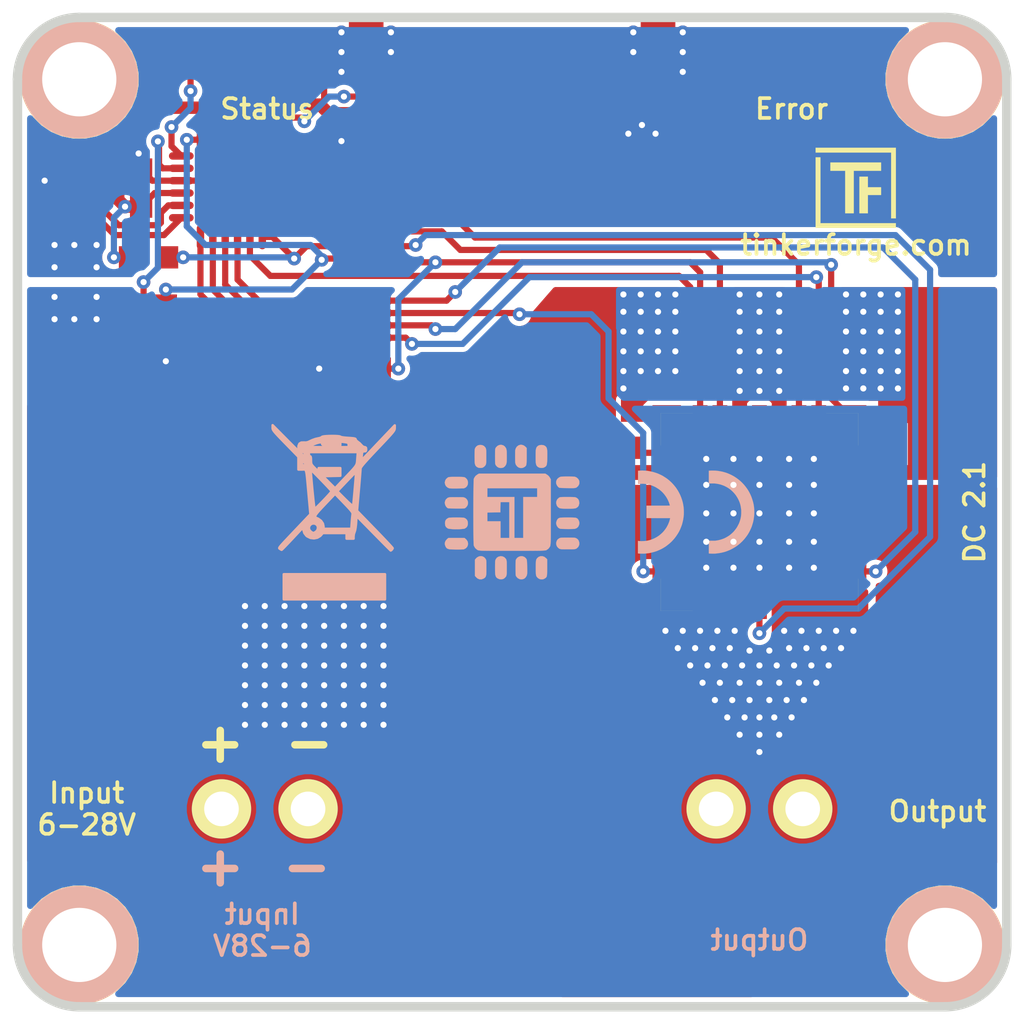
<source format=kicad_pcb>
(kicad_pcb (version 20171130) (host pcbnew "(5.1.4)-1")

  (general
    (thickness 1.6)
    (drawings 21)
    (tracks 527)
    (zones 0)
    (modules 43)
    (nets 49)
  )

  (page A4)
  (title_block
    (title Motherclock)
    (date 2021-02-26)
    (rev 1.0)
    (company Teddyminator)
    (comment 1 "Licensed under CERN OHL v.1.1")
  )

  (layers
    (0 F.Cu signal)
    (31 B.Cu signal)
    (32 B.Adhes user)
    (33 F.Adhes user)
    (34 B.Paste user)
    (35 F.Paste user)
    (36 B.SilkS user)
    (37 F.SilkS user)
    (38 B.Mask user)
    (39 F.Mask user)
    (40 Dwgs.User user hide)
    (41 Cmts.User user)
    (42 Eco1.User user)
    (43 Eco2.User user)
    (44 Edge.Cuts user)
    (45 Margin user)
    (46 B.CrtYd user)
    (47 F.CrtYd user)
    (48 B.Fab user)
    (49 F.Fab user)
  )

  (setup
    (last_trace_width 0.2)
    (user_trace_width 0.25)
    (user_trace_width 0.3)
    (user_trace_width 0.4)
    (user_trace_width 0.5)
    (user_trace_width 0.8)
    (trace_clearance 0.15)
    (zone_clearance 0.2)
    (zone_45_only no)
    (trace_min 0.15)
    (via_size 0.55)
    (via_drill 0.25)
    (via_min_size 0.4)
    (via_min_drill 0.25)
    (user_via 0.7 0.3)
    (uvia_size 0.3)
    (uvia_drill 0.1)
    (uvias_allowed no)
    (uvia_min_size 0.2)
    (uvia_min_drill 0.1)
    (edge_width 0.381)
    (segment_width 0.381)
    (pcb_text_width 0.3048)
    (pcb_text_size 1.524 2.032)
    (mod_edge_width 0.381)
    (mod_text_size 1.524 1.524)
    (mod_text_width 0.3048)
    (pad_size 0.8001 0.8001)
    (pad_drill 0.6)
    (pad_to_mask_clearance 0)
    (aux_axis_origin 100 100)
    (grid_origin 100 100)
    (visible_elements 7FFFFFFF)
    (pcbplotparams
      (layerselection 0x310fc_ffffffff)
      (usegerberextensions true)
      (usegerberattributes false)
      (usegerberadvancedattributes false)
      (creategerberjobfile false)
      (excludeedgelayer true)
      (linewidth 0.050000)
      (plotframeref false)
      (viasonmask false)
      (mode 1)
      (useauxorigin false)
      (hpglpennumber 1)
      (hpglpenspeed 20)
      (hpglpendiameter 15.000000)
      (psnegative false)
      (psa4output false)
      (plotreference false)
      (plotvalue false)
      (plotinvisibletext false)
      (padsonsilk false)
      (subtractmaskfromsilk false)
      (outputformat 1)
      (mirror false)
      (drillshape 0)
      (scaleselection 1)
      (outputdirectory "../../../Schreibtisch/proto/dc-v2/"))
  )

  (net 0 "")
  (net 1 GND)
  (net 2 VCC)
  (net 3 "Net-(C102-Pad2)")
  (net 4 "Net-(D101-Pad2)")
  (net 5 +5V)
  (net 6 "Net-(P101-Pad4)")
  (net 7 "Net-(P101-Pad5)")
  (net 8 "Net-(P101-Pad6)")
  (net 9 "Net-(P102-Pad1)")
  (net 10 "Net-(P103-Pad2)")
  (net 11 "Net-(R101-Pad1)")
  (net 12 "Net-(RP1-Pad7)")
  (net 13 "Net-(RP1-Pad6)")
  (net 14 S-MISO)
  (net 15 S-MOSI)
  (net 16 S-CLK)
  (net 17 S-CS)
  (net 18 "Net-(U101-Pad4)")
  (net 19 "Net-(U101-Pad5)")
  (net 20 PWR-FB)
  (net 21 AGND)
  (net 22 "Net-(C3-Pad2)")
  (net 23 "Net-(D2-Pad2)")
  (net 24 "Net-(P1-Pad2)")
  (net 25 "Net-(P2-Pad2)")
  (net 26 "Net-(P2-Pad1)")
  (net 27 "Net-(R1-Pad2)")
  (net 28 PWR-EN)
  (net 29 "Net-(R2-Pad1)")
  (net 30 PWR-VEXT)
  (net 31 PWR-STATUS)
  (net 32 PWR-D2)
  (net 33 PWR-D1)
  (net 34 PWR-IN2)
  (net 35 PWR-IN1)
  (net 36 "Net-(RP1-Pad5)")
  (net 37 "Net-(RP1-Pad8)")
  (net 38 "Net-(RP2-Pad8)")
  (net 39 "Net-(RP2-Pad7)")
  (net 40 "Net-(RP2-Pad6)")
  (net 41 PWR-SLEW)
  (net 42 PWR-INV)
  (net 43 "Net-(U1-Pad9)")
  (net 44 "Net-(U101-Pad21)")
  (net 45 3V3)
  (net 46 "Net-(U101-Pad3)")
  (net 47 "Net-(D3-Pad2)")
  (net 48 "Net-(R7-Pad1)")

  (net_class Default "This is the default net class."
    (clearance 0.15)
    (trace_width 0.2)
    (via_dia 0.55)
    (via_drill 0.25)
    (uvia_dia 0.3)
    (uvia_drill 0.1)
    (add_net +5V)
    (add_net 3V3)
    (add_net AGND)
    (add_net GND)
    (add_net "Net-(C102-Pad2)")
    (add_net "Net-(C3-Pad2)")
    (add_net "Net-(D101-Pad2)")
    (add_net "Net-(D2-Pad2)")
    (add_net "Net-(D3-Pad2)")
    (add_net "Net-(P1-Pad2)")
    (add_net "Net-(P101-Pad4)")
    (add_net "Net-(P101-Pad5)")
    (add_net "Net-(P101-Pad6)")
    (add_net "Net-(P102-Pad1)")
    (add_net "Net-(P103-Pad2)")
    (add_net "Net-(P2-Pad1)")
    (add_net "Net-(P2-Pad2)")
    (add_net "Net-(R1-Pad2)")
    (add_net "Net-(R101-Pad1)")
    (add_net "Net-(R2-Pad1)")
    (add_net "Net-(R7-Pad1)")
    (add_net "Net-(RP1-Pad5)")
    (add_net "Net-(RP1-Pad6)")
    (add_net "Net-(RP1-Pad7)")
    (add_net "Net-(RP1-Pad8)")
    (add_net "Net-(RP2-Pad6)")
    (add_net "Net-(RP2-Pad7)")
    (add_net "Net-(RP2-Pad8)")
    (add_net "Net-(U1-Pad9)")
    (add_net "Net-(U101-Pad21)")
    (add_net "Net-(U101-Pad3)")
    (add_net "Net-(U101-Pad4)")
    (add_net "Net-(U101-Pad5)")
    (add_net PWR-D1)
    (add_net PWR-D2)
    (add_net PWR-EN)
    (add_net PWR-FB)
    (add_net PWR-IN1)
    (add_net PWR-IN2)
    (add_net PWR-INV)
    (add_net PWR-SLEW)
    (add_net PWR-STATUS)
    (add_net PWR-VEXT)
    (add_net S-CLK)
    (add_net S-CS)
    (add_net S-MISO)
    (add_net S-MOSI)
    (add_net VCC)
  )

  (module kicad-libraries:Fiducial_Mark (layer F.Cu) (tedit 560531B0) (tstamp 5F7EF457)
    (at 132 138)
    (attr smd)
    (fp_text reference Fiducial_Mark (at 0 0) (layer F.SilkS) hide
      (effects (font (size 0.127 0.127) (thickness 0.03302)))
    )
    (fp_text value VAL** (at 0 -0.29972) (layer F.SilkS) hide
      (effects (font (size 0.127 0.127) (thickness 0.03302)))
    )
    (fp_circle (center 0 0) (end 1.15062 0) (layer Dwgs.User) (width 0.01016))
    (pad 1 smd circle (at 0 0) (size 1.00076 1.00076) (layers F.Cu F.Paste F.Mask)
      (clearance 0.65024))
  )

  (module kicad-libraries:Fiducial_Mark (layer F.Cu) (tedit 560531B0) (tstamp 5F7EF1D1)
    (at 107 138)
    (attr smd)
    (fp_text reference Fiducial_Mark (at 0 0) (layer F.SilkS) hide
      (effects (font (size 0.127 0.127) (thickness 0.03302)))
    )
    (fp_text value VAL** (at 0 -0.29972) (layer F.SilkS) hide
      (effects (font (size 0.127 0.127) (thickness 0.03302)))
    )
    (fp_circle (center 0 0) (end 1.15062 0) (layer Dwgs.User) (width 0.01016))
    (pad 1 smd circle (at 0 0) (size 1.00076 1.00076) (layers F.Cu F.Paste F.Mask)
      (clearance 0.65024))
  )

  (module kicad-libraries:Fiducial_Mark (layer F.Cu) (tedit 560531B0) (tstamp 5F7EF1B1)
    (at 130 107)
    (attr smd)
    (fp_text reference Fiducial_Mark (at 0 0) (layer F.SilkS) hide
      (effects (font (size 0.127 0.127) (thickness 0.03302)))
    )
    (fp_text value VAL** (at 0 -0.29972) (layer F.SilkS) hide
      (effects (font (size 0.127 0.127) (thickness 0.03302)))
    )
    (fp_circle (center 0 0) (end 1.15062 0) (layer Dwgs.User) (width 0.01016))
    (pad 1 smd circle (at 0 0) (size 1.00076 1.00076) (layers F.Cu F.Paste F.Mask)
      (clearance 0.65024))
  )

  (module kicad-libraries:Logo_31x31 (layer F.Cu) (tedit 0) (tstamp 5F7EED30)
    (at 133.9 106.9)
    (fp_text reference G*** (at 0 0) (layer F.SilkS) hide
      (effects (font (size 1.524 1.524) (thickness 0.3)))
    )
    (fp_text value LOGO (at 0.75 0) (layer F.SilkS) hide
      (effects (font (size 1.524 1.524) (thickness 0.3)))
    )
    (fp_poly (pts (xy -1.433286 1.42119) (xy 1.614714 1.42119) (xy 1.614714 1.608666) (xy -1.62681 1.608666)
      (xy -1.62681 -1.239762) (xy -1.433286 -1.239762) (xy -1.433286 1.42119)) (layer F.SilkS) (width 0.01))
    (fp_poly (pts (xy 1.614714 1.221619) (xy 1.427238 1.221619) (xy 1.427238 -1.439334) (xy -1.62681 -1.439334)
      (xy -1.62681 -1.62681) (xy 1.614714 -1.62681) (xy 1.614714 1.221619)) (layer F.SilkS) (width 0.01))
    (fp_poly (pts (xy 1.016 -0.701524) (xy -0.090715 -0.701524) (xy -0.090715 1.016) (xy -0.429381 1.016)
      (xy -0.429381 -0.701524) (xy -1.028096 -0.701524) (xy -1.028096 -1.034143) (xy 1.016 -1.034143)
      (xy 1.016 -0.701524)) (layer F.SilkS) (width 0.01))
    (fp_poly (pts (xy 0.483809 -0.030238) (xy 1.016 -0.030238) (xy 1.016 0.27819) (xy 0.483809 0.27819)
      (xy 0.483809 1.016) (xy 0.145142 1.016) (xy 0.145142 -0.459619) (xy 0.483809 -0.459619)
      (xy 0.483809 -0.030238)) (layer F.SilkS) (width 0.01))
  )

  (module kicad-libraries:R0603F (layer F.Cu) (tedit 58F5DD02) (tstamp 5F7C61C7)
    (at 113.9 114.2 180)
    (path /5F7EBC18)
    (attr smd)
    (fp_text reference R2 (at 0.05 0.225) (layer F.Fab)
      (effects (font (size 0.2 0.2) (thickness 0.05)))
    )
    (fp_text value 220 (at 0.05 -0.375) (layer F.Fab)
      (effects (font (size 0.2 0.2) (thickness 0.05)))
    )
    (fp_line (start -1.45034 0.65024) (end -1.45034 -0.65024) (layer F.Fab) (width 0.001))
    (fp_line (start 1.45034 0.65024) (end -1.45034 0.65024) (layer F.Fab) (width 0.001))
    (fp_line (start 1.45034 -0.65024) (end 1.45034 0.65024) (layer F.Fab) (width 0.001))
    (fp_line (start -1.45034 -0.65024) (end 1.45034 -0.65024) (layer F.Fab) (width 0.001))
    (pad 2 smd rect (at 0.75 0 180) (size 0.9 0.9) (layers F.Cu F.Paste F.Mask)
      (net 21 AGND))
    (pad 1 smd rect (at -0.75 0 180) (size 0.9 0.9) (layers F.Cu F.Paste F.Mask)
      (net 29 "Net-(R2-Pad1)"))
    (model Resistors_SMD/R_0603.wrl
      (at (xyz 0 0 0))
      (scale (xyz 1 1 1))
      (rotate (xyz 0 0 0))
    )
  )

  (module kicad-libraries:WEEE_7mm (layer B.Cu) (tedit 5922FFAE) (tstamp 5EF0ADBB)
    (at 112.8 120 180)
    (fp_text reference VAL (at 0 0) (layer B.SilkS) hide
      (effects (font (size 0.2 0.2) (thickness 0.05)) (justify mirror))
    )
    (fp_text value WEEE_7mm (at 0.75 0) (layer B.SilkS) hide
      (effects (font (size 0.2 0.2) (thickness 0.05)) (justify mirror))
    )
    (fp_poly (pts (xy 2.482863 3.409859) (xy 2.480804 3.376179) (xy 2.471206 3.341837) (xy 2.44964 3.301407)
      (xy 2.411675 3.249463) (xy 2.352883 3.180577) (xy 2.268835 3.089322) (xy 2.155101 2.970274)
      (xy 2.007251 2.818004) (xy 1.961444 2.771041) (xy 1.439333 2.23603) (xy 1.439333 1.978793)
      (xy 1.439333 1.721555) (xy 1.298222 1.721555) (xy 1.298222 1.994947) (xy 1.298222 2.099005)
      (xy 1.213555 2.017889) (xy 1.160676 1.962169) (xy 1.131131 1.921219) (xy 1.128889 1.913831)
      (xy 1.153434 1.897717) (xy 1.212566 1.89089) (xy 1.213555 1.890889) (xy 1.269418 1.895963)
      (xy 1.29309 1.922356) (xy 1.298206 1.986828) (xy 1.298222 1.994947) (xy 1.298222 1.721555)
      (xy 1.28539 1.721555) (xy 1.241376 1.723224) (xy 1.205837 1.724651) (xy 1.177386 1.720468)
      (xy 1.154636 1.705309) (xy 1.136199 1.673804) (xy 1.120687 1.620585) (xy 1.106713 1.540286)
      (xy 1.092889 1.427539) (xy 1.077827 1.276974) (xy 1.060141 1.083225) (xy 1.038443 0.840924)
      (xy 1.028031 0.725936) (xy 1.016 0.593851) (xy 1.016 2.342444) (xy 1.016 2.427111)
      (xy 0.964919 2.427111) (xy 0.964919 2.654131) (xy 0.96044 2.665934) (xy 0.910629 2.701752)
      (xy 0.825292 2.742703) (xy 0.723934 2.781372) (xy 0.626061 2.810345) (xy 0.551179 2.822208)
      (xy 0.549274 2.822222) (xy 0.494484 2.808563) (xy 0.479778 2.765778) (xy 0.476666 2.742735)
      (xy 0.461334 2.726991) (xy 0.424786 2.717163) (xy 0.358027 2.711867) (xy 0.252063 2.709719)
      (xy 0.239909 2.709686) (xy 0.239909 2.892647) (xy 0.233665 2.897338) (xy 0.218722 2.899226)
      (xy 0.112749 2.903792) (xy 0.007055 2.899226) (xy -0.017767 2.894178) (xy 0.007962 2.890336)
      (xy 0.078354 2.888317) (xy 0.112889 2.888155) (xy 0.197687 2.889381) (xy 0.239909 2.892647)
      (xy 0.239909 2.709686) (xy 0.112889 2.709333) (xy -0.254 2.709333) (xy -0.254 2.782537)
      (xy -0.256796 2.824575) (xy -0.274517 2.843911) (xy -0.321168 2.845575) (xy -0.402167 2.835755)
      (xy -0.502773 2.820747) (xy -0.559752 2.80431) (xy -0.585498 2.778111) (xy -0.592403 2.733815)
      (xy -0.592667 2.707668) (xy -0.592667 2.624667) (xy 0.201011 2.624667) (xy 0.434757 2.624964)
      (xy 0.617649 2.62606) (xy 0.755277 2.628256) (xy 0.853229 2.631858) (xy 0.917094 2.637169)
      (xy 0.952461 2.644492) (xy 0.964919 2.654131) (xy 0.964919 2.427111) (xy 0.026103 2.427111)
      (xy -0.874889 2.427111) (xy -0.874889 2.652889) (xy -0.884518 2.680377) (xy -0.887335 2.681111)
      (xy -0.91143 2.661335) (xy -0.917222 2.652889) (xy -0.914985 2.626883) (xy -0.904777 2.624667)
      (xy -0.876038 2.645153) (xy -0.874889 2.652889) (xy -0.874889 2.427111) (xy -0.963793 2.427111)
      (xy -0.943537 2.166055) (xy -0.938094 2.087369) (xy -0.932714 2.024235) (xy -0.92321 1.970393)
      (xy -0.905395 1.919583) (xy -0.875081 1.865545) (xy -0.828081 1.802019) (xy -0.760208 1.722746)
      (xy -0.667273 1.621464) (xy -0.54509 1.491915) (xy -0.389471 1.327837) (xy -0.366889 1.303985)
      (xy -0.042333 0.961041) (xy 0.205281 1.207243) (xy 0.452896 1.453444) (xy 0.099448 1.461343)
      (xy -0.254 1.469242) (xy -0.254 1.623621) (xy -0.254 1.778) (xy 0.183444 1.778)
      (xy 0.620889 1.778) (xy 0.620889 1.701353) (xy 0.622969 1.664993) (xy 0.634687 1.65375)
      (xy 0.664256 1.671682) (xy 0.719893 1.722845) (xy 0.776111 1.778) (xy 0.854414 1.857186)
      (xy 0.900636 1.914327) (xy 0.92323 1.966659) (xy 0.930646 2.031417) (xy 0.931333 2.094536)
      (xy 0.934803 2.190842) (xy 0.947055 2.241675) (xy 0.97085 2.257681) (xy 0.973667 2.257778)
      (xy 1.007275 2.28302) (xy 1.016 2.342444) (xy 1.016 0.593851) (xy 0.954054 -0.086239)
      (xy 1.34486 -0.498024) (xy 1.555216 -0.719617) (xy 1.729916 -0.903769) (xy 1.872041 -1.054091)
      (xy 1.984676 -1.174196) (xy 2.070901 -1.267694) (xy 2.133801 -1.338196) (xy 2.176457 -1.389314)
      (xy 2.201952 -1.424658) (xy 2.21337 -1.447841) (xy 2.213792 -1.462473) (xy 2.206301 -1.472165)
      (xy 2.19398 -1.480529) (xy 2.187398 -1.485028) (xy 2.139541 -1.515553) (xy 2.118022 -1.524)
      (xy 2.094879 -1.504317) (xy 2.039069 -1.449218) (xy 1.956356 -1.364626) (xy 1.852504 -1.256463)
      (xy 1.733278 -1.130652) (xy 1.678916 -1.072812) (xy 1.255889 -0.621625) (xy 1.239947 -0.712979)
      (xy 1.197516 -0.849251) (xy 1.119827 -0.950313) (xy 1.079557 -0.982306) (xy 1.017977 -1.011638)
      (xy 1.017977 -0.632978) (xy 0.995676 -0.556992) (xy 0.945013 -0.49721) (xy 0.945013 1.715394)
      (xy 0.94482 1.716067) (xy 0.923395 1.700567) (xy 0.870211 1.651048) (xy 0.792165 1.57462)
      (xy 0.696154 1.478392) (xy 0.589075 1.369476) (xy 0.477826 1.254981) (xy 0.369303 1.142017)
      (xy 0.270405 1.037695) (xy 0.188029 0.949124) (xy 0.129071 0.883415) (xy 0.100429 0.847678)
      (xy 0.098778 0.843916) (xy 0.117043 0.81413) (xy 0.166773 0.753937) (xy 0.240369 0.67125)
      (xy 0.330231 0.573984) (xy 0.42876 0.470051) (xy 0.528358 0.367365) (xy 0.621424 0.273839)
      (xy 0.70036 0.197387) (xy 0.757566 0.145921) (xy 0.785443 0.127355) (xy 0.786505 0.12776)
      (xy 0.793707 0.159396) (xy 0.805121 0.239895) (xy 0.819901 0.361901) (xy 0.837205 0.51806)
      (xy 0.856186 0.701015) (xy 0.876002 0.903411) (xy 0.878183 0.926402) (xy 0.897143 1.129855)
      (xy 0.913788 1.314176) (xy 0.927509 1.472128) (xy 0.937694 1.596473) (xy 0.943732 1.679974)
      (xy 0.945013 1.715394) (xy 0.945013 -0.49721) (xy 0.944024 -0.496043) (xy 0.871243 -0.460602)
      (xy 0.785555 -0.461141) (xy 0.764432 -0.470982) (xy 0.764432 -0.168896) (xy 0.745079 -0.120107)
      (xy 0.697438 -0.051745) (xy 0.618576 0.041481) (xy 0.505557 0.164861) (xy 0.374559 0.303585)
      (xy -0.041854 0.741711) (xy -0.132242 0.647751) (xy -0.132242 0.841738) (xy -0.508984 1.238599)
      (xy -0.625421 1.36067) (xy -0.727784 1.466874) (xy -0.810087 1.55109) (xy -0.866341 1.607198)
      (xy -0.89056 1.629078) (xy -0.891025 1.629119) (xy -0.890844 1.599805) (xy -0.886195 1.523686)
      (xy -0.877886 1.410152) (xy -0.866727 1.268597) (xy -0.853528 1.108412) (xy -0.839099 0.938988)
      (xy -0.824249 0.769717) (xy -0.809789 0.60999) (xy -0.796527 0.4692) (xy -0.785274 0.356738)
      (xy -0.776839 0.281995) (xy -0.772591 0.25543) (xy -0.74805 0.256656) (xy -0.687291 0.300651)
      (xy -0.590212 0.387499) (xy -0.456711 0.517286) (xy -0.445848 0.528132) (xy -0.132242 0.841738)
      (xy -0.132242 0.647751) (xy -0.403136 0.366149) (xy -0.532757 0.230252) (xy -0.62722 0.127772)
      (xy -0.691435 0.052372) (xy -0.730313 -0.002286) (xy -0.748765 -0.04254) (xy -0.751699 -0.074729)
      (xy -0.750572 -0.082317) (xy -0.742402 -0.14269) (xy -0.732359 -0.241951) (xy -0.722136 -0.362656)
      (xy -0.718145 -0.416278) (xy -0.699563 -0.677333) (xy -0.138115 -0.677333) (xy 0.423333 -0.677333)
      (xy 0.423333 -0.584835) (xy 0.449981 -0.463491) (xy 0.523642 -0.355175) (xy 0.63489 -0.272054)
      (xy 0.682126 -0.250719) (xy 0.73002 -0.228911) (xy 0.758434 -0.2034) (xy 0.764432 -0.168896)
      (xy 0.764432 -0.470982) (xy 0.711835 -0.495489) (xy 0.659024 -0.562819) (xy 0.647539 -0.649049)
      (xy 0.676635 -0.735445) (xy 0.723473 -0.788174) (xy 0.784468 -0.828555) (xy 0.830825 -0.846601)
      (xy 0.832555 -0.846667) (xy 0.877213 -0.830394) (xy 0.938072 -0.790949) (xy 0.941638 -0.788174)
      (xy 1.002705 -0.713529) (xy 1.017977 -0.632978) (xy 1.017977 -1.011638) (xy 0.949842 -1.044093)
      (xy 0.810166 -1.060981) (xy 0.675259 -1.034339) (xy 0.559855 -0.965538) (xy 0.525993 -0.9308)
      (xy 0.455199 -0.846667) (xy -0.0264 -0.846667) (xy -0.508 -0.846667) (xy -0.508 -0.959556)
      (xy -0.508 -1.072445) (xy -0.649111 -1.072445) (xy -0.790222 -1.072445) (xy -0.790222 -0.975954)
      (xy -0.803072 -0.881747) (xy -0.831861 -0.799565) (xy -0.85235 -0.735143) (xy -0.871496 -0.630455)
      (xy -0.886633 -0.501661) (xy -0.8916 -0.437445) (xy -0.909702 -0.155222) (xy -1.596125 -0.853722)
      (xy -1.756866 -1.017004) (xy -1.904817 -1.166738) (xy -2.035402 -1.29834) (xy -2.144049 -1.407222)
      (xy -2.226183 -1.4888) (xy -2.277232 -1.538486) (xy -2.292741 -1.552222) (xy -2.318618 -1.535182)
      (xy -2.3368 -1.518356) (xy -2.366614 -1.474736) (xy -2.370667 -1.458297) (xy -2.351653 -1.432751)
      (xy -2.297528 -1.371534) (xy -2.212667 -1.27931) (xy -2.101445 -1.160741) (xy -1.968236 -1.020491)
      (xy -1.817416 -0.863223) (xy -1.653359 -0.693601) (xy -1.649999 -0.690141) (xy -0.929331 0.051823)
      (xy -1.000888 0.874398) (xy -1.019193 1.08713) (xy -1.035769 1.284177) (xy -1.049992 1.457782)
      (xy -1.061239 1.600189) (xy -1.068889 1.70364) (xy -1.072318 1.760379) (xy -1.072445 1.765937)
      (xy -1.083169 1.796856) (xy -1.117145 1.848518) (xy -1.177081 1.924038) (xy -1.265681 2.026535)
      (xy -1.385653 2.159123) (xy -1.539703 2.324921) (xy -1.730537 2.527044) (xy -1.763174 2.561396)
      (xy -1.94576 2.753708) (xy -2.093058 2.909847) (xy -2.208848 3.034377) (xy -2.296909 3.131865)
      (xy -2.361021 3.206878) (xy -2.404962 3.263981) (xy -2.432513 3.30774) (xy -2.447452 3.342721)
      (xy -2.453559 3.373491) (xy -2.454619 3.396775) (xy -2.455333 3.505661) (xy -2.136329 3.170998)
      (xy -2.000627 3.028421) (xy -1.842494 2.861938) (xy -1.678217 2.688716) (xy -1.524082 2.52592)
      (xy -1.466152 2.46464) (xy -1.354055 2.346541) (xy -1.256193 2.244484) (xy -1.178749 2.164831)
      (xy -1.127907 2.113947) (xy -1.109886 2.09804) (xy -1.109577 2.126426) (xy -1.113821 2.195386)
      (xy -1.12076 2.279234) (xy -1.130834 2.37523) (xy -1.143684 2.427922) (xy -1.166434 2.45028)
      (xy -1.206208 2.455276) (xy -1.217475 2.455333) (xy -1.274769 2.462802) (xy -1.295863 2.497097)
      (xy -1.298222 2.54) (xy -1.290268 2.600887) (xy -1.25796 2.622991) (xy -1.232974 2.624667)
      (xy -1.165809 2.649307) (xy -1.106569 2.707387) (xy -1.038059 2.780849) (xy -0.96015 2.840472)
      (xy -0.90268 2.886543) (xy -0.87527 2.932359) (xy -0.874889 2.936944) (xy -0.866717 2.958171)
      (xy -0.836053 2.973488) (xy -0.773676 2.98482) (xy -0.670366 2.994091) (xy -0.571902 3.000209)
      (xy -0.444753 3.009947) (xy -0.342774 3.022633) (xy -0.277341 3.036575) (xy -0.259106 3.046795)
      (xy -0.227621 3.061127) (xy -0.152899 3.071083) (xy -0.047962 3.076818) (xy 0.074164 3.078489)
      (xy 0.200456 3.076251) (xy 0.31789 3.07026) (xy 0.41344 3.060673) (xy 0.474084 3.047645)
      (xy 0.488466 3.037844) (xy 0.523084 3.012128) (xy 0.59531 2.989452) (xy 0.645346 2.980608)
      (xy 0.752526 2.955733) (xy 0.873538 2.912358) (xy 0.942299 2.880321) (xy 1.046225 2.831835)
      (xy 1.128071 2.811654) (xy 1.210866 2.814154) (xy 1.212404 2.814358) (xy 1.324381 2.811082)
      (xy 1.398504 2.765955) (xy 1.435053 2.678737) (xy 1.439333 2.621893) (xy 1.416263 2.519845)
      (xy 1.351912 2.452433) (xy 1.25357 2.427141) (xy 1.249609 2.427111) (xy 1.20332 2.41653)
      (xy 1.186549 2.373932) (xy 1.185333 2.342444) (xy 1.192841 2.282987) (xy 1.210931 2.257784)
      (xy 1.211244 2.257778) (xy 1.236778 2.277108) (xy 1.296879 2.331881) (xy 1.386564 2.417269)
      (xy 1.500846 2.528446) (xy 1.634743 2.660585) (xy 1.783269 2.808858) (xy 1.859662 2.885722)
      (xy 2.48217 3.513666) (xy 2.482863 3.409859)) (layer B.SilkS) (width 0.1))
    (fp_poly (pts (xy 2.032 -3.527778) (xy -0.014111 -3.527778) (xy -2.060222 -3.527778) (xy -2.060222 -3.019778)
      (xy -2.060222 -2.511778) (xy -0.014111 -2.511778) (xy 2.032 -2.511778) (xy 2.032 -3.019778)
      (xy 2.032 -3.527778)) (layer B.SilkS) (width 0.1))
  )

  (module kicad-libraries:Logo_CoMCU (layer B.Cu) (tedit 0) (tstamp 5EF0AC8D)
    (at 120 120 180)
    (fp_text reference G*** (at 0 0 180) (layer B.SilkS) hide
      (effects (font (size 1.524 1.524) (thickness 0.3)) (justify mirror))
    )
    (fp_text value LOGO (at 0.75 0 180) (layer B.SilkS) hide
      (effects (font (size 1.524 1.524) (thickness 0.3)) (justify mirror))
    )
    (fp_poly (pts (xy 1.302426 2.714986) (xy 1.385193 2.695173) (xy 1.448716 2.651032) (xy 1.488807 2.593596)
      (xy 1.498765 2.569721) (xy 1.506035 2.53964) (xy 1.511013 2.498405) (xy 1.514092 2.441067)
      (xy 1.515668 2.362679) (xy 1.516135 2.258293) (xy 1.516136 2.25083) (xy 1.515342 2.133571)
      (xy 1.512268 2.042957) (xy 1.505877 1.974396) (xy 1.495131 1.923296) (xy 1.478993 1.885065)
      (xy 1.456425 1.855112) (xy 1.426389 1.828844) (xy 1.419657 1.82382) (xy 1.360147 1.796527)
      (xy 1.287294 1.78604) (xy 1.214634 1.793205) (xy 1.17262 1.808396) (xy 1.1267 1.841315)
      (xy 1.086441 1.884441) (xy 1.082743 1.889727) (xy 1.070561 1.909422) (xy 1.061539 1.930044)
      (xy 1.055203 1.956406) (xy 1.051082 1.993318) (xy 1.048701 2.045592) (xy 1.047589 2.118039)
      (xy 1.047272 2.215471) (xy 1.047262 2.25083) (xy 1.04743 2.356825) (xy 1.04825 2.436369)
      (xy 1.050194 2.494275) (xy 1.053736 2.535355) (xy 1.059347 2.56442) (xy 1.067501 2.58628)
      (xy 1.078671 2.605748) (xy 1.082743 2.611934) (xy 1.141092 2.67366) (xy 1.214652 2.708374)
      (xy 1.301301 2.715081) (xy 1.302426 2.714986)) (layer B.SilkS) (width 0.01))
    (fp_poly (pts (xy 0.512077 2.712) (xy 0.582008 2.681693) (xy 0.641477 2.626914) (xy 0.652273 2.611934)
      (xy 0.664483 2.59219) (xy 0.673516 2.571519) (xy 0.679849 2.545095) (xy 0.683958 2.508088)
      (xy 0.686317 2.455671) (xy 0.687404 2.383015) (xy 0.687693 2.285292) (xy 0.687696 2.252427)
      (xy 0.687423 2.145625) (xy 0.686374 2.065279) (xy 0.684129 2.006584) (xy 0.680271 1.964739)
      (xy 0.67438 1.934938) (xy 0.666039 1.912377) (xy 0.656577 1.895088) (xy 0.601994 1.833255)
      (xy 0.531919 1.795152) (xy 0.453186 1.782627) (xy 0.372631 1.79753) (xy 0.343633 1.810418)
      (xy 0.29221 1.851946) (xy 0.254 1.907514) (xy 0.241212 1.934594) (xy 0.231952 1.962009)
      (xy 0.225657 1.995261) (xy 0.221762 2.039848) (xy 0.219706 2.101273) (xy 0.218923 2.185035)
      (xy 0.218831 2.25083) (xy 0.219105 2.351262) (xy 0.220303 2.425934) (xy 0.222988 2.480348)
      (xy 0.227723 2.520004) (xy 0.235073 2.550403) (xy 0.245601 2.577045) (xy 0.254 2.594146)
      (xy 0.302646 2.658908) (xy 0.366082 2.700325) (xy 0.437997 2.718116) (xy 0.512077 2.712)) (layer B.SilkS) (width 0.01))
    (fp_poly (pts (xy -0.256169 2.694381) (xy -0.195331 2.645892) (xy -0.160215 2.594146) (xy -0.147427 2.567067)
      (xy -0.138167 2.539651) (xy -0.131871 2.5064) (xy -0.127977 2.461813) (xy -0.12592 2.400388)
      (xy -0.125138 2.316626) (xy -0.125046 2.25083) (xy -0.12532 2.150399) (xy -0.126518 2.075727)
      (xy -0.129203 2.021313) (xy -0.133938 1.981657) (xy -0.141288 1.951258) (xy -0.151815 1.924616)
      (xy -0.160215 1.907514) (xy -0.208103 1.844368) (xy -0.272338 1.801786) (xy -0.345588 1.782004)
      (xy -0.420518 1.787259) (xy -0.476738 1.810989) (xy -0.511115 1.83266) (xy -0.537413 1.85267)
      (xy -0.556714 1.875372) (xy -0.570101 1.905118) (xy -0.578655 1.946261) (xy -0.583458 2.003154)
      (xy -0.585592 2.080149) (xy -0.586138 2.181599) (xy -0.586153 2.251212) (xy -0.586153 2.592189)
      (xy -0.547077 2.63401) (xy -0.478495 2.688414) (xy -0.40339 2.716223) (xy -0.327402 2.718018)
      (xy -0.256169 2.694381)) (layer B.SilkS) (width 0.01))
    (fp_poly (pts (xy -1.127911 2.708395) (xy -1.067189 2.688788) (xy -1.052315 2.679565) (xy -1.020001 2.653051)
      (xy -0.995529 2.624111) (xy -0.977836 2.588125) (xy -0.965857 2.540477) (xy -0.958528 2.476546)
      (xy -0.954784 2.391713) (xy -0.953562 2.28136) (xy -0.953525 2.25083) (xy -0.954319 2.133571)
      (xy -0.957393 2.042957) (xy -0.963784 1.974396) (xy -0.97453 1.923296) (xy -0.990669 1.885065)
      (xy -1.013237 1.855112) (xy -1.043272 1.828844) (xy -1.050005 1.82382) (xy -1.109476 1.796533)
      (xy -1.182194 1.786027) (xy -1.254505 1.793159) (xy -1.296242 1.808396) (xy -1.333922 1.829753)
      (xy -1.362661 1.851947) (xy -1.383742 1.879412) (xy -1.39845 1.916584) (xy -1.408067 1.967897)
      (xy -1.413877 2.037786) (xy -1.417164 2.130686) (xy -1.418952 2.232388) (xy -1.419999 2.351896)
      (xy -1.418685 2.444662) (xy -1.414052 2.515174) (xy -1.405143 2.56792) (xy -1.391001 2.607389)
      (xy -1.370668 2.638067) (xy -1.343187 2.664444) (xy -1.323561 2.679565) (xy -1.268905 2.703784)
      (xy -1.199418 2.713394) (xy -1.127911 2.708395)) (layer B.SilkS) (width 0.01))
    (fp_poly (pts (xy -2.150399 1.437756) (xy -2.075727 1.436559) (xy -2.021313 1.433874) (xy -1.981657 1.429138)
      (xy -1.951258 1.421788) (xy -1.924616 1.411261) (xy -1.907514 1.402861) (xy -1.840944 1.353392)
      (xy -1.798796 1.28934) (xy -1.781652 1.216339) (xy -1.790093 1.140029) (xy -1.8247 1.066045)
      (xy -1.867614 1.016) (xy -1.882402 1.002906) (xy -1.897905 0.99306) (xy -1.918613 0.985926)
      (xy -1.949016 0.980971) (xy -1.993602 0.97766) (xy -2.056862 0.975459) (xy -2.143285 0.973835)
      (xy -2.232515 0.972585) (xy -2.341844 0.971309) (xy -2.424559 0.971039) (xy -2.485298 0.972112)
      (xy -2.528702 0.974867) (xy -2.559409 0.97964) (xy -2.582059 0.98677) (xy -2.601291 0.996593)
      (xy -2.606573 0.999796) (xy -2.668381 1.054024) (xy -2.705999 1.120889) (xy -2.719624 1.194084)
      (xy -2.709448 1.267303) (xy -2.675667 1.334239) (xy -2.618474 1.388585) (xy -2.594146 1.402861)
      (xy -2.567067 1.415649) (xy -2.539651 1.424909) (xy -2.5064 1.431205) (xy -2.461813 1.435099)
      (xy -2.400388 1.437156) (xy -2.316626 1.437938) (xy -2.25083 1.43803) (xy -2.150399 1.437756)) (layer B.SilkS) (width 0.01))
    (fp_poly (pts (xy 2.358119 1.422191) (xy 2.437377 1.421379) (xy 2.495031 1.419428) (xy 2.535908 1.415862)
      (xy 2.564837 1.410207) (xy 2.586646 1.401986) (xy 2.606162 1.390723) (xy 2.611935 1.386919)
      (xy 2.672005 1.330519) (xy 2.707542 1.262302) (xy 2.718829 1.188581) (xy 2.706147 1.115669)
      (xy 2.669779 1.049879) (xy 2.610005 0.997526) (xy 2.594147 0.988646) (xy 2.567241 0.975881)
      (xy 2.540302 0.966688) (xy 2.507831 0.960531) (xy 2.464326 0.956876) (xy 2.404287 0.955186)
      (xy 2.322212 0.954926) (xy 2.251427 0.95529) (xy 2.159967 0.956316) (xy 2.077762 0.958029)
      (xy 2.010598 0.960245) (xy 1.96426 0.962782) (xy 1.946031 0.96493) (xy 1.877178 0.996275)
      (xy 1.826727 1.047211) (xy 1.795417 1.111533) (xy 1.783992 1.183036) (xy 1.793192 1.255516)
      (xy 1.823759 1.322767) (xy 1.876435 1.378584) (xy 1.895088 1.391223) (xy 1.915263 1.402008)
      (xy 1.938543 1.409983) (xy 1.969733 1.415566) (xy 2.013636 1.419174) (xy 2.075056 1.421228)
      (xy 2.158797 1.422144) (xy 2.252427 1.422341) (xy 2.358119 1.422191)) (layer B.SilkS) (width 0.01))
    (fp_poly (pts (xy 2.357374 0.601529) (xy 2.43751 0.600481) (xy 2.496093 0.598215) (xy 2.537977 0.594308)
      (xy 2.568013 0.588335) (xy 2.591056 0.579873) (xy 2.608571 0.570523) (xy 2.669584 0.518266)
      (xy 2.706549 0.451671) (xy 2.719059 0.376852) (xy 2.706708 0.299927) (xy 2.669088 0.22701)
      (xy 2.634047 0.187569) (xy 2.6193 0.174481) (xy 2.603917 0.164655) (xy 2.583408 0.157574)
      (xy 2.553287 0.152717) (xy 2.509065 0.149566) (xy 2.446254 0.147602) (xy 2.360367 0.146306)
      (xy 2.269147 0.145374) (xy 2.170628 0.144855) (xy 2.081921 0.145205) (xy 2.008084 0.146337)
      (xy 1.954174 0.148165) (xy 1.925249 0.150604) (xy 1.922585 0.151271) (xy 1.894516 0.167908)
      (xy 1.862484 0.193466) (xy 1.81129 0.258281) (xy 1.785613 0.332225) (xy 1.784979 0.408642)
      (xy 1.808912 0.480878) (xy 1.856939 0.54228) (xy 1.88908 0.566369) (xy 1.910311 0.578597)
      (xy 1.932303 0.587634) (xy 1.959961 0.593962) (xy 1.99819 0.59806) (xy 2.051895 0.600409)
      (xy 2.125983 0.601488) (xy 2.225358 0.601779) (xy 2.250831 0.601784) (xy 2.357374 0.601529)) (layer B.SilkS) (width 0.01))
    (fp_poly (pts (xy -2.137202 0.609403) (xy -2.059333 0.608536) (xy -2.002899 0.60648) (xy -1.962986 0.602738)
      (xy -1.934681 0.596816) (xy -1.91307 0.588218) (xy -1.893242 0.576449) (xy -1.889727 0.574119)
      (xy -1.828001 0.51577) (xy -1.793286 0.44221) (xy -1.78658 0.355561) (xy -1.786675 0.354435)
      (xy -1.806488 0.271668) (xy -1.850628 0.208146) (xy -1.908065 0.168055) (xy -1.93194 0.158097)
      (xy -1.962021 0.150827) (xy -2.003256 0.145849) (xy -2.060594 0.142769) (xy -2.138981 0.141193)
      (xy -2.243367 0.140727) (xy -2.25083 0.140725) (xy -2.356997 0.141136) (xy -2.436857 0.142631)
      (xy -2.49536 0.145606) (xy -2.537452 0.150454) (xy -2.568083 0.157571) (xy -2.592199 0.16735)
      (xy -2.593596 0.168055) (xy -2.656549 0.211659) (xy -2.69457 0.268165) (xy -2.710814 0.343095)
      (xy -2.711938 0.375138) (xy -2.702661 0.457928) (xy -2.672725 0.520337) (xy -2.618976 0.567886)
      (xy -2.593596 0.582222) (xy -2.570158 0.592023) (xy -2.54065 0.599225) (xy -2.500224 0.604203)
      (xy -2.444036 0.607334) (xy -2.36724 0.608995) (xy -2.264989 0.60956) (xy -2.241419 0.609575)
      (xy -2.137202 0.609403)) (layer B.SilkS) (width 0.01))
    (fp_poly (pts (xy 2.356997 -0.219291) (xy 2.436858 -0.220786) (xy 2.49536 -0.22376) (xy 2.537453 -0.228609)
      (xy 2.568083 -0.235725) (xy 2.5922 -0.245504) (xy 2.593597 -0.246209) (xy 2.65655 -0.289813)
      (xy 2.694571 -0.34632) (xy 2.710814 -0.421249) (xy 2.711939 -0.453293) (xy 2.702661 -0.536083)
      (xy 2.672726 -0.598492) (xy 2.618977 -0.64604) (xy 2.593597 -0.660376) (xy 2.55349 -0.67205)
      (xy 2.488955 -0.680906) (xy 2.406699 -0.686944) (xy 2.313429 -0.690163) (xy 2.215851 -0.690564)
      (xy 2.120673 -0.688147) (xy 2.034601 -0.682911) (xy 1.964341 -0.674857) (xy 1.9166 -0.663985)
      (xy 1.908065 -0.660376) (xy 1.845112 -0.616772) (xy 1.807091 -0.560266) (xy 1.790848 -0.485336)
      (xy 1.789723 -0.453293) (xy 1.799001 -0.370503) (xy 1.828936 -0.308094) (xy 1.882685 -0.260545)
      (xy 1.908065 -0.246209) (xy 1.93194 -0.236252) (xy 1.962021 -0.228981) (xy 2.003257 -0.224003)
      (xy 2.060594 -0.220924) (xy 2.138982 -0.219348) (xy 2.243368 -0.218881) (xy 2.250831 -0.21888)
      (xy 2.356997 -0.219291)) (layer B.SilkS) (width 0.01))
    (fp_poly (pts (xy -2.132431 -0.219281) (xy -2.040949 -0.221362) (xy -1.972047 -0.226169) (xy -1.921386 -0.234797)
      (xy -1.884628 -0.248342) (xy -1.857433 -0.2679) (xy -1.835463 -0.294566) (xy -1.814642 -0.328967)
      (xy -1.787837 -0.405867) (xy -1.788061 -0.485725) (xy -1.813376 -0.56095) (xy -1.861841 -0.623954)
      (xy -1.896704 -0.65007) (xy -1.918451 -0.661123) (xy -1.945138 -0.669239) (xy -1.981886 -0.674942)
      (xy -2.033818 -0.678753) (xy -2.106054 -0.681194) (xy -2.203719 -0.682787) (xy -2.219569 -0.68297)
      (xy -2.312376 -0.683301) (xy -2.397323 -0.682291) (xy -2.468201 -0.680114) (xy -2.518801 -0.676945)
      (xy -2.54 -0.67395) (xy -2.6115 -0.645258) (xy -2.663676 -0.597705) (xy -2.687313 -0.561464)
      (xy -2.71546 -0.481394) (xy -2.71343 -0.39877) (xy -2.687019 -0.328967) (xy -2.66595 -0.294202)
      (xy -2.643943 -0.267627) (xy -2.61666 -0.248147) (xy -2.579761 -0.234667) (xy -2.528908 -0.226091)
      (xy -2.459763 -0.221323) (xy -2.367986 -0.219268) (xy -2.25083 -0.218831) (xy -2.132431 -0.219281)) (layer B.SilkS) (width 0.01))
    (fp_poly (pts (xy -2.144664 -1.032091) (xy -2.064804 -1.033586) (xy -2.006301 -1.03656) (xy -1.964209 -1.041409)
      (xy -1.933578 -1.048525) (xy -1.909462 -1.058304) (xy -1.908065 -1.059009) (xy -1.842404 -1.107477)
      (xy -1.801986 -1.173785) (xy -1.786675 -1.24539) (xy -1.793035 -1.332185) (xy -1.827414 -1.405917)
      (xy -1.888818 -1.464464) (xy -1.889727 -1.465073) (xy -1.909422 -1.477255) (xy -1.930044 -1.486277)
      (xy -1.956406 -1.492613) (xy -1.993318 -1.496734) (xy -2.045592 -1.499115) (xy -2.118039 -1.500227)
      (xy -2.215471 -1.500544) (xy -2.25083 -1.500554) (xy -2.356825 -1.500386) (xy -2.436369 -1.499566)
      (xy -2.494275 -1.497622) (xy -2.535355 -1.49408) (xy -2.56442 -1.488469) (xy -2.58628 -1.480315)
      (xy -2.605748 -1.469145) (xy -2.611934 -1.465073) (xy -2.67366 -1.406724) (xy -2.708374 -1.333164)
      (xy -2.715081 -1.246515) (xy -2.714986 -1.24539) (xy -2.695173 -1.162623) (xy -2.651032 -1.0991)
      (xy -2.593596 -1.059009) (xy -2.569721 -1.049052) (xy -2.53964 -1.041781) (xy -2.498405 -1.036803)
      (xy -2.441067 -1.033724) (xy -2.362679 -1.032148) (xy -2.258293 -1.031681) (xy -2.25083 -1.03168)
      (xy -2.144664 -1.032091)) (layer B.SilkS) (width 0.01))
    (fp_poly (pts (xy 2.625332 -1.088201) (xy 2.685044 -1.155778) (xy 2.715461 -1.231666) (xy 2.715908 -1.312741)
      (xy 2.68998 -1.387854) (xy 2.667293 -1.426985) (xy 2.6417 -1.456709) (xy 2.608709 -1.478365)
      (xy 2.563823 -1.493288) (xy 2.502548 -1.502818) (xy 2.420388 -1.508291) (xy 2.31285 -1.511044)
      (xy 2.274277 -1.511548) (xy 2.180828 -1.51188) (xy 2.095835 -1.510833) (xy 2.025218 -1.508585)
      (xy 1.974898 -1.505314) (xy 1.952496 -1.50186) (xy 1.873902 -1.46247) (xy 1.817978 -1.40323)
      (xy 1.787231 -1.327479) (xy 1.781908 -1.274677) (xy 1.796929 -1.193757) (xy 1.841938 -1.12155)
      (xy 1.876331 -1.088201) (xy 1.924984 -1.047262) (xy 2.576679 -1.047262) (xy 2.625332 -1.088201)) (layer B.SilkS) (width 0.01))
    (fp_poly (pts (xy 1.401473 1.517994) (xy 1.47671 1.460826) (xy 1.52785 1.38703) (xy 1.544753 1.345821)
      (xy 1.548306 1.326172) (xy 1.551427 1.288223) (xy 1.554134 1.230636) (xy 1.556445 1.152071)
      (xy 1.558379 1.051191) (xy 1.559953 0.926656) (xy 1.561186 0.777128) (xy 1.562096 0.601268)
      (xy 1.5627 0.397737) (xy 1.563017 0.165198) (xy 1.563077 -0.01065) (xy 1.563023 -0.246037)
      (xy 1.562836 -0.452171) (xy 1.56248 -0.631062) (xy 1.561921 -0.78472) (xy 1.561121 -0.915154)
      (xy 1.560047 -1.024374) (xy 1.558661 -1.114388) (xy 1.556928 -1.187205) (xy 1.554812 -1.244836)
      (xy 1.552278 -1.28929) (xy 1.54929 -1.322576) (xy 1.545813 -1.346702) (xy 1.541809 -1.36368)
      (xy 1.538885 -1.371889) (xy 1.490496 -1.453457) (xy 1.420224 -1.514817) (xy 1.387854 -1.533337)
      (xy 1.376626 -1.538582) (xy 1.363374 -1.543171) (xy 1.346058 -1.547145) (xy 1.322638 -1.550548)
      (xy 1.291076 -1.553423) (xy 1.249332 -1.555812) (xy 1.195365 -1.557757) (xy 1.127137 -1.559302)
      (xy 1.042608 -1.56049) (xy 0.939738 -1.561362) (xy 0.816487 -1.561961) (xy 0.670817 -1.562331)
      (xy 0.500687 -1.562513) (xy 0.304058 -1.562552) (xy 0.078891 -1.562488) (xy -0.003285 -1.562451)
      (xy -0.24064 -1.562292) (xy -0.448714 -1.562028) (xy -0.629489 -1.561622) (xy -0.784944 -1.561039)
      (xy -0.917061 -1.560241) (xy -1.027821 -1.559192) (xy -1.119205 -1.557856) (xy -1.193192 -1.556197)
      (xy -1.251765 -1.554178) (xy -1.296903 -1.551762) (xy -1.330588 -1.548914) (xy -1.354801 -1.545598)
      (xy -1.371521 -1.541775) (xy -1.382731 -1.537411) (xy -1.383323 -1.537105) (xy -1.46355 -1.481491)
      (xy -1.519889 -1.409949) (xy -1.533534 -1.383323) (xy -1.53865 -1.370983) (xy -1.543125 -1.35621)
      (xy -1.547003 -1.336953) (xy -1.550328 -1.311158) (xy -1.553142 -1.276771) (xy -1.555489 -1.231739)
      (xy -1.557412 -1.174008) (xy -1.558954 -1.101527) (xy -1.560159 -1.012239) (xy -1.56107 -0.904094)
      (xy -1.56173 -0.775037) (xy -1.562183 -0.623015) (xy -1.562472 -0.445974) (xy -1.56264 -0.241862)
      (xy -1.562731 -0.008624) (xy -1.562733 0.001449) (xy -1.562984 0.969107) (xy -1.016 0.969107)
      (xy -1.016 0.6096) (xy -0.453292 0.6096) (xy -0.453292 -1.047262) (xy -0.093784 -1.047262)
      (xy -0.093784 0.4064) (xy 0.109416 0.4064) (xy 0.109416 -1.047262) (xy 0.468923 -1.047262)
      (xy 0.468923 -0.375139) (xy 1.00037 -0.375139) (xy 1.00037 -0.016387) (xy 0.738554 -0.012101)
      (xy 0.476739 -0.007816) (xy 0.472377 0.199292) (xy 0.468016 0.4064) (xy 0.109416 0.4064)
      (xy -0.093784 0.4064) (xy -0.093784 0.6096) (xy 1.00037 0.6096) (xy 1.00037 0.969107)
      (xy -1.016 0.969107) (xy -1.562984 0.969107) (xy -1.563077 1.323698) (xy -1.526694 1.392587)
      (xy -1.471264 1.464884) (xy -1.414596 1.508369) (xy -1.338882 1.555261) (xy 1.336431 1.555261)
      (xy 1.401473 1.517994)) (layer B.SilkS) (width 0.01))
    (fp_poly (pts (xy 1.346689 -1.796257) (xy 1.417899 -1.835911) (xy 1.459615 -1.876331) (xy 1.500554 -1.924984)
      (xy 1.500554 -2.576679) (xy 1.459615 -2.625332) (xy 1.392744 -2.68417) (xy 1.31729 -2.714883)
      (xy 1.237726 -2.716573) (xy 1.15852 -2.688344) (xy 1.155117 -2.686403) (xy 1.118225 -2.663117)
      (xy 1.090106 -2.638629) (xy 1.069578 -2.608492) (xy 1.055461 -2.568257) (xy 1.046573 -2.513474)
      (xy 1.041732 -2.439696) (xy 1.039757 -2.342474) (xy 1.039447 -2.250831) (xy 1.039629 -2.145299)
      (xy 1.040495 -2.066123) (xy 1.042527 -2.008397) (xy 1.046203 -1.967215) (xy 1.052004 -1.937674)
      (xy 1.060411 -1.914866) (xy 1.071903 -1.893886) (xy 1.074862 -1.88908) (xy 1.128828 -1.828558)
      (xy 1.196134 -1.79278) (xy 1.270761 -1.781947) (xy 1.346689 -1.796257)) (layer B.SilkS) (width 0.01))
    (fp_poly (pts (xy 0.473995 -1.786675) (xy 0.555073 -1.805797) (xy 0.617389 -1.84902) (xy 0.658815 -1.907213)
      (xy 0.669288 -1.930311) (xy 0.67693 -1.958095) (xy 0.682167 -1.995603) (xy 0.685428 -2.047877)
      (xy 0.68714 -2.119956) (xy 0.687731 -2.216879) (xy 0.687754 -2.248225) (xy 0.686957 -2.365713)
      (xy 0.683869 -2.456527) (xy 0.677448 -2.52523) (xy 0.666651 -2.576385) (xy 0.650435 -2.614554)
      (xy 0.627757 -2.6443) (xy 0.597573 -2.670185) (xy 0.590045 -2.675656) (xy 0.523925 -2.705859)
      (xy 0.446804 -2.715881) (xy 0.372136 -2.70476) (xy 0.344189 -2.693266) (xy 0.298269 -2.660346)
      (xy 0.25801 -2.61722) (xy 0.254312 -2.611935) (xy 0.24213 -2.59224) (xy 0.233108 -2.571617)
      (xy 0.226773 -2.545256) (xy 0.222651 -2.508344) (xy 0.22027 -2.45607) (xy 0.219158 -2.383623)
      (xy 0.218842 -2.286191) (xy 0.218831 -2.250831) (xy 0.218999 -2.144837) (xy 0.219819 -2.065292)
      (xy 0.221764 -2.007386) (xy 0.225305 -1.966306) (xy 0.230917 -1.937242) (xy 0.239071 -1.915382)
      (xy 0.25024 -1.895913) (xy 0.254312 -1.889727) (xy 0.312661 -1.828001) (xy 0.386221 -1.793287)
      (xy 0.47287 -1.78658) (xy 0.473995 -1.786675)) (layer B.SilkS) (width 0.01))
    (fp_poly (pts (xy -0.287426 -1.800234) (xy -0.220294 -1.840199) (xy -0.176157 -1.889727) (xy -0.163976 -1.909422)
      (xy -0.154954 -1.930045) (xy -0.148618 -1.956407) (xy -0.144496 -1.993319) (xy -0.142116 -2.045593)
      (xy -0.141004 -2.11804) (xy -0.140687 -2.215471) (xy -0.140677 -2.250831) (xy -0.140845 -2.356825)
      (xy -0.141665 -2.43637) (xy -0.143609 -2.494276) (xy -0.147151 -2.535356) (xy -0.152762 -2.56442)
      (xy -0.160916 -2.586281) (xy -0.172086 -2.605749) (xy -0.176157 -2.611935) (xy -0.233584 -2.671915)
      (xy -0.305711 -2.707875) (xy -0.38535 -2.717967) (xy -0.465312 -2.700346) (xy -0.484797 -2.691244)
      (xy -0.53575 -2.650252) (xy -0.575196 -2.593551) (xy -0.587718 -2.567953) (xy -0.596833 -2.543045)
      (xy -0.602985 -2.513656) (xy -0.606613 -2.474614) (xy -0.60816 -2.420747) (xy -0.608067 -2.346881)
      (xy -0.606776 -2.247846) (xy -0.606458 -2.227385) (xy -0.604651 -2.123601) (xy -0.602566 -2.04616)
      (xy -0.59961 -1.990143) (xy -0.595191 -1.950633) (xy -0.588714 -1.922712) (xy -0.579587 -1.901463)
      (xy -0.567217 -1.881967) (xy -0.564291 -1.877832) (xy -0.507432 -1.822397) (xy -0.437799 -1.791125)
      (xy -0.362195 -1.783807) (xy -0.287426 -1.800234)) (layer B.SilkS) (width 0.01))
    (fp_poly (pts (xy -1.083326 -1.807455) (xy -1.021749 -1.855631) (xy -0.996708 -1.88908) (xy -0.98448 -1.910311)
      (xy -0.975442 -1.932303) (xy -0.969114 -1.959961) (xy -0.965016 -1.99819) (xy -0.962667 -2.051895)
      (xy -0.961588 -2.125983) (xy -0.961298 -2.225358) (xy -0.961292 -2.250831) (xy -0.961474 -2.356363)
      (xy -0.962341 -2.435539) (xy -0.964372 -2.493265) (xy -0.968048 -2.534447) (xy -0.97385 -2.563989)
      (xy -0.982256 -2.586797) (xy -0.993749 -2.607776) (xy -0.996708 -2.612582) (xy -1.0485 -2.669267)
      (xy -1.116082 -2.705676) (xy -1.191105 -2.719696) (xy -1.265225 -2.709215) (xy -1.305169 -2.690672)
      (xy -1.339545 -2.669002) (xy -1.365843 -2.648992) (xy -1.385145 -2.62629) (xy -1.398532 -2.596544)
      (xy -1.407086 -2.555401) (xy -1.411889 -2.498508) (xy -1.414022 -2.421512) (xy -1.414569 -2.320062)
      (xy -1.414584 -2.250449) (xy -1.414584 -1.909473) (xy -1.375507 -1.867651) (xy -1.30749 -1.813994)
      (xy -1.232151 -1.7863) (xy -1.155444 -1.784232) (xy -1.083326 -1.807455)) (layer B.SilkS) (width 0.01))
  )

  (module kicad-libraries:CE_5mm (layer B.Cu) (tedit 5922FFD4) (tstamp 5EF0ABD1)
    (at 127.4 120 180)
    (fp_text reference VAL (at 0 0) (layer B.SilkS) hide
      (effects (font (size 0.2 0.2) (thickness 0.05)) (justify mirror))
    )
    (fp_text value CE_5mm (at 0 0) (layer B.SilkS) hide
      (effects (font (size 0.2 0.2) (thickness 0.05)) (justify mirror))
    )
    (fp_poly (pts (xy 2.3114 -1.67132) (xy 2.30124 -1.67132) (xy 2.28854 -1.67386) (xy 2.26822 -1.6764)
      (xy 2.24282 -1.6764) (xy 2.21742 -1.67894) (xy 2.18694 -1.67894) (xy 2.15646 -1.67894)
      (xy 2.12852 -1.67894) (xy 2.10058 -1.67894) (xy 2.07518 -1.67894) (xy 2.05232 -1.67894)
      (xy 2.04978 -1.67894) (xy 1.96088 -1.67132) (xy 1.87706 -1.66116) (xy 1.79578 -1.64592)
      (xy 1.7145 -1.6256) (xy 1.65862 -1.61036) (xy 1.55956 -1.57988) (xy 1.46304 -1.53924)
      (xy 1.36906 -1.49606) (xy 1.27762 -1.44526) (xy 1.18872 -1.38938) (xy 1.1049 -1.32588)
      (xy 1.02362 -1.25984) (xy 0.94742 -1.18872) (xy 0.8763 -1.11252) (xy 0.81026 -1.03378)
      (xy 0.762 -0.96774) (xy 0.70358 -0.87884) (xy 0.65024 -0.78994) (xy 0.60452 -0.69596)
      (xy 0.56642 -0.60198) (xy 0.53086 -0.50546) (xy 0.50546 -0.4064) (xy 0.4826 -0.30734)
      (xy 0.46736 -0.20828) (xy 0.4572 -0.10668) (xy 0.45466 -0.00508) (xy 0.4572 0.09398)
      (xy 0.46482 0.19558) (xy 0.48006 0.29464) (xy 0.50038 0.39624) (xy 0.52832 0.49276)
      (xy 0.56134 0.58928) (xy 0.59944 0.68326) (xy 0.64516 0.77724) (xy 0.69596 0.86868)
      (xy 0.75184 0.95504) (xy 0.79248 1.01092) (xy 0.85852 1.0922) (xy 0.9271 1.1684)
      (xy 1.0033 1.24206) (xy 1.08204 1.31064) (xy 1.16332 1.3716) (xy 1.24968 1.42748)
      (xy 1.33858 1.48082) (xy 1.43256 1.52654) (xy 1.52654 1.56718) (xy 1.6256 1.6002)
      (xy 1.72466 1.62814) (xy 1.82626 1.651) (xy 1.9304 1.66878) (xy 2.03454 1.6764)
      (xy 2.13614 1.68148) (xy 2.15392 1.68148) (xy 2.17424 1.67894) (xy 2.19964 1.67894)
      (xy 2.2225 1.67894) (xy 2.24536 1.6764) (xy 2.26568 1.67386) (xy 2.28346 1.67386)
      (xy 2.29616 1.67132) (xy 2.2987 1.67132) (xy 2.30886 1.67132) (xy 2.30886 1.40208)
      (xy 2.30886 1.13538) (xy 2.29108 1.13792) (xy 2.2352 1.143) (xy 2.17678 1.14554)
      (xy 2.11836 1.14554) (xy 2.06248 1.143) (xy 2.00914 1.13792) (xy 2.0066 1.13792)
      (xy 1.9177 1.12268) (xy 1.83134 1.10236) (xy 1.74752 1.07442) (xy 1.66878 1.0414)
      (xy 1.59004 1.0033) (xy 1.51638 0.95758) (xy 1.44526 0.90932) (xy 1.37668 0.85344)
      (xy 1.31318 0.79248) (xy 1.25476 0.72644) (xy 1.21158 0.67056) (xy 1.16586 0.60452)
      (xy 1.12268 0.53086) (xy 1.08712 0.4572) (xy 1.0541 0.37592) (xy 1.03378 0.31242)
      (xy 1.0287 0.29464) (xy 1.02616 0.28194) (xy 1.02362 0.27178) (xy 1.02108 0.2667)
      (xy 1.02362 0.2667) (xy 1.0287 0.26416) (xy 1.03378 0.26416) (xy 1.04394 0.26416)
      (xy 1.0541 0.26416) (xy 1.06934 0.26416) (xy 1.08712 0.26416) (xy 1.10998 0.26416)
      (xy 1.13538 0.26162) (xy 1.16586 0.26162) (xy 1.20142 0.26162) (xy 1.23952 0.26162)
      (xy 1.28524 0.26162) (xy 1.33604 0.26162) (xy 1.39192 0.26162) (xy 1.45542 0.26162)
      (xy 1.49352 0.26162) (xy 1.96596 0.26162) (xy 1.96596 0.01016) (xy 1.96596 -0.2413)
      (xy 1.48844 -0.24384) (xy 1.00838 -0.24384) (xy 1.02362 -0.29972) (xy 1.03632 -0.35052)
      (xy 1.05156 -0.39624) (xy 1.06934 -0.43942) (xy 1.08712 -0.48514) (xy 1.10998 -0.53086)
      (xy 1.11506 -0.54102) (xy 1.1557 -0.61722) (xy 1.20396 -0.68834) (xy 1.2573 -0.75692)
      (xy 1.31572 -0.82296) (xy 1.37922 -0.88138) (xy 1.44526 -0.93726) (xy 1.48082 -0.96266)
      (xy 1.55448 -1.01092) (xy 1.63068 -1.05156) (xy 1.70942 -1.08712) (xy 1.7907 -1.1176)
      (xy 1.87706 -1.143) (xy 1.96596 -1.16078) (xy 1.98374 -1.16332) (xy 2.01168 -1.16586)
      (xy 2.04216 -1.1684) (xy 2.07518 -1.17094) (xy 2.11074 -1.17094) (xy 2.1463 -1.17348)
      (xy 2.18186 -1.17348) (xy 2.21742 -1.17094) (xy 2.2479 -1.17094) (xy 2.27584 -1.1684)
      (xy 2.2987 -1.16586) (xy 2.30378 -1.16332) (xy 2.3114 -1.16332) (xy 2.3114 -1.41732)
      (xy 2.3114 -1.67132)) (layer B.SilkS) (width 0.00254))
    (fp_poly (pts (xy -0.55372 -1.67132) (xy -0.5715 -1.67386) (xy -0.57912 -1.6764) (xy -0.59436 -1.6764)
      (xy -0.61214 -1.6764) (xy -0.635 -1.6764) (xy -0.65786 -1.67894) (xy -0.68326 -1.67894)
      (xy -0.70866 -1.67894) (xy -0.73406 -1.67894) (xy -0.75692 -1.67894) (xy -0.7747 -1.67894)
      (xy -0.7874 -1.67894) (xy -0.79756 -1.67894) (xy -0.80518 -1.67894) (xy -0.82042 -1.6764)
      (xy -0.83566 -1.6764) (xy -0.85598 -1.67386) (xy -0.95758 -1.66116) (xy -1.05664 -1.64338)
      (xy -1.15824 -1.62052) (xy -1.2573 -1.59004) (xy -1.35382 -1.55194) (xy -1.40462 -1.53162)
      (xy -1.49606 -1.4859) (xy -1.58496 -1.4351) (xy -1.67386 -1.37922) (xy -1.75514 -1.31826)
      (xy -1.83642 -1.24968) (xy -1.91008 -1.17856) (xy -1.9812 -1.10236) (xy -2.04724 -1.02108)
      (xy -2.1082 -0.93726) (xy -2.14884 -0.87376) (xy -2.18694 -0.80772) (xy -2.2225 -0.7366)
      (xy -2.25552 -0.66548) (xy -2.286 -0.59436) (xy -2.30886 -0.52324) (xy -2.3114 -0.51562)
      (xy -2.34188 -0.41402) (xy -2.36474 -0.30988) (xy -2.37998 -0.20574) (xy -2.39014 -0.09906)
      (xy -2.39268 0.00508) (xy -2.39014 0.11176) (xy -2.37998 0.2159) (xy -2.36474 0.31496)
      (xy -2.34188 0.41402) (xy -2.3114 0.51308) (xy -2.27838 0.6096) (xy -2.23774 0.70612)
      (xy -2.19202 0.79756) (xy -2.14122 0.88646) (xy -2.10566 0.9398) (xy -2.0447 1.02362)
      (xy -1.97866 1.1049) (xy -1.90754 1.1811) (xy -1.83388 1.25222) (xy -1.7526 1.31826)
      (xy -1.66878 1.38176) (xy -1.58242 1.43764) (xy -1.49098 1.48844) (xy -1.397 1.53416)
      (xy -1.30048 1.5748) (xy -1.20142 1.60782) (xy -1.19888 1.60782) (xy -1.10998 1.63322)
      (xy -1.016 1.651) (xy -0.92202 1.66624) (xy -0.8255 1.6764) (xy -0.73152 1.67894)
      (xy -0.64008 1.67894) (xy -0.58166 1.67386) (xy -0.55372 1.67386) (xy -0.55372 1.4097)
      (xy -0.55372 1.14808) (xy -0.56134 1.15062) (xy -0.57658 1.15316) (xy -0.5969 1.1557)
      (xy -0.6223 1.15824) (xy -0.65024 1.15824) (xy -0.68072 1.15824) (xy -0.71374 1.15824)
      (xy -0.74676 1.15824) (xy -0.77724 1.15824) (xy -0.80772 1.1557) (xy -0.83312 1.15316)
      (xy -0.8509 1.15062) (xy -0.9398 1.13538) (xy -1.02616 1.11506) (xy -1.10998 1.08712)
      (xy -1.19126 1.0541) (xy -1.27 1.01346) (xy -1.34366 0.97028) (xy -1.41478 0.91948)
      (xy -1.48336 0.86106) (xy -1.524 0.82296) (xy -1.58496 0.75692) (xy -1.64084 0.68834)
      (xy -1.6891 0.61468) (xy -1.73228 0.54102) (xy -1.77038 0.46228) (xy -1.8034 0.381)
      (xy -1.8288 0.29718) (xy -1.84658 0.21082) (xy -1.85928 0.12192) (xy -1.86182 0.09906)
      (xy -1.86436 0.0762) (xy -1.86436 0.04572) (xy -1.86436 0.0127) (xy -1.86436 -0.02286)
      (xy -1.86436 -0.05842) (xy -1.86182 -0.09144) (xy -1.85928 -0.12192) (xy -1.85674 -0.14986)
      (xy -1.85674 -0.16256) (xy -1.8415 -0.24384) (xy -1.82118 -0.32258) (xy -1.79578 -0.39878)
      (xy -1.7653 -0.47498) (xy -1.75006 -0.50292) (xy -1.71196 -0.57658) (xy -1.67132 -0.64516)
      (xy -1.62306 -0.70866) (xy -1.57226 -0.77216) (xy -1.524 -0.82296) (xy -1.4605 -0.88138)
      (xy -1.39192 -0.93726) (xy -1.31826 -0.98552) (xy -1.2446 -1.0287) (xy -1.16332 -1.0668)
      (xy -1.08204 -1.09728) (xy -0.99822 -1.12268) (xy -0.90932 -1.143) (xy -0.87122 -1.14808)
      (xy -0.85344 -1.15062) (xy -0.8382 -1.15316) (xy -0.8255 -1.1557) (xy -0.81026 -1.1557)
      (xy -0.79502 -1.1557) (xy -0.77724 -1.15824) (xy -0.75692 -1.15824) (xy -0.72898 -1.15824)
      (xy -0.70612 -1.15824) (xy -0.67818 -1.15824) (xy -0.65278 -1.15824) (xy -0.62738 -1.1557)
      (xy -0.60706 -1.1557) (xy -0.59182 -1.1557) (xy -0.57912 -1.15316) (xy -0.56642 -1.15316)
      (xy -0.5588 -1.15062) (xy -0.55626 -1.15062) (xy -0.55626 -1.15316) (xy -0.55626 -1.16332)
      (xy -0.55626 -1.17856) (xy -0.55626 -1.19888) (xy -0.55626 -1.22428) (xy -0.55372 -1.25476)
      (xy -0.55372 -1.28778) (xy -0.55372 -1.32334) (xy -0.55372 -1.36144) (xy -0.55372 -1.40208)
      (xy -0.55372 -1.41224) (xy -0.55372 -1.67132)) (layer B.SilkS) (width 0.00254))
  )

  (module kicad-libraries:C0603F (layer F.Cu) (tedit 58F5DD02) (tstamp 5F7C60CA)
    (at 106 112.4 270)
    (path /5F7EBC06)
    (attr smd)
    (fp_text reference C1 (at 0.05 0.225 90) (layer F.Fab)
      (effects (font (size 0.2 0.2) (thickness 0.05)))
    )
    (fp_text value 470nF (at 0.05 -0.375 90) (layer F.Fab)
      (effects (font (size 0.2 0.2) (thickness 0.05)))
    )
    (fp_line (start -1.45034 -0.65024) (end 1.45034 -0.65024) (layer F.Fab) (width 0.001))
    (fp_line (start 1.45034 -0.65024) (end 1.45034 0.65024) (layer F.Fab) (width 0.001))
    (fp_line (start 1.45034 0.65024) (end -1.45034 0.65024) (layer F.Fab) (width 0.001))
    (fp_line (start -1.45034 0.65024) (end -1.45034 -0.65024) (layer F.Fab) (width 0.001))
    (pad 1 smd rect (at -0.75 0 270) (size 0.9 0.9) (layers F.Cu F.Paste F.Mask)
      (net 20 PWR-FB))
    (pad 2 smd rect (at 0.75 0 270) (size 0.9 0.9) (layers F.Cu F.Paste F.Mask)
      (net 21 AGND))
    (model Capacitors_SMD/C_0603.wrl
      (at (xyz 0 0 0))
      (scale (xyz 1 1 1))
      (rotate (xyz 0 0 0))
    )
  )

  (module kicad-libraries:ELKO_83 (layer F.Cu) (tedit 590C6F6E) (tstamp 5F7C60DF)
    (at 107.6 122.7 90)
    (path /5F8076D4)
    (fp_text reference C2 (at -0.04 1.07 90) (layer F.Fab)
      (effects (font (size 0.59944 0.59944) (thickness 0.12446)))
    )
    (fp_text value 220µF/35V (at 0 0 90) (layer F.Fab)
      (effects (font (size 0.59944 0.59944) (thickness 0.12446)))
    )
    (fp_line (start -4.15036 4.15036) (end -4.15036 -4.15036) (layer F.Fab) (width 0.39878))
    (fp_line (start 4.15036 4.15036) (end -4.15036 4.15036) (layer F.Fab) (width 0.39878))
    (fp_line (start 4.15036 -4.15036) (end 4.15036 4.15036) (layer F.Fab) (width 0.39878))
    (fp_line (start -4.15036 -4.15036) (end 4.15036 -4.15036) (layer F.Fab) (width 0.39878))
    (fp_circle (center 0 0) (end 4.0005 0) (layer F.Fab) (width 0.39878))
    (fp_line (start -1.30048 -3.74904) (end -1.34874 3.74904) (layer F.Fab) (width 0.39878))
    (fp_line (start -1.75006 3.59918) (end -1.75006 -3.55092) (layer F.Fab) (width 0.39878))
    (fp_line (start -1.5494 -3.64998) (end -1.6002 3.40106) (layer F.Fab) (width 0.39878))
    (fp_line (start -2.10058 -3.40106) (end -2.10058 3.29946) (layer F.Fab) (width 0.39878))
    (fp_line (start -1.19888 -3.79984) (end -1.19888 3.70078) (layer F.Fab) (width 0.39878))
    (fp_line (start -2.4003 3.0988) (end -2.4003 -2.99974) (layer F.Fab) (width 0.39878))
    (fp_line (start -2.75082 -2.90068) (end -2.75082 2.64922) (layer F.Fab) (width 0.39878))
    (fp_line (start -3.0988 -2.4511) (end -3.0988 2.3495) (layer F.Fab) (width 0.39878))
    (fp_line (start -3.44932 -1.95072) (end -3.44932 1.89992) (layer F.Fab) (width 0.39878))
    (fp_line (start -3.74904 -1.15062) (end -3.74904 1.09982) (layer F.Fab) (width 0.39878))
    (pad 1 smd rect (at 3.50012 0 90) (size 4.0005 1.99898) (layers F.Cu F.Paste F.Mask)
      (net 2 VCC))
    (pad 2 smd rect (at -3.50012 0 90) (size 4.0005 1.99898) (layers F.Cu F.Paste F.Mask)
      (net 21 AGND))
    (model Capacitors_SMD/c_elec_8x10.wrl
      (at (xyz 0 0 0))
      (scale (xyz 1 1 1))
      (rotate (xyz 0 0 0))
    )
  )

  (module kicad-libraries:C0603F (layer F.Cu) (tedit 58F5DD02) (tstamp 5F7C60E9)
    (at 135.3 116.7 270)
    (path /5F7EBC26)
    (attr smd)
    (fp_text reference C3 (at 0.05 0.225 90) (layer F.Fab)
      (effects (font (size 0.2 0.2) (thickness 0.05)))
    )
    (fp_text value 100nF (at 0.05 -0.375 90) (layer F.Fab)
      (effects (font (size 0.2 0.2) (thickness 0.05)))
    )
    (fp_line (start -1.45034 0.65024) (end -1.45034 -0.65024) (layer F.Fab) (width 0.001))
    (fp_line (start 1.45034 0.65024) (end -1.45034 0.65024) (layer F.Fab) (width 0.001))
    (fp_line (start 1.45034 -0.65024) (end 1.45034 0.65024) (layer F.Fab) (width 0.001))
    (fp_line (start -1.45034 -0.65024) (end 1.45034 -0.65024) (layer F.Fab) (width 0.001))
    (pad 2 smd rect (at 0.75 0 270) (size 0.9 0.9) (layers F.Cu F.Paste F.Mask)
      (net 22 "Net-(C3-Pad2)"))
    (pad 1 smd rect (at -0.75 0 270) (size 0.9 0.9) (layers F.Cu F.Paste F.Mask)
      (net 2 VCC))
    (model Capacitors_SMD/C_0603.wrl
      (at (xyz 0 0 0))
      (scale (xyz 1 1 1))
      (rotate (xyz 0 0 0))
    )
  )

  (module kicad-libraries:ELKO_83 (layer F.Cu) (tedit 590C6F6E) (tstamp 5F7C60FE)
    (at 116.4 122.7 90)
    (path /5F8076DA)
    (fp_text reference C4 (at -0.04 1.07 90) (layer F.Fab)
      (effects (font (size 0.59944 0.59944) (thickness 0.12446)))
    )
    (fp_text value 220µF/35V (at 0 0 90) (layer F.Fab)
      (effects (font (size 0.59944 0.59944) (thickness 0.12446)))
    )
    (fp_line (start -3.74904 -1.15062) (end -3.74904 1.09982) (layer F.Fab) (width 0.39878))
    (fp_line (start -3.44932 -1.95072) (end -3.44932 1.89992) (layer F.Fab) (width 0.39878))
    (fp_line (start -3.0988 -2.4511) (end -3.0988 2.3495) (layer F.Fab) (width 0.39878))
    (fp_line (start -2.75082 -2.90068) (end -2.75082 2.64922) (layer F.Fab) (width 0.39878))
    (fp_line (start -2.4003 3.0988) (end -2.4003 -2.99974) (layer F.Fab) (width 0.39878))
    (fp_line (start -1.19888 -3.79984) (end -1.19888 3.70078) (layer F.Fab) (width 0.39878))
    (fp_line (start -2.10058 -3.40106) (end -2.10058 3.29946) (layer F.Fab) (width 0.39878))
    (fp_line (start -1.5494 -3.64998) (end -1.6002 3.40106) (layer F.Fab) (width 0.39878))
    (fp_line (start -1.75006 3.59918) (end -1.75006 -3.55092) (layer F.Fab) (width 0.39878))
    (fp_line (start -1.30048 -3.74904) (end -1.34874 3.74904) (layer F.Fab) (width 0.39878))
    (fp_circle (center 0 0) (end 4.0005 0) (layer F.Fab) (width 0.39878))
    (fp_line (start -4.15036 -4.15036) (end 4.15036 -4.15036) (layer F.Fab) (width 0.39878))
    (fp_line (start 4.15036 -4.15036) (end 4.15036 4.15036) (layer F.Fab) (width 0.39878))
    (fp_line (start 4.15036 4.15036) (end -4.15036 4.15036) (layer F.Fab) (width 0.39878))
    (fp_line (start -4.15036 4.15036) (end -4.15036 -4.15036) (layer F.Fab) (width 0.39878))
    (pad 2 smd rect (at -3.50012 0 90) (size 4.0005 1.99898) (layers F.Cu F.Paste F.Mask)
      (net 21 AGND))
    (pad 1 smd rect (at 3.50012 0 90) (size 4.0005 1.99898) (layers F.Cu F.Paste F.Mask)
      (net 2 VCC))
    (model Capacitors_SMD/c_elec_8x10.wrl
      (at (xyz 0 0 0))
      (scale (xyz 1 1 1))
      (rotate (xyz 0 0 0))
    )
  )

  (module kicad-libraries:C0805 (layer F.Cu) (tedit 58F5DFFC) (tstamp 5F7C6108)
    (at 126 106.8)
    (path /54F76B96)
    (attr smd)
    (fp_text reference C101 (at 0 0.3) (layer F.Fab)
      (effects (font (size 0.2 0.2) (thickness 0.05)))
    )
    (fp_text value 10uF (at 0 -0.2) (layer F.Fab)
      (effects (font (size 0.2 0.2) (thickness 0.05)))
    )
    (fp_line (start -1.651 -0.8001) (end -1.651 0.8001) (layer F.Fab) (width 0.001))
    (fp_line (start -1.651 0.8001) (end 1.651 0.8001) (layer F.Fab) (width 0.001))
    (fp_line (start 1.651 0.8001) (end 1.651 -0.8001) (layer F.Fab) (width 0.001))
    (fp_line (start 1.651 -0.8001) (end -1.651 -0.8001) (layer F.Fab) (width 0.001))
    (pad 1 smd rect (at -1.00076 0) (size 1.00076 1.24968) (layers F.Cu F.Paste F.Mask)
      (net 1 GND) (clearance 0.14986))
    (pad 2 smd rect (at 1.00076 0) (size 1.00076 1.24968) (layers F.Cu F.Paste F.Mask)
      (net 45 3V3) (clearance 0.14986))
    (model Capacitors_SMD/C_0805.wrl
      (at (xyz 0 0 0))
      (scale (xyz 1 1 1))
      (rotate (xyz 0 0 0))
    )
  )

  (module kicad-libraries:C0402F (layer F.Cu) (tedit 5A0C5AF6) (tstamp 5F7C6112)
    (at 114.2 105)
    (path /590B3753)
    (fp_text reference C102 (at 0.1 0.15) (layer F.Fab)
      (effects (font (size 0.2 0.2) (thickness 0.05)))
    )
    (fp_text value 220pF (at 0 -0.15) (layer F.Fab)
      (effects (font (size 0.2 0.2) (thickness 0.05)))
    )
    (fp_line (start -0.9 -0.45) (end 0.9 -0.45) (layer F.Fab) (width 0.025))
    (fp_line (start 0.9 -0.45) (end 0.9 0.45) (layer F.Fab) (width 0.025))
    (fp_line (start 0.9 0.45) (end -0.9 0.45) (layer F.Fab) (width 0.025))
    (fp_line (start -0.9 0.45) (end -0.9 -0.45) (layer F.Fab) (width 0.025))
    (pad 2 smd rect (at 0.5 0) (size 0.6 0.7) (layers F.Cu F.Paste F.Mask)
      (net 3 "Net-(C102-Pad2)"))
    (pad 1 smd rect (at -0.5 0) (size 0.6 0.7) (layers F.Cu F.Paste F.Mask)
      (net 1 GND))
    (model Capacitors_SMD/C_0402.wrl
      (at (xyz 0 0 0))
      (scale (xyz 1 1 1))
      (rotate (xyz 0 0 0))
    )
  )

  (module kicad-libraries:C0603F (layer F.Cu) (tedit 58F5DD02) (tstamp 5F7C611C)
    (at 126 105.3)
    (path /54F77AA5)
    (attr smd)
    (fp_text reference C103 (at 0.05 0.225) (layer F.Fab)
      (effects (font (size 0.2 0.2) (thickness 0.05)))
    )
    (fp_text value 1uF (at 0.05 -0.375) (layer F.Fab)
      (effects (font (size 0.2 0.2) (thickness 0.05)))
    )
    (fp_line (start -1.45034 0.65024) (end -1.45034 -0.65024) (layer F.Fab) (width 0.001))
    (fp_line (start 1.45034 0.65024) (end -1.45034 0.65024) (layer F.Fab) (width 0.001))
    (fp_line (start 1.45034 -0.65024) (end 1.45034 0.65024) (layer F.Fab) (width 0.001))
    (fp_line (start -1.45034 -0.65024) (end 1.45034 -0.65024) (layer F.Fab) (width 0.001))
    (pad 2 smd rect (at 0.75 0) (size 0.9 0.9) (layers F.Cu F.Paste F.Mask)
      (net 45 3V3))
    (pad 1 smd rect (at -0.75 0) (size 0.9 0.9) (layers F.Cu F.Paste F.Mask)
      (net 1 GND))
    (model Capacitors_SMD/C_0603.wrl
      (at (xyz 0 0 0))
      (scale (xyz 1 1 1))
      (rotate (xyz 0 0 0))
    )
  )

  (module kicad-libraries:C0603F (layer F.Cu) (tedit 58F5DD02) (tstamp 5F7C6126)
    (at 105 106.9 90)
    (path /5820FDE6)
    (attr smd)
    (fp_text reference C104 (at 0.05 0.225 90) (layer F.Fab)
      (effects (font (size 0.2 0.2) (thickness 0.05)))
    )
    (fp_text value 100nF (at 0.05 -0.375 90) (layer F.Fab)
      (effects (font (size 0.2 0.2) (thickness 0.05)))
    )
    (fp_line (start -1.45034 -0.65024) (end 1.45034 -0.65024) (layer F.Fab) (width 0.001))
    (fp_line (start 1.45034 -0.65024) (end 1.45034 0.65024) (layer F.Fab) (width 0.001))
    (fp_line (start 1.45034 0.65024) (end -1.45034 0.65024) (layer F.Fab) (width 0.001))
    (fp_line (start -1.45034 0.65024) (end -1.45034 -0.65024) (layer F.Fab) (width 0.001))
    (pad 1 smd rect (at -0.75 0 90) (size 0.9 0.9) (layers F.Cu F.Paste F.Mask)
      (net 45 3V3))
    (pad 2 smd rect (at 0.75 0 90) (size 0.9 0.9) (layers F.Cu F.Paste F.Mask)
      (net 1 GND))
    (model Capacitors_SMD/C_0603.wrl
      (at (xyz 0 0 0))
      (scale (xyz 1 1 1))
      (rotate (xyz 0 0 0))
    )
  )

  (module kicad-libraries:SOD-123 (layer F.Cu) (tedit 58F7722C) (tstamp 5F7C613A)
    (at 109.4 114.2 180)
    (path /5F7EBBF5)
    (attr smd)
    (fp_text reference D1 (at -0.3 0.46) (layer F.Fab)
      (effects (font (size 0.2 0.2) (thickness 0.05)))
    )
    (fp_text value Z3.3V (at -0.5 -0.54) (layer F.Fab)
      (effects (font (size 0.2 0.2) (thickness 0.05)))
    )
    (fp_line (start 0.29972 -0.8001) (end 0.29972 0.8001) (layer F.Fab) (width 0.001))
    (fp_line (start 0.39878 -0.8001) (end 0.39878 0.8001) (layer F.Fab) (width 0.001))
    (fp_line (start 0.50038 0.8001) (end 0.50038 -0.8001) (layer F.Fab) (width 0.001))
    (fp_line (start 0.59944 -0.8001) (end 0.59944 0.8001) (layer F.Fab) (width 0.001))
    (fp_line (start 0.70104 0.8001) (end 0.70104 -0.8001) (layer F.Fab) (width 0.001))
    (fp_line (start 1.19888 0.8001) (end 1.19888 -0.8001) (layer F.Fab) (width 0.001))
    (fp_line (start 1.09982 0.8001) (end 1.09982 -0.8001) (layer F.Fab) (width 0.001))
    (fp_line (start 1.00076 -0.8001) (end 1.00076 0.8001) (layer F.Fab) (width 0.001))
    (fp_line (start 0.89916 0.8001) (end 0.89916 -0.8001) (layer F.Fab) (width 0.001))
    (fp_line (start 0.8001 -0.8001) (end 0.8001 0.8001) (layer F.Fab) (width 0.001))
    (fp_line (start -1.34874 -0.8001) (end 1.34874 -0.8001) (layer F.Fab) (width 0.001))
    (fp_line (start 1.34874 -0.8001) (end 1.34874 0.8001) (layer F.Fab) (width 0.001))
    (fp_line (start 1.34874 0.8001) (end -1.34874 0.8001) (layer F.Fab) (width 0.001))
    (fp_line (start -1.34874 0.8001) (end -1.34874 -0.8001) (layer F.Fab) (width 0.001))
    (pad 1 smd rect (at -1.84912 0 180) (size 1.19888 0.70104) (layers F.Cu F.Paste F.Mask)
      (net 21 AGND) (clearance 0.14986))
    (pad 2 smd rect (at 1.84912 0 180) (size 1.19888 0.70104) (layers F.Cu F.Paste F.Mask)
      (net 20 PWR-FB) (clearance 0.14986))
    (model Housing_SOT_SOD/SOD-123.wrl
      (at (xyz 0 0 0))
      (scale (xyz 1 1 1))
      (rotate (xyz -90 0 180))
    )
  )

  (module kicad-libraries:SOD-123 (layer F.Cu) (tedit 58F7722C) (tstamp 5F7C614E)
    (at 121.1 133 270)
    (path /5F8076BB)
    (attr smd)
    (fp_text reference D2 (at -0.3 0.46 90) (layer F.Fab)
      (effects (font (size 0.2 0.2) (thickness 0.05)))
    )
    (fp_text value Z12V (at -0.5 -0.54 90) (layer F.Fab)
      (effects (font (size 0.2 0.2) (thickness 0.05)))
    )
    (fp_line (start -1.34874 0.8001) (end -1.34874 -0.8001) (layer F.Fab) (width 0.001))
    (fp_line (start 1.34874 0.8001) (end -1.34874 0.8001) (layer F.Fab) (width 0.001))
    (fp_line (start 1.34874 -0.8001) (end 1.34874 0.8001) (layer F.Fab) (width 0.001))
    (fp_line (start -1.34874 -0.8001) (end 1.34874 -0.8001) (layer F.Fab) (width 0.001))
    (fp_line (start 0.8001 -0.8001) (end 0.8001 0.8001) (layer F.Fab) (width 0.001))
    (fp_line (start 0.89916 0.8001) (end 0.89916 -0.8001) (layer F.Fab) (width 0.001))
    (fp_line (start 1.00076 -0.8001) (end 1.00076 0.8001) (layer F.Fab) (width 0.001))
    (fp_line (start 1.09982 0.8001) (end 1.09982 -0.8001) (layer F.Fab) (width 0.001))
    (fp_line (start 1.19888 0.8001) (end 1.19888 -0.8001) (layer F.Fab) (width 0.001))
    (fp_line (start 0.70104 0.8001) (end 0.70104 -0.8001) (layer F.Fab) (width 0.001))
    (fp_line (start 0.59944 -0.8001) (end 0.59944 0.8001) (layer F.Fab) (width 0.001))
    (fp_line (start 0.50038 0.8001) (end 0.50038 -0.8001) (layer F.Fab) (width 0.001))
    (fp_line (start 0.39878 -0.8001) (end 0.39878 0.8001) (layer F.Fab) (width 0.001))
    (fp_line (start 0.29972 -0.8001) (end 0.29972 0.8001) (layer F.Fab) (width 0.001))
    (pad 2 smd rect (at 1.84912 0 270) (size 1.19888 0.70104) (layers F.Cu F.Paste F.Mask)
      (net 23 "Net-(D2-Pad2)") (clearance 0.14986))
    (pad 1 smd rect (at -1.84912 0 270) (size 1.19888 0.70104) (layers F.Cu F.Paste F.Mask)
      (net 21 AGND) (clearance 0.14986))
    (model Housing_SOT_SOD/SOD-123.wrl
      (at (xyz 0 0 0))
      (scale (xyz 1 1 1))
      (rotate (xyz -90 0 180))
    )
  )

  (module kicad-libraries:D0603F (layer F.Cu) (tedit 5910237C) (tstamp 5F7C615F)
    (at 110.1 101.8 270)
    (path /5823347E)
    (attr smd)
    (fp_text reference D101 (at -0.775 0.45 90) (layer F.Fab)
      (effects (font (size 0.2 0.2) (thickness 0.05)))
    )
    (fp_text value blue (at 0.75 0.45 90) (layer F.Fab)
      (effects (font (size 0.2 0.2) (thickness 0.05)))
    )
    (fp_line (start -0.75 -0.3) (end -0.75 0.3) (layer F.Fab) (width 0.05))
    (fp_line (start -1.05 0) (end -0.45 0) (layer F.Fab) (width 0.05))
    (fp_line (start 0.45 0) (end 1.05 0) (layer F.Fab) (width 0.05))
    (fp_line (start 0 -0.3) (end 0 0.3) (layer F.Fab) (width 0.05))
    (fp_line (start -0.3 -0.3) (end -0.3 0.3) (layer F.Fab) (width 0.05))
    (fp_line (start -0.3 0.3) (end 0 0) (layer F.Fab) (width 0.05))
    (fp_line (start 0 0) (end -0.3 -0.3) (layer F.Fab) (width 0.05))
    (fp_line (start -1.45034 -0.65024) (end 1.45034 -0.65024) (layer F.Fab) (width 0.001))
    (fp_line (start 1.45034 -0.65024) (end 1.45034 0.65024) (layer F.Fab) (width 0.001))
    (fp_line (start 1.45034 0.65024) (end -1.45034 0.65024) (layer F.Fab) (width 0.001))
    (fp_line (start -1.45034 0.65024) (end -1.45034 -0.65024) (layer F.Fab) (width 0.001))
    (pad 1 smd rect (at -0.75 0 270) (size 0.9 0.9) (layers F.Cu F.Paste F.Mask)
      (net 45 3V3))
    (pad 2 smd rect (at 0.75 0 270) (size 0.9 0.9) (layers F.Cu F.Paste F.Mask)
      (net 4 "Net-(D101-Pad2)"))
    (model LED_SMD/D_0603_blue.wrl
      (at (xyz 0 0 0))
      (scale (xyz 1 1 1))
      (rotate (xyz -90 0 0))
    )
  )

  (module kicad-libraries:0603F (layer F.Cu) (tedit 5EF5F398) (tstamp 5F7C6169)
    (at 102.3 110.7 90)
    (path /5F8F8257)
    (attr smd)
    (fp_text reference L1 (at 0.05 0.225 90) (layer F.Fab)
      (effects (font (size 0.2 0.2) (thickness 0.05)))
    )
    (fp_text value FB (at 0.05 -0.375 90) (layer F.Fab)
      (effects (font (size 0.2 0.2) (thickness 0.05)))
    )
    (fp_line (start -1.45034 0.65024) (end -1.45034 -0.65024) (layer F.Fab) (width 0.001))
    (fp_line (start 1.45034 0.65024) (end -1.45034 0.65024) (layer F.Fab) (width 0.001))
    (fp_line (start 1.45034 -0.65024) (end 1.45034 0.65024) (layer F.Fab) (width 0.001))
    (fp_line (start -1.45034 -0.65024) (end 1.45034 -0.65024) (layer F.Fab) (width 0.001))
    (pad 1 smd rect (at -0.75 0 90) (size 0.9 0.9) (layers F.Cu F.Paste F.Mask)
      (net 21 AGND))
    (pad 2 smd rect (at 0.75 0 90) (size 0.9 0.9) (layers F.Cu F.Paste F.Mask)
      (net 1 GND))
  )

  (module kicad-libraries:OQ_2P (layer F.Cu) (tedit 58FF7E35) (tstamp 5F7C6173)
    (at 110 132)
    (path /5F807705)
    (fp_text reference P1 (at 0 4.2) (layer F.Fab)
      (effects (font (size 0.59944 0.59944) (thickness 0.12446)))
    )
    (fp_text value black (at 0 3.2004) (layer F.Fab)
      (effects (font (size 0.59944 0.59944) (thickness 0.12446)))
    )
    (fp_line (start 4.24942 8.001) (end -4.24942 8.001) (layer F.Fab) (width 0.39878))
    (fp_line (start -4.24942 8.001) (end -4.24942 -1.19888) (layer F.Fab) (width 0.39878))
    (fp_line (start -4.24942 -1.19888) (end 4.24942 -1.19888) (layer F.Fab) (width 0.39878))
    (fp_line (start 4.24942 -1.19888) (end 4.24942 8.001) (layer F.Fab) (width 0.39878))
    (pad 1 thru_hole circle (at -1.75006 0) (size 2.4003 2.4003) (drill 1.39954) (layers *.Cu *.Mask F.SilkS)
      (net 2 VCC))
    (pad 2 thru_hole circle (at 1.75006 0) (size 2.4003 2.4003) (drill 1.39954) (layers *.Cu *.Mask F.SilkS)
      (net 24 "Net-(P1-Pad2)"))
    (model ${KICAD_SYMBOL_DIR}/3d/Connectors/OQ_2P_black.wrl
      (offset (xyz 0 -3.175 3.556))
      (scale (xyz 1 1 1))
      (rotate (xyz 0 0 0))
    )
  )

  (module kicad-libraries:OQ_2P (layer F.Cu) (tedit 58FF7E35) (tstamp 5F7C617D)
    (at 130 132)
    (path /5F7EBC2C)
    (fp_text reference P2 (at 0 4.2) (layer F.Fab)
      (effects (font (size 0.59944 0.59944) (thickness 0.12446)))
    )
    (fp_text value green (at 0 3.2004) (layer F.Fab)
      (effects (font (size 0.59944 0.59944) (thickness 0.12446)))
    )
    (fp_line (start 4.24942 -1.19888) (end 4.24942 8.001) (layer F.Fab) (width 0.39878))
    (fp_line (start -4.24942 -1.19888) (end 4.24942 -1.19888) (layer F.Fab) (width 0.39878))
    (fp_line (start -4.24942 8.001) (end -4.24942 -1.19888) (layer F.Fab) (width 0.39878))
    (fp_line (start 4.24942 8.001) (end -4.24942 8.001) (layer F.Fab) (width 0.39878))
    (pad 2 thru_hole circle (at 1.75006 0) (size 2.4003 2.4003) (drill 1.39954) (layers *.Cu *.Mask F.SilkS)
      (net 25 "Net-(P2-Pad2)"))
    (pad 1 thru_hole circle (at -1.75006 0) (size 2.4003 2.4003) (drill 1.39954) (layers *.Cu *.Mask F.SilkS)
      (net 26 "Net-(P2-Pad1)"))
    (model Connectors/OQ_2P_green.wrl
      (offset (xyz 0 -3.174999952316284 3.555999946594238))
      (scale (xyz 1 1 1))
      (rotate (xyz 0 0 0))
    )
  )

  (module kicad-libraries:CON-SENSOR2 (layer F.Cu) (tedit 59030BED) (tstamp 5F7C6190)
    (at 120 100 180)
    (path /4C5FCF27)
    (fp_text reference P101 (at 0 -2.85) (layer F.Fab)
      (effects (font (size 0.3 0.3) (thickness 0.075)))
    )
    (fp_text value CON-SENSOR2 (at 0 -1.6002) (layer F.Fab)
      (effects (font (size 0.29972 0.29972) (thickness 0.07112)))
    )
    (fp_line (start -5 -0.25) (end -4.75 -0.75) (layer F.Fab) (width 0.05))
    (fp_line (start -4.75 -0.75) (end -4.5 -0.25) (layer F.Fab) (width 0.05))
    (fp_line (start -6 -0.25) (end 6 -0.25) (layer F.Fab) (width 0.05))
    (fp_line (start 6 -0.25) (end 6 -4.3) (layer F.Fab) (width 0.05))
    (fp_line (start 6 -4.3) (end -6 -4.3) (layer F.Fab) (width 0.05))
    (fp_line (start -6 -4.3) (end -6 -0.25) (layer F.Fab) (width 0.05))
    (pad 1 smd rect (at -3.75 -4.6 180) (size 0.6 1.8) (layers F.Cu F.Paste F.Mask)
      (net 5 +5V))
    (pad 2 smd rect (at -2.5 -4.6 180) (size 0.6 1.8) (layers F.Cu F.Paste F.Mask)
      (net 1 GND))
    (pad EP smd rect (at -5.9 -1.2 180) (size 1.4 2.4) (layers F.Cu F.Paste F.Mask)
      (net 1 GND))
    (pad EP smd rect (at 5.9 -1.2 180) (size 1.4 2.4) (layers F.Cu F.Paste F.Mask)
      (net 1 GND))
    (pad 3 smd rect (at -1.25 -4.6 180) (size 0.6 1.8) (layers F.Cu F.Paste F.Mask)
      (net 45 3V3))
    (pad 4 smd rect (at 0 -4.6 180) (size 0.6 1.8) (layers F.Cu F.Paste F.Mask)
      (net 6 "Net-(P101-Pad4)"))
    (pad 5 smd rect (at 1.25 -4.6 180) (size 0.6 1.8) (layers F.Cu F.Paste F.Mask)
      (net 7 "Net-(P101-Pad5)"))
    (pad 6 smd rect (at 2.5 -4.6 180) (size 0.6 1.8) (layers F.Cu F.Paste F.Mask)
      (net 8 "Net-(P101-Pad6)"))
    (pad 7 smd rect (at 3.75 -4.6 180) (size 0.6 1.8) (layers F.Cu F.Paste F.Mask)
      (net 3 "Net-(C102-Pad2)"))
    (model Connectors_TF/BrickletConn_7pin.wrl
      (offset (xyz 0 2.539999961853027 0))
      (scale (xyz 1 1 1))
      (rotate (xyz 0 0 0))
    )
  )

  (module kicad-libraries:DEBUG_PAD (layer F.Cu) (tedit 590B3FBE) (tstamp 5F7C6195)
    (at 102.1 108.1)
    (path /590B4637)
    (fp_text reference P102 (at 0 0.175) (layer F.Fab)
      (effects (font (size 0.15 0.15) (thickness 0.0375)))
    )
    (fp_text value DEBUG (at 0 -0.15) (layer F.Fab)
      (effects (font (size 0.15 0.15) (thickness 0.0375)))
    )
    (pad 1 smd circle (at 0 0) (size 0.7 0.7) (layers F.Cu F.Paste F.Mask)
      (net 9 "Net-(P102-Pad1)"))
  )

  (module kicad-libraries:SolderJumper (layer F.Cu) (tedit 5E68E195) (tstamp 5F7C619F)
    (at 102.1 106.6)
    (path /58233528)
    (fp_text reference P103 (at 0 0.35) (layer F.Fab)
      (effects (font (size 0.3 0.3) (thickness 0.0712)))
    )
    (fp_text value BOOT (at 0 -0.35) (layer F.Fab)
      (effects (font (size 0.3 0.3) (thickness 0.0712)))
    )
    (fp_poly (pts (xy 0.7 0.7) (xy -0.7 0.7) (xy -0.7 -0.7) (xy 0.7 -0.7)) (layer F.Mask) (width 0.1))
    (pad 1 smd rect (at -0.225 -0.55) (size 0.95 0.3) (layers F.Cu F.Mask)
      (net 1 GND))
    (pad 1 smd rect (at -0.225 0.55) (size 0.95 0.3) (layers F.Cu F.Mask)
      (net 1 GND))
    (pad 1 smd rect (at -0.5 0) (size 0.4 1.4) (layers F.Cu F.Mask)
      (net 1 GND))
    (pad 2 smd rect (at 0.15 0) (size 0.6 0.5) (layers F.Cu F.Mask)
      (net 10 "Net-(P103-Pad2)"))
    (pad 2 smd rect (at 0.55 0) (size 0.3 1.4) (layers F.Cu F.Mask)
      (net 10 "Net-(P103-Pad2)"))
  )

  (module kicad-libraries:SOIC-8-MOSFET (layer F.Cu) (tedit 58FA18EA) (tstamp 5F7C61B3)
    (at 117.4 134.4 180)
    (path /5F8076C7)
    (attr smd)
    (fp_text reference Q1 (at 0 0.3) (layer F.Fab)
      (effects (font (size 0.3 0.3) (thickness 0.075)))
    )
    (fp_text value FDS8449 (at 0.1 -0.4) (layer F.Fab)
      (effects (font (size 0.3 0.3) (thickness 0.075)))
    )
    (fp_line (start -2.4003 1.09982) (end -1.30048 1.09982) (layer F.Fab) (width 0.24892))
    (fp_line (start -1.30048 1.09982) (end -1.30048 1.89992) (layer F.Fab) (width 0.24892))
    (fp_line (start -2.44856 -1.94818) (end -2.32918 -1.94818) (layer F.Fab) (width 0.24892))
    (fp_line (start 2.32918 -1.94818) (end 2.44856 -1.94818) (layer F.Fab) (width 0.24892))
    (fp_line (start 2.44856 -1.94818) (end 2.44856 1.94818) (layer F.Fab) (width 0.24892))
    (fp_line (start -2.44856 1.94818) (end -2.32918 1.94818) (layer F.Fab) (width 0.24892))
    (fp_line (start 2.32918 1.94818) (end 2.44856 1.94818) (layer F.Fab) (width 0.24892))
    (fp_line (start -2.44856 -1.94818) (end -2.44856 1.94818) (layer F.Fab) (width 0.24892))
    (pad S smd rect (at -1.90246 2.69748) (size 0.59944 1.5494) (layers F.Cu F.Paste F.Mask)
      (net 21 AGND))
    (pad S smd rect (at -0.63246 2.69748) (size 0.59944 1.5494) (layers F.Cu F.Paste F.Mask)
      (net 21 AGND))
    (pad S smd rect (at 0.63246 2.69748) (size 0.59944 1.5494) (layers F.Cu F.Paste F.Mask)
      (net 21 AGND))
    (pad G smd rect (at 1.90246 2.69748) (size 0.59944 1.5494) (layers F.Cu F.Paste F.Mask)
      (net 23 "Net-(D2-Pad2)"))
    (pad D smd rect (at 1.90246 -2.69748 180) (size 0.59944 1.5494) (layers F.Cu F.Paste F.Mask)
      (net 24 "Net-(P1-Pad2)"))
    (pad D smd rect (at 0.63246 -2.69748 180) (size 0.59944 1.5494) (layers F.Cu F.Paste F.Mask)
      (net 24 "Net-(P1-Pad2)"))
    (pad D smd rect (at -0.63246 -2.69748 180) (size 0.59944 1.5494) (layers F.Cu F.Paste F.Mask)
      (net 24 "Net-(P1-Pad2)"))
    (pad D smd rect (at -1.90246 -2.69748 180) (size 0.59944 1.5494) (layers F.Cu F.Paste F.Mask)
      (net 24 "Net-(P1-Pad2)"))
    (model Housings_SOIC/SOIC-8_3.9x4.9mm_Pitch1.27mm.wrl
      (at (xyz 0 0 0))
      (scale (xyz 1 1 1))
      (rotate (xyz 180 180 90))
    )
  )

  (module kicad-libraries:R0603F (layer F.Cu) (tedit 58F5DD02) (tstamp 5F7C61D1)
    (at 103.6 114.8)
    (path /5F8076F9)
    (attr smd)
    (fp_text reference R3 (at 0.05 0.225) (layer F.Fab)
      (effects (font (size 0.2 0.2) (thickness 0.05)))
    )
    (fp_text value 10k (at 0.05 -0.375) (layer F.Fab)
      (effects (font (size 0.2 0.2) (thickness 0.05)))
    )
    (fp_line (start -1.45034 -0.65024) (end 1.45034 -0.65024) (layer F.Fab) (width 0.001))
    (fp_line (start 1.45034 -0.65024) (end 1.45034 0.65024) (layer F.Fab) (width 0.001))
    (fp_line (start 1.45034 0.65024) (end -1.45034 0.65024) (layer F.Fab) (width 0.001))
    (fp_line (start -1.45034 0.65024) (end -1.45034 -0.65024) (layer F.Fab) (width 0.001))
    (pad 1 smd rect (at -0.75 0) (size 0.9 0.9) (layers F.Cu F.Paste F.Mask)
      (net 2 VCC))
    (pad 2 smd rect (at 0.75 0) (size 0.9 0.9) (layers F.Cu F.Paste F.Mask)
      (net 30 PWR-VEXT))
    (model Resistors_SMD/R_0603.wrl
      (at (xyz 0 0 0))
      (scale (xyz 1 1 1))
      (rotate (xyz 0 0 0))
    )
  )

  (module kicad-libraries:R0603F (layer F.Cu) (tedit 58F5DD02) (tstamp 5F7C61DB)
    (at 103.6 113.4 180)
    (path /5F8076F3)
    (attr smd)
    (fp_text reference R4 (at 0.05 0.225) (layer F.Fab)
      (effects (font (size 0.2 0.2) (thickness 0.05)))
    )
    (fp_text value 1k (at 0.05 -0.375) (layer F.Fab)
      (effects (font (size 0.2 0.2) (thickness 0.05)))
    )
    (fp_line (start -1.45034 0.65024) (end -1.45034 -0.65024) (layer F.Fab) (width 0.001))
    (fp_line (start 1.45034 0.65024) (end -1.45034 0.65024) (layer F.Fab) (width 0.001))
    (fp_line (start 1.45034 -0.65024) (end 1.45034 0.65024) (layer F.Fab) (width 0.001))
    (fp_line (start -1.45034 -0.65024) (end 1.45034 -0.65024) (layer F.Fab) (width 0.001))
    (pad 2 smd rect (at 0.75 0 180) (size 0.9 0.9) (layers F.Cu F.Paste F.Mask)
      (net 21 AGND))
    (pad 1 smd rect (at -0.75 0 180) (size 0.9 0.9) (layers F.Cu F.Paste F.Mask)
      (net 30 PWR-VEXT))
    (model Resistors_SMD/R_0603.wrl
      (at (xyz 0 0 0))
      (scale (xyz 1 1 1))
      (rotate (xyz 0 0 0))
    )
  )

  (module kicad-libraries:R0603F (layer F.Cu) (tedit 58F5DD02) (tstamp 5F7C61E5)
    (at 121.1 137.1 90)
    (path /5F8076C1)
    (attr smd)
    (fp_text reference R5 (at 0.05 0.225 90) (layer F.Fab)
      (effects (font (size 0.2 0.2) (thickness 0.05)))
    )
    (fp_text value 100k (at 0.05 -0.375 90) (layer F.Fab)
      (effects (font (size 0.2 0.2) (thickness 0.05)))
    )
    (fp_line (start -1.45034 0.65024) (end -1.45034 -0.65024) (layer F.Fab) (width 0.001))
    (fp_line (start 1.45034 0.65024) (end -1.45034 0.65024) (layer F.Fab) (width 0.001))
    (fp_line (start 1.45034 -0.65024) (end 1.45034 0.65024) (layer F.Fab) (width 0.001))
    (fp_line (start -1.45034 -0.65024) (end 1.45034 -0.65024) (layer F.Fab) (width 0.001))
    (pad 2 smd rect (at 0.75 0 90) (size 0.9 0.9) (layers F.Cu F.Paste F.Mask)
      (net 23 "Net-(D2-Pad2)"))
    (pad 1 smd rect (at -0.75 0 90) (size 0.9 0.9) (layers F.Cu F.Paste F.Mask)
      (net 2 VCC))
    (model Resistors_SMD/R_0603.wrl
      (at (xyz 0 0 0))
      (scale (xyz 1 1 1))
      (rotate (xyz 0 0 0))
    )
  )

  (module kicad-libraries:R0603F (layer F.Cu) (tedit 58F5DD02) (tstamp 5F7C61EF)
    (at 105.3 109.7)
    (path /5F8693BA)
    (attr smd)
    (fp_text reference R6 (at 0.05 0.225) (layer F.Fab)
      (effects (font (size 0.2 0.2) (thickness 0.05)))
    )
    (fp_text value 10k (at 0.05 -0.375) (layer F.Fab)
      (effects (font (size 0.2 0.2) (thickness 0.05)))
    )
    (fp_line (start -1.45034 -0.65024) (end 1.45034 -0.65024) (layer F.Fab) (width 0.001))
    (fp_line (start 1.45034 -0.65024) (end 1.45034 0.65024) (layer F.Fab) (width 0.001))
    (fp_line (start 1.45034 0.65024) (end -1.45034 0.65024) (layer F.Fab) (width 0.001))
    (fp_line (start -1.45034 0.65024) (end -1.45034 -0.65024) (layer F.Fab) (width 0.001))
    (pad 1 smd rect (at -0.75 0) (size 0.9 0.9) (layers F.Cu F.Paste F.Mask)
      (net 45 3V3))
    (pad 2 smd rect (at 0.75 0) (size 0.9 0.9) (layers F.Cu F.Paste F.Mask)
      (net 31 PWR-STATUS))
    (model Resistors_SMD/R_0603.wrl
      (at (xyz 0 0 0))
      (scale (xyz 1 1 1))
      (rotate (xyz 0 0 0))
    )
  )

  (module kicad-libraries:R0603F (layer F.Cu) (tedit 58F5DD02) (tstamp 5F7C61F9)
    (at 108.7 101.8 270)
    (path /5898C45C)
    (attr smd)
    (fp_text reference R101 (at 0.05 0.225 90) (layer F.Fab)
      (effects (font (size 0.2 0.2) (thickness 0.05)))
    )
    (fp_text value 1k (at 0.05 -0.375 90) (layer F.Fab)
      (effects (font (size 0.2 0.2) (thickness 0.05)))
    )
    (fp_line (start -1.45034 -0.65024) (end 1.45034 -0.65024) (layer F.Fab) (width 0.001))
    (fp_line (start 1.45034 -0.65024) (end 1.45034 0.65024) (layer F.Fab) (width 0.001))
    (fp_line (start 1.45034 0.65024) (end -1.45034 0.65024) (layer F.Fab) (width 0.001))
    (fp_line (start -1.45034 0.65024) (end -1.45034 -0.65024) (layer F.Fab) (width 0.001))
    (pad 1 smd rect (at -0.75 0 270) (size 0.9 0.9) (layers F.Cu F.Paste F.Mask)
      (net 11 "Net-(R101-Pad1)"))
    (pad 2 smd rect (at 0.75 0 270) (size 0.9 0.9) (layers F.Cu F.Paste F.Mask)
      (net 4 "Net-(D101-Pad2)"))
    (model Resistors_SMD/R_0603.wrl
      (at (xyz 0 0 0))
      (scale (xyz 1 1 1))
      (rotate (xyz 0 0 0))
    )
  )

  (module kicad-libraries:4X0402 (layer F.Cu) (tedit 590B1710) (tstamp 5F7C6209)
    (at 114.2 112.2 270)
    (path /5F7EBBFB)
    (attr smd)
    (fp_text reference RP1 (at -0.025 0.25 90) (layer F.Fab)
      (effects (font (size 0.2 0.2) (thickness 0.05)))
    )
    (fp_text value 1k (at -0.025 -0.45 90) (layer F.Fab)
      (effects (font (size 0.2 0.2) (thickness 0.05)))
    )
    (fp_line (start -1.04902 -0.89916) (end 1.04902 -0.89916) (layer F.Fab) (width 0.001))
    (fp_line (start 1.04902 -0.89916) (end 1.04902 0.89916) (layer F.Fab) (width 0.001))
    (fp_line (start -1.04902 0.89916) (end 1.04902 0.89916) (layer F.Fab) (width 0.001))
    (fp_line (start -1.04902 -0.89916) (end -1.04902 0.89916) (layer F.Fab) (width 0.001))
    (pad 1 smd rect (at -0.7493 0.575 90) (size 0.29972 0.65) (layers F.Cu F.Paste F.Mask)
      (net 32 PWR-D2))
    (pad 2 smd rect (at -0.24892 0.575 90) (size 0.29972 0.65) (layers F.Cu F.Paste F.Mask)
      (net 33 PWR-D1))
    (pad 3 smd rect (at 0.24892 0.575 90) (size 0.29972 0.65) (layers F.Cu F.Paste F.Mask)
      (net 34 PWR-IN2))
    (pad 4 smd rect (at 0.7493 0.575 90) (size 0.29972 0.65) (layers F.Cu F.Paste F.Mask)
      (net 35 PWR-IN1))
    (pad 5 smd rect (at 0.7493 -0.575 270) (size 0.29972 0.65) (layers F.Cu F.Paste F.Mask)
      (net 36 "Net-(RP1-Pad5)"))
    (pad 6 smd rect (at 0.24892 -0.575 270) (size 0.29972 0.65) (layers F.Cu F.Paste F.Mask)
      (net 13 "Net-(RP1-Pad6)"))
    (pad 7 smd rect (at -0.24892 -0.575 270) (size 0.29972 0.65) (layers F.Cu F.Paste F.Mask)
      (net 12 "Net-(RP1-Pad7)"))
    (pad 8 smd rect (at -0.7493 -0.575 270) (size 0.29972 0.65) (layers F.Cu F.Paste F.Mask)
      (net 37 "Net-(RP1-Pad8)"))
    (model Resistors_SMD/R_4x0402.wrl
      (at (xyz 0 0 0))
      (scale (xyz 1 1 1))
      (rotate (xyz 0 0 90))
    )
  )

  (module kicad-libraries:4X0402 (layer F.Cu) (tedit 590B1710) (tstamp 5F7C6219)
    (at 114.2 109 270)
    (path /5F7EBBED)
    (attr smd)
    (fp_text reference RP2 (at -0.025 0.25 90) (layer F.Fab)
      (effects (font (size 0.2 0.2) (thickness 0.05)))
    )
    (fp_text value 1k (at -0.025 -0.45 90) (layer F.Fab)
      (effects (font (size 0.2 0.2) (thickness 0.05)))
    )
    (fp_line (start -1.04902 -0.89916) (end -1.04902 0.89916) (layer F.Fab) (width 0.001))
    (fp_line (start -1.04902 0.89916) (end 1.04902 0.89916) (layer F.Fab) (width 0.001))
    (fp_line (start 1.04902 -0.89916) (end 1.04902 0.89916) (layer F.Fab) (width 0.001))
    (fp_line (start -1.04902 -0.89916) (end 1.04902 -0.89916) (layer F.Fab) (width 0.001))
    (pad 8 smd rect (at -0.7493 -0.575 270) (size 0.29972 0.65) (layers F.Cu F.Paste F.Mask)
      (net 38 "Net-(RP2-Pad8)"))
    (pad 7 smd rect (at -0.24892 -0.575 270) (size 0.29972 0.65) (layers F.Cu F.Paste F.Mask)
      (net 39 "Net-(RP2-Pad7)"))
    (pad 6 smd rect (at 0.24892 -0.575 270) (size 0.29972 0.65) (layers F.Cu F.Paste F.Mask)
      (net 40 "Net-(RP2-Pad6)"))
    (pad 5 smd rect (at 0.7493 -0.575 270) (size 0.29972 0.65) (layers F.Cu F.Paste F.Mask)
      (net 29 "Net-(R2-Pad1)"))
    (pad 4 smd rect (at 0.7493 0.575 90) (size 0.29972 0.65) (layers F.Cu F.Paste F.Mask)
      (net 20 PWR-FB))
    (pad 3 smd rect (at 0.24892 0.575 90) (size 0.29972 0.65) (layers F.Cu F.Paste F.Mask)
      (net 31 PWR-STATUS))
    (pad 2 smd rect (at -0.24892 0.575 90) (size 0.29972 0.65) (layers F.Cu F.Paste F.Mask)
      (net 41 PWR-SLEW))
    (pad 1 smd rect (at -0.7493 0.575 90) (size 0.29972 0.65) (layers F.Cu F.Paste F.Mask)
      (net 42 PWR-INV))
    (model Resistors_SMD/R_4x0402.wrl
      (at (xyz 0 0 0))
      (scale (xyz 1 1 1))
      (rotate (xyz 0 0 90))
    )
  )

  (module kicad-libraries:4X0402 (layer F.Cu) (tedit 590B1710) (tstamp 5F7C6229)
    (at 114.2 106.6 90)
    (path /590B3692)
    (attr smd)
    (fp_text reference RP101 (at -0.025 0.25 90) (layer F.Fab)
      (effects (font (size 0.2 0.2) (thickness 0.05)))
    )
    (fp_text value 82 (at -0.025 -0.45 90) (layer F.Fab)
      (effects (font (size 0.2 0.2) (thickness 0.05)))
    )
    (fp_line (start -1.04902 -0.89916) (end 1.04902 -0.89916) (layer F.Fab) (width 0.001))
    (fp_line (start 1.04902 -0.89916) (end 1.04902 0.89916) (layer F.Fab) (width 0.001))
    (fp_line (start -1.04902 0.89916) (end 1.04902 0.89916) (layer F.Fab) (width 0.001))
    (fp_line (start -1.04902 -0.89916) (end -1.04902 0.89916) (layer F.Fab) (width 0.001))
    (pad 1 smd rect (at -0.7493 0.575 270) (size 0.29972 0.65) (layers F.Cu F.Paste F.Mask)
      (net 6 "Net-(P101-Pad4)"))
    (pad 2 smd rect (at -0.24892 0.575 270) (size 0.29972 0.65) (layers F.Cu F.Paste F.Mask)
      (net 7 "Net-(P101-Pad5)"))
    (pad 3 smd rect (at 0.24892 0.575 270) (size 0.29972 0.65) (layers F.Cu F.Paste F.Mask)
      (net 8 "Net-(P101-Pad6)"))
    (pad 4 smd rect (at 0.7493 0.575 270) (size 0.29972 0.65) (layers F.Cu F.Paste F.Mask)
      (net 3 "Net-(C102-Pad2)"))
    (pad 5 smd rect (at 0.7493 -0.575 90) (size 0.29972 0.65) (layers F.Cu F.Paste F.Mask)
      (net 14 S-MISO))
    (pad 6 smd rect (at 0.24892 -0.575 90) (size 0.29972 0.65) (layers F.Cu F.Paste F.Mask)
      (net 15 S-MOSI))
    (pad 7 smd rect (at -0.24892 -0.575 90) (size 0.29972 0.65) (layers F.Cu F.Paste F.Mask)
      (net 16 S-CLK))
    (pad 8 smd rect (at -0.7493 -0.575 90) (size 0.29972 0.65) (layers F.Cu F.Paste F.Mask)
      (net 17 S-CS))
    (model Resistors_SMD/R_4x0402.wrl
      (at (xyz 0 0 0))
      (scale (xyz 1 1 1))
      (rotate (xyz 0 0 90))
    )
  )

  (module kicad-libraries:PQFN-32 (layer F.Cu) (tedit 595F4688) (tstamp 5F7C6CD0)
    (at 130 120 180)
    (path /5F7EBC32)
    (fp_text reference U1 (at 0.2 1.16) (layer F.Fab)
      (effects (font (size 1.524 1.524) (thickness 0.3048)))
    )
    (fp_text value MC33926 (at 0 -0.86) (layer F.Fab)
      (effects (font (size 1.524 1.524) (thickness 0.3048)))
    )
    (fp_line (start -4.59994 4.59994) (end -4.59994 2.99974) (layer F.Fab) (width 0.39878))
    (fp_line (start -4.59994 4.59994) (end -2.99974 4.59994) (layer F.Fab) (width 0.39878))
    (fp_line (start 4.0005 4.0005) (end 4.0005 -4.0005) (layer F.Fab) (width 0.39878))
    (fp_line (start 4.0005 -4.0005) (end -4.0005 -4.0005) (layer F.Fab) (width 0.39878))
    (fp_line (start -4.0005 -4.0005) (end -4.0005 4.0005) (layer F.Fab) (width 0.39878))
    (fp_line (start -4.0005 4.0005) (end 4.0005 4.0005) (layer F.Fab) (width 0.39878))
    (fp_line (start -3.99796 -3.99796) (end -2.69748 -3.99796) (layer F.SilkS) (width 0.00254))
    (fp_line (start 2.69748 -3.99796) (end 3.99796 -3.99796) (layer F.SilkS) (width 0.00254))
    (fp_line (start 3.99796 -3.99796) (end 3.99796 -2.69748) (layer F.SilkS) (width 0.00254))
    (fp_line (start 3.99796 2.69748) (end 3.99796 3.99796) (layer F.SilkS) (width 0.00254))
    (fp_line (start -3.99796 3.99796) (end -2.69748 3.99796) (layer F.SilkS) (width 0.00254))
    (fp_line (start 2.69748 3.99796) (end 3.99796 3.99796) (layer F.SilkS) (width 0.00254))
    (fp_line (start -3.99796 -3.99796) (end -3.99796 -2.69748) (layer F.SilkS) (width 0.00254))
    (fp_line (start -3.99796 2.69748) (end -3.99796 3.99796) (layer F.SilkS) (width 0.00254))
    (pad 2 smd rect (at -2.39776 3.74904) (size 0.59944 1.14808) (layers F.Cu F.Paste F.Mask)
      (net 36 "Net-(RP1-Pad5)"))
    (pad 3 smd rect (at -1.59766 3.74904) (size 0.59944 1.14808) (layers F.Cu F.Paste F.Mask)
      (net 38 "Net-(RP2-Pad8)"))
    (pad 4 smd rect (at -0.79756 3.74904) (size 0.59944 1.14808) (layers F.Cu F.Paste F.Mask)
      (net 2 VCC))
    (pad 5 smd rect (at 0 3.74904) (size 0.59944 1.14808) (layers F.Cu F.Paste F.Mask)
      (net 21 AGND))
    (pad 6 smd rect (at 0.79756 3.74904) (size 0.59944 1.14808) (layers F.Cu F.Paste F.Mask)
      (net 2 VCC))
    (pad 7 smd rect (at 1.59766 3.74904) (size 0.59944 1.14808) (layers F.Cu F.Paste F.Mask)
      (net 39 "Net-(RP2-Pad7)"))
    (pad 8 smd rect (at 2.39776 3.74904) (size 0.59944 1.14808) (layers F.Cu F.Paste F.Mask)
      (net 29 "Net-(R2-Pad1)"))
    (pad 10 smd rect (at 3.74904 2.39776 90) (size 0.59944 1.14808) (layers F.Cu F.Paste F.Mask)
      (net 27 "Net-(R1-Pad2)"))
    (pad 11 smd rect (at 3.74904 1.59766 90) (size 0.59944 1.14808) (layers F.Cu F.Paste F.Mask)
      (net 2 VCC))
    (pad 12 smd rect (at 3.74904 0.79756 90) (size 0.59944 1.14808) (layers F.Cu F.Paste F.Mask)
      (net 26 "Net-(P2-Pad1)"))
    (pad 13 smd rect (at 3.74904 0 90) (size 0.59944 1.14808) (layers F.Cu F.Paste F.Mask)
      (net 26 "Net-(P2-Pad1)"))
    (pad 14 smd rect (at 3.74904 -0.79756 90) (size 0.59944 1.14808) (layers F.Cu F.Paste F.Mask)
      (net 26 "Net-(P2-Pad1)"))
    (pad 15 smd rect (at 3.74904 -1.59766 90) (size 0.59944 1.14808) (layers F.Cu F.Paste F.Mask)
      (net 26 "Net-(P2-Pad1)"))
    (pad 16 smd rect (at 3.74904 -2.39776 90) (size 0.59944 1.14808) (layers F.Cu F.Paste F.Mask)
      (net 12 "Net-(RP1-Pad7)"))
    (pad 18 smd rect (at 2.39776 -3.74904 180) (size 0.59944 1.14808) (layers F.Cu F.Paste F.Mask)
      (net 21 AGND))
    (pad 19 smd rect (at 1.59766 -3.74904 180) (size 0.59944 1.14808) (layers F.Cu F.Paste F.Mask)
      (net 21 AGND))
    (pad 20 smd rect (at 0.79756 -3.74904 180) (size 0.59944 1.14808) (layers F.Cu F.Paste F.Mask)
      (net 21 AGND))
    (pad 21 smd rect (at 0 -3.74904 180) (size 0.59944 1.14808) (layers F.Cu F.Paste F.Mask)
      (net 40 "Net-(RP2-Pad6)"))
    (pad 22 smd rect (at -0.79756 -3.74904 180) (size 0.59944 1.14808) (layers F.Cu F.Paste F.Mask)
      (net 21 AGND))
    (pad 23 smd rect (at -1.59766 -3.74904 180) (size 0.59944 1.14808) (layers F.Cu F.Paste F.Mask)
      (net 21 AGND))
    (pad 24 smd rect (at -2.39776 -3.74904 180) (size 0.59944 1.14808) (layers F.Cu F.Paste F.Mask)
      (net 21 AGND))
    (pad 26 smd rect (at -3.74904 -2.39776 270) (size 0.59944 1.14808) (layers F.Cu F.Paste F.Mask)
      (net 37 "Net-(RP1-Pad8)"))
    (pad 27 smd rect (at -3.74904 -1.59766 270) (size 0.59944 1.14808) (layers F.Cu F.Paste F.Mask)
      (net 25 "Net-(P2-Pad2)"))
    (pad 28 smd rect (at -3.74904 -0.79756 270) (size 0.59944 1.14808) (layers F.Cu F.Paste F.Mask)
      (net 25 "Net-(P2-Pad2)"))
    (pad 29 smd rect (at -3.74904 0 270) (size 0.59944 1.14808) (layers F.Cu F.Paste F.Mask)
      (net 25 "Net-(P2-Pad2)"))
    (pad 30 smd rect (at -3.74904 0.79756 270) (size 0.59944 1.14808) (layers F.Cu F.Paste F.Mask)
      (net 25 "Net-(P2-Pad2)"))
    (pad 31 smd rect (at -3.74904 1.59766 270) (size 0.59944 1.14808) (layers F.Cu F.Paste F.Mask)
      (net 2 VCC))
    (pad 32 smd rect (at -3.74904 2.39776 270) (size 0.59944 1.14808) (layers F.Cu F.Paste F.Mask)
      (net 22 "Net-(C3-Pad2)"))
    (pad 1 smd rect (at -3.74904 3.74904 180) (size 1.15062 1.15062) (layers F.Cu F.Paste F.Mask)
      (net 13 "Net-(RP1-Pad6)"))
    (pad 9 smd rect (at 3.74904 3.74904) (size 1.15062 1.15062) (layers F.Cu F.Paste F.Mask)
      (net 43 "Net-(U1-Pad9)"))
    (pad 17 smd rect (at 3.74904 -3.74904 180) (size 1.15062 1.14808) (layers F.Cu F.Paste F.Mask)
      (net 21 AGND))
    (pad 25 smd rect (at -3.74904 -3.74904 180) (size 1.15062 1.14808) (layers F.Cu F.Paste F.Mask)
      (net 21 AGND))
    (pad EP smd rect (at 0 0 270) (size 5.19938 5.19938) (layers F.Cu F.Paste F.Mask)
      (net 21 AGND))
    (model Housings_DFN_QFN/QFN-44-1EP_8x8mm_Pitch0.65mm.wrl
      (at (xyz 0 0 0))
      (scale (xyz 1 1 1))
      (rotate (xyz 0 0 -90))
    )
  )

  (module kicad-libraries:QFN24-4x4mm-0.5mm (layer F.Cu) (tedit 590CA070) (tstamp 5F7C6281)
    (at 108.65 106.85 270)
    (tags "QFN 24pin 0.5")
    (path /58CC2BB9)
    (attr smd)
    (fp_text reference U101 (at 0 -0.4 90) (layer F.Fab)
      (effects (font (size 0.3 0.3) (thickness 0.075)))
    )
    (fp_text value XMC1302 (at 0 0.8 90) (layer F.Fab)
      (effects (font (size 0.3 0.3) (thickness 0.075)))
    )
    (fp_line (start -1 -2) (end 2 -2) (layer F.Fab) (width 0.15))
    (fp_line (start 2 -2) (end 2 2) (layer F.Fab) (width 0.15))
    (fp_line (start 2 2) (end -2 2) (layer F.Fab) (width 0.15))
    (fp_line (start -2 2) (end -2 -1) (layer F.Fab) (width 0.15))
    (fp_line (start -2 -1) (end -1 -2) (layer F.Fab) (width 0.15))
    (pad 1 smd oval (at -2.025 -1.25 270) (size 1 0.3) (layers F.Cu F.Paste F.Mask)
      (net 14 S-MISO))
    (pad 2 smd oval (at -2.025 -0.75 270) (size 1 0.3) (layers F.Cu F.Paste F.Mask)
      (net 48 "Net-(R7-Pad1)"))
    (pad 3 smd oval (at -2.025 -0.25 270) (size 1 0.3) (layers F.Cu F.Paste F.Mask)
      (net 46 "Net-(U101-Pad3)"))
    (pad 4 smd oval (at -2.025 0.25 270) (size 1 0.3) (layers F.Cu F.Paste F.Mask)
      (net 18 "Net-(U101-Pad4)"))
    (pad 5 smd oval (at -2.025 0.75 270) (size 1 0.3) (layers F.Cu F.Paste F.Mask)
      (net 19 "Net-(U101-Pad5)"))
    (pad 6 smd oval (at -2.025 1.25 270) (size 1 0.3) (layers F.Cu F.Paste F.Mask)
      (net 20 PWR-FB))
    (pad 7 smd oval (at -1.25 2.025) (size 1 0.3) (layers F.Cu F.Paste F.Mask)
      (net 11 "Net-(R101-Pad1)"))
    (pad 8 smd oval (at -0.75 2.025) (size 1 0.3) (layers F.Cu F.Paste F.Mask)
      (net 30 PWR-VEXT))
    (pad 9 smd oval (at -0.25 2.025) (size 1 0.3) (layers F.Cu F.Paste F.Mask)
      (net 1 GND))
    (pad 10 smd oval (at 0.25 2.025) (size 1 0.3) (layers F.Cu F.Paste F.Mask)
      (net 45 3V3))
    (pad 11 smd oval (at 0.75 2.025) (size 1 0.3) (layers F.Cu F.Paste F.Mask)
      (net 10 "Net-(P103-Pad2)"))
    (pad 12 smd oval (at 1.25 2.025) (size 1 0.3) (layers F.Cu F.Paste F.Mask)
      (net 9 "Net-(P102-Pad1)"))
    (pad 13 smd oval (at 2.025 1.25 270) (size 1 0.3) (layers F.Cu F.Paste F.Mask)
      (net 35 PWR-IN1))
    (pad 14 smd oval (at 2.025 0.75 270) (size 1 0.3) (layers F.Cu F.Paste F.Mask)
      (net 34 PWR-IN2))
    (pad 15 smd oval (at 2.025 0.25 270) (size 1 0.3) (layers F.Cu F.Paste F.Mask)
      (net 33 PWR-D1))
    (pad 16 smd oval (at 2.025 -0.25 270) (size 1 0.3) (layers F.Cu F.Paste F.Mask)
      (net 32 PWR-D2))
    (pad 17 smd oval (at 2.025 -0.75 270) (size 1 0.3) (layers F.Cu F.Paste F.Mask)
      (net 28 PWR-EN))
    (pad 18 smd oval (at 2.025 -1.25 270) (size 1 0.3) (layers F.Cu F.Paste F.Mask)
      (net 31 PWR-STATUS))
    (pad 19 smd oval (at 1.25 -2.025) (size 1 0.3) (layers F.Cu F.Paste F.Mask)
      (net 41 PWR-SLEW))
    (pad 20 smd oval (at 0.75 -2.025) (size 1 0.3) (layers F.Cu F.Paste F.Mask)
      (net 42 PWR-INV))
    (pad 21 smd oval (at 0.25 -2.025) (size 1 0.3) (layers F.Cu F.Paste F.Mask)
      (net 44 "Net-(U101-Pad21)"))
    (pad 22 smd oval (at -0.25 -2.025) (size 1 0.3) (layers F.Cu F.Paste F.Mask)
      (net 17 S-CS))
    (pad 23 smd oval (at -0.75 -2.025) (size 1 0.3) (layers F.Cu F.Paste F.Mask)
      (net 16 S-CLK))
    (pad 24 smd oval (at -1.25 -2.025) (size 1 0.3) (layers F.Cu F.Paste F.Mask)
      (net 15 S-MOSI))
    (pad EXP smd rect (at 0.65 0.65 270) (size 1.3 1.3) (layers F.Cu F.Paste F.Mask)
      (net 1 GND) (solder_paste_margin_ratio -0.2))
    (pad EXP smd rect (at 0.65 -0.65 270) (size 1.3 1.3) (layers F.Cu F.Paste F.Mask)
      (net 1 GND) (solder_paste_margin_ratio -0.2))
    (pad EXP smd rect (at -0.65 0.65 270) (size 1.3 1.3) (layers F.Cu F.Paste F.Mask)
      (net 1 GND) (solder_paste_margin_ratio -0.2))
    (pad EXP smd rect (at -0.65 -0.65 270) (size 1.3 1.3) (layers F.Cu F.Paste F.Mask)
      (net 1 GND) (solder_paste_margin_ratio -0.2))
    (model Housings_DFN_QFN/QFN-24_4x4mm_Pitch0.5mm.wrl
      (at (xyz 0 0 0))
      (scale (xyz 1 1 1))
      (rotate (xyz 90 180 180))
    )
  )

  (module kicad-libraries:DRILL_NP (layer F.Cu) (tedit 530C7871) (tstamp 5F7C628F)
    (at 102.5 102.5)
    (path /4C6050A5)
    (fp_text reference U103 (at 0 0) (layer F.SilkS) hide
      (effects (font (size 0.29972 0.29972) (thickness 0.0762)))
    )
    (fp_text value DRILL (at 0 0.50038) (layer F.SilkS) hide
      (effects (font (size 0.29972 0.29972) (thickness 0.0762)))
    )
    (fp_circle (center 0 0) (end 2.19964 0) (layer B.SilkS) (width 0.381))
    (fp_circle (center 0 0) (end 1.89992 0) (layer B.SilkS) (width 0.381))
    (fp_circle (center 0 0) (end 1.69926 0) (layer B.SilkS) (width 0.381))
    (fp_circle (center 0 0) (end 1.39954 0) (layer F.SilkS) (width 0.381))
    (fp_circle (center 0 0) (end 1.39954 -0.09906) (layer B.SilkS) (width 0.381))
    (fp_circle (center 0 0) (end 1.69926 0) (layer F.SilkS) (width 0.381))
    (fp_circle (center 0 0) (end 1.99898 -0.20066) (layer F.SilkS) (width 0.381))
    (fp_circle (center 0 0) (end 2.19964 -0.20066) (layer F.SilkS) (width 0.381))
    (fp_circle (center 0 0) (end 3.2 0) (layer Eco2.User) (width 0.01))
    (pad "" np_thru_hole circle (at 0 0) (size 2.99974 2.99974) (drill 2.99974) (layers *.Cu *.Mask F.SilkS)
      (clearance 0.89916))
  )

  (module kicad-libraries:DRILL_NP (layer F.Cu) (tedit 530C7871) (tstamp 5F7C629D)
    (at 137.5 137.5)
    (path /4C6050A2)
    (fp_text reference U104 (at 0 0) (layer F.SilkS) hide
      (effects (font (size 0.29972 0.29972) (thickness 0.0762)))
    )
    (fp_text value DRILL (at 0 0.50038) (layer F.SilkS) hide
      (effects (font (size 0.29972 0.29972) (thickness 0.0762)))
    )
    (fp_circle (center 0 0) (end 3.2 0) (layer Eco2.User) (width 0.01))
    (fp_circle (center 0 0) (end 2.19964 -0.20066) (layer F.SilkS) (width 0.381))
    (fp_circle (center 0 0) (end 1.99898 -0.20066) (layer F.SilkS) (width 0.381))
    (fp_circle (center 0 0) (end 1.69926 0) (layer F.SilkS) (width 0.381))
    (fp_circle (center 0 0) (end 1.39954 -0.09906) (layer B.SilkS) (width 0.381))
    (fp_circle (center 0 0) (end 1.39954 0) (layer F.SilkS) (width 0.381))
    (fp_circle (center 0 0) (end 1.69926 0) (layer B.SilkS) (width 0.381))
    (fp_circle (center 0 0) (end 1.89992 0) (layer B.SilkS) (width 0.381))
    (fp_circle (center 0 0) (end 2.19964 0) (layer B.SilkS) (width 0.381))
    (pad "" np_thru_hole circle (at 0 0) (size 2.99974 2.99974) (drill 2.99974) (layers *.Cu *.Mask F.SilkS)
      (clearance 0.89916))
  )

  (module kicad-libraries:DRILL_NP (layer F.Cu) (tedit 530C7871) (tstamp 5F7C62AB)
    (at 137.5 102.5)
    (path /4C605099)
    (fp_text reference U105 (at 0 0) (layer F.SilkS) hide
      (effects (font (size 0.29972 0.29972) (thickness 0.0762)))
    )
    (fp_text value DRILL (at 0 0.50038) (layer F.SilkS) hide
      (effects (font (size 0.29972 0.29972) (thickness 0.0762)))
    )
    (fp_circle (center 0 0) (end 2.19964 0) (layer B.SilkS) (width 0.381))
    (fp_circle (center 0 0) (end 1.89992 0) (layer B.SilkS) (width 0.381))
    (fp_circle (center 0 0) (end 1.69926 0) (layer B.SilkS) (width 0.381))
    (fp_circle (center 0 0) (end 1.39954 0) (layer F.SilkS) (width 0.381))
    (fp_circle (center 0 0) (end 1.39954 -0.09906) (layer B.SilkS) (width 0.381))
    (fp_circle (center 0 0) (end 1.69926 0) (layer F.SilkS) (width 0.381))
    (fp_circle (center 0 0) (end 1.99898 -0.20066) (layer F.SilkS) (width 0.381))
    (fp_circle (center 0 0) (end 2.19964 -0.20066) (layer F.SilkS) (width 0.381))
    (fp_circle (center 0 0) (end 3.2 0) (layer Eco2.User) (width 0.01))
    (pad "" np_thru_hole circle (at 0 0) (size 2.99974 2.99974) (drill 2.99974) (layers *.Cu *.Mask F.SilkS)
      (clearance 0.89916))
  )

  (module kicad-libraries:DRILL_NP (layer F.Cu) (tedit 530C7871) (tstamp 5F7C62B9)
    (at 102.5 137.5)
    (path /4C60509F)
    (fp_text reference U106 (at 0 0) (layer F.SilkS) hide
      (effects (font (size 0.29972 0.29972) (thickness 0.0762)))
    )
    (fp_text value DRILL (at 0 0.50038) (layer F.SilkS) hide
      (effects (font (size 0.29972 0.29972) (thickness 0.0762)))
    )
    (fp_circle (center 0 0) (end 3.2 0) (layer Eco2.User) (width 0.01))
    (fp_circle (center 0 0) (end 2.19964 -0.20066) (layer F.SilkS) (width 0.381))
    (fp_circle (center 0 0) (end 1.99898 -0.20066) (layer F.SilkS) (width 0.381))
    (fp_circle (center 0 0) (end 1.69926 0) (layer F.SilkS) (width 0.381))
    (fp_circle (center 0 0) (end 1.39954 -0.09906) (layer B.SilkS) (width 0.381))
    (fp_circle (center 0 0) (end 1.39954 0) (layer F.SilkS) (width 0.381))
    (fp_circle (center 0 0) (end 1.69926 0) (layer B.SilkS) (width 0.381))
    (fp_circle (center 0 0) (end 1.89992 0) (layer B.SilkS) (width 0.381))
    (fp_circle (center 0 0) (end 2.19964 0) (layer B.SilkS) (width 0.381))
    (pad "" np_thru_hole circle (at 0 0) (size 2.99974 2.99974) (drill 2.99974) (layers *.Cu *.Mask F.SilkS)
      (clearance 0.89916))
  )

  (module kicad-libraries:D0603F (layer F.Cu) (tedit 5910237C) (tstamp 5F7EDA02)
    (at 131.3 101.849159 90)
    (path /5F80C63B)
    (attr smd)
    (fp_text reference D3 (at -0.775 0.45 90) (layer F.Fab)
      (effects (font (size 0.2 0.2) (thickness 0.05)))
    )
    (fp_text value red (at 0.75 0.45 90) (layer F.Fab)
      (effects (font (size 0.2 0.2) (thickness 0.05)))
    )
    (fp_line (start -1.45034 0.65024) (end -1.45034 -0.65024) (layer F.Fab) (width 0.001))
    (fp_line (start 1.45034 0.65024) (end -1.45034 0.65024) (layer F.Fab) (width 0.001))
    (fp_line (start 1.45034 -0.65024) (end 1.45034 0.65024) (layer F.Fab) (width 0.001))
    (fp_line (start -1.45034 -0.65024) (end 1.45034 -0.65024) (layer F.Fab) (width 0.001))
    (fp_line (start 0 0) (end -0.3 -0.3) (layer F.Fab) (width 0.05))
    (fp_line (start -0.3 0.3) (end 0 0) (layer F.Fab) (width 0.05))
    (fp_line (start -0.3 -0.3) (end -0.3 0.3) (layer F.Fab) (width 0.05))
    (fp_line (start 0 -0.3) (end 0 0.3) (layer F.Fab) (width 0.05))
    (fp_line (start 0.45 0) (end 1.05 0) (layer F.Fab) (width 0.05))
    (fp_line (start -1.05 0) (end -0.45 0) (layer F.Fab) (width 0.05))
    (fp_line (start -0.75 -0.3) (end -0.75 0.3) (layer F.Fab) (width 0.05))
    (pad 1 smd rect (at -0.75 0 90) (size 0.9 0.9) (layers F.Cu F.Paste F.Mask)
      (net 45 3V3))
    (pad 2 smd rect (at 0.75 0 90) (size 0.9 0.9) (layers F.Cu F.Paste F.Mask)
      (net 47 "Net-(D3-Pad2)"))
    (model LED_SMD/D_0603_blue.wrl
      (at (xyz 0 0 0))
      (scale (xyz 1 1 1))
      (rotate (xyz -90 0 0))
    )
  )

  (module kicad-libraries:R0603F (layer F.Cu) (tedit 58F5DD02) (tstamp 5F7EDA0C)
    (at 129.950741 101.849159 90)
    (path /5F80C9C1)
    (attr smd)
    (fp_text reference R7 (at 0.05 0.225 90) (layer F.Fab)
      (effects (font (size 0.2 0.2) (thickness 0.05)))
    )
    (fp_text value 1k (at 0.05 -0.375 90) (layer F.Fab)
      (effects (font (size 0.2 0.2) (thickness 0.05)))
    )
    (fp_line (start -1.45034 0.65024) (end -1.45034 -0.65024) (layer F.Fab) (width 0.001))
    (fp_line (start 1.45034 0.65024) (end -1.45034 0.65024) (layer F.Fab) (width 0.001))
    (fp_line (start 1.45034 -0.65024) (end 1.45034 0.65024) (layer F.Fab) (width 0.001))
    (fp_line (start -1.45034 -0.65024) (end 1.45034 -0.65024) (layer F.Fab) (width 0.001))
    (pad 1 smd rect (at -0.75 0 90) (size 0.9 0.9) (layers F.Cu F.Paste F.Mask)
      (net 48 "Net-(R7-Pad1)"))
    (pad 2 smd rect (at 0.75 0 90) (size 0.9 0.9) (layers F.Cu F.Paste F.Mask)
      (net 47 "Net-(D3-Pad2)"))
    (model Resistors_SMD/R_0603.wrl
      (at (xyz 0 0 0))
      (scale (xyz 1 1 1))
      (rotate (xyz 0 0 0))
    )
  )

  (module kicad-libraries:R0603F (layer F.Cu) (tedit 58F5DD02) (tstamp 5FBBD2F6)
    (at 124.85 116.65 270)
    (path /5F7EBBE7)
    (attr smd)
    (fp_text reference R1 (at 0.05 0.225 90) (layer F.Fab)
      (effects (font (size 0.2 0.2) (thickness 0.05)))
    )
    (fp_text value 1k (at 0.05 -0.375 90) (layer F.Fab)
      (effects (font (size 0.2 0.2) (thickness 0.05)))
    )
    (fp_line (start -1.45034 0.65024) (end -1.45034 -0.65024) (layer F.Fab) (width 0.001))
    (fp_line (start 1.45034 0.65024) (end -1.45034 0.65024) (layer F.Fab) (width 0.001))
    (fp_line (start 1.45034 -0.65024) (end 1.45034 0.65024) (layer F.Fab) (width 0.001))
    (fp_line (start -1.45034 -0.65024) (end 1.45034 -0.65024) (layer F.Fab) (width 0.001))
    (pad 1 smd rect (at -0.75 0 270) (size 0.9 0.9) (layers F.Cu F.Paste F.Mask)
      (net 28 PWR-EN))
    (pad 2 smd rect (at 0.75 0 270) (size 0.9 0.9) (layers F.Cu F.Paste F.Mask)
      (net 27 "Net-(R1-Pad2)"))
    (model Resistors_SMD/R_0603.wrl
      (at (xyz 0 0 0))
      (scale (xyz 1 1 1))
      (rotate (xyz 0 0 0))
    )
  )

  (gr_poly (pts (xy 136.5 129) (xy 123.5 129) (xy 123.5 111) (xy 136.5 111)) (layer Dwgs.User) (width 0.1))
  (gr_text Output (at 130 137.3) (layer B.SilkS) (tstamp 5F7EED3F)
    (effects (font (size 0.8 0.8) (thickness 0.15)) (justify mirror))
  )
  (gr_text - (at 111.7 134.3) (layer B.SilkS) (tstamp 5F7EE97C)
    (effects (font (size 1.524 1.524) (thickness 0.3048)) (justify mirror))
  )
  (gr_text + (at 108.2 134.3) (layer B.SilkS) (tstamp 5F7EE978)
    (effects (font (size 1.524 1.524) (thickness 0.3048)) (justify mirror))
  )
  (gr_text "Input\n6-28V" (at 109.9 136.9) (layer B.SilkS) (tstamp 5F7EEA6D)
    (effects (font (size 0.8 0.8) (thickness 0.15)) (justify mirror))
  )
  (gr_text - (at 111.8 129.3) (layer F.SilkS)
    (effects (font (size 1.524 1.524) (thickness 0.3048)))
  )
  (gr_text Output (at 137.2 132.1) (layer F.SilkS)
    (effects (font (size 0.8 0.8) (thickness 0.15)))
  )
  (gr_text + (at 108.2 129.3) (layer F.SilkS)
    (effects (font (size 1.524 1.524) (thickness 0.3048)))
  )
  (gr_text "Input\n6-28V" (at 102.8 132) (layer F.SilkS)
    (effects (font (size 0.8 0.8) (thickness 0.15)))
  )
  (gr_text "DC 2.1" (at 138.7 120 90) (layer F.SilkS)
    (effects (font (size 0.8 0.8) (thickness 0.15)))
  )
  (gr_text tinkerforge.com (at 133.9 109.2) (layer F.SilkS) (tstamp 5F7EED27)
    (effects (font (size 0.8 0.8) (thickness 0.15)))
  )
  (gr_text Status (at 110.1 103.7) (layer F.SilkS)
    (effects (font (size 0.8 0.8) (thickness 0.15)))
  )
  (gr_text Error (at 131.3 103.7) (layer F.SilkS)
    (effects (font (size 0.8 0.8) (thickness 0.15)))
  )
  (gr_arc (start 137.5 102.5) (end 140 102.5) (angle -90) (layer Edge.Cuts) (width 0.381))
  (gr_arc (start 137.5 137.5) (end 137.5 140) (angle -90) (layer Edge.Cuts) (width 0.381))
  (gr_arc (start 102.5 137.5) (end 100 137.5) (angle -90) (layer Edge.Cuts) (width 0.381))
  (gr_arc (start 102.5 102.5) (end 102.5 100) (angle -90) (layer Edge.Cuts) (width 0.381))
  (gr_line (start 137.5 100) (end 102.5 100) (layer Edge.Cuts) (width 0.381))
  (gr_line (start 140 137.5) (end 140 102.5) (layer Edge.Cuts) (width 0.381))
  (gr_line (start 102.5 140) (end 137.5 140) (layer Edge.Cuts) (width 0.381))
  (gr_line (start 100 102.5) (end 100 137.5) (layer Edge.Cuts) (width 0.381))

  (via (at 113.1 100.6) (size 0.55) (drill 0.25) (layers F.Cu B.Cu) (net 1))
  (via (at 113.1 102.2) (size 0.55) (drill 0.25) (layers F.Cu B.Cu) (net 1))
  (via (at 115.1 100.6) (size 0.55) (drill 0.25) (layers F.Cu B.Cu) (net 1))
  (via (at 126.9 100.6) (size 0.55) (drill 0.25) (layers F.Cu B.Cu) (net 1) (tstamp 5F7DB414))
  (via (at 126.9 102.2) (size 0.55) (drill 0.25) (layers F.Cu B.Cu) (net 1) (tstamp 5F7DB417))
  (via (at 124.9 100.6) (size 0.55) (drill 0.25) (layers F.Cu B.Cu) (net 1) (tstamp 5F7DB419))
  (via (at 124.9 101.4) (size 0.55) (drill 0.25) (layers F.Cu B.Cu) (net 1) (tstamp 5F7DB412))
  (via (at 126.9 101.4) (size 0.55) (drill 0.25) (layers F.Cu B.Cu) (net 1) (tstamp 5F7DB413))
  (segment (start 125.9 101.2) (end 124.9 101.2) (width 0.5) (layer F.Cu) (net 1) (tstamp 5F7DB416))
  (segment (start 125.9 101.2) (end 126.9 101.2) (width 0.5) (layer F.Cu) (net 1) (tstamp 5F7DB418))
  (via (at 113.1 101.4) (size 0.55) (drill 0.25) (layers F.Cu B.Cu) (net 1))
  (segment (start 114.1 101.2) (end 113.1 101.2) (width 0.5) (layer F.Cu) (net 1))
  (via (at 115.1 101.4) (size 0.55) (drill 0.25) (layers F.Cu B.Cu) (net 1))
  (segment (start 114.1 101.2) (end 115.1 101.2) (width 0.5) (layer F.Cu) (net 1))
  (segment (start 105.45 106.6) (end 105 106.15) (width 0.25) (layer F.Cu) (net 1))
  (segment (start 106.625 106.6) (end 105.45 106.6) (width 0.25) (layer F.Cu) (net 1))
  (segment (start 124.99924 105.55076) (end 125.25 105.3) (width 0.5) (layer F.Cu) (net 1))
  (segment (start 124.99924 106.8) (end 124.99924 105.55076) (width 0.5) (layer F.Cu) (net 1))
  (segment (start 125.25 105.3) (end 125.25 104.85) (width 0.5) (layer F.Cu) (net 1))
  (via (at 125.79999 104.69999) (size 0.55) (drill 0.25) (layers F.Cu B.Cu) (net 1))
  (segment (start 125.25 104.85) (end 125.40001 104.69999) (width 0.5) (layer F.Cu) (net 1))
  (segment (start 125.40001 104.69999) (end 125.79999 104.69999) (width 0.5) (layer F.Cu) (net 1))
  (via (at 124.7 104.7) (size 0.55) (drill 0.25) (layers F.Cu B.Cu) (net 1))
  (segment (start 125.25 104.85) (end 125.1 104.7) (width 0.5) (layer F.Cu) (net 1))
  (segment (start 125.1 104.7) (end 124.7 104.7) (width 0.5) (layer F.Cu) (net 1))
  (via (at 125.25 104.349996) (size 0.55) (drill 0.25) (layers F.Cu B.Cu) (net 1))
  (segment (start 125.25 105.3) (end 125.25 104.349996) (width 0.5) (layer F.Cu) (net 1))
  (segment (start 105 105.6) (end 104.9 105.5) (width 0.5) (layer F.Cu) (net 1))
  (via (at 104.9 105.5) (size 0.55) (drill 0.25) (layers F.Cu B.Cu) (net 1))
  (segment (start 105 106.15) (end 105 105.6) (width 0.5) (layer F.Cu) (net 1))
  (segment (start 107.6 106.6) (end 108 106.2) (width 0.25) (layer F.Cu) (net 1))
  (segment (start 106.625 106.6) (end 107.6 106.6) (width 0.25) (layer F.Cu) (net 1))
  (segment (start 108 106.2) (end 109.3 106.2) (width 0.25) (layer F.Cu) (net 1))
  (segment (start 109.3 106.2) (end 109.3 107.5) (width 0.25) (layer F.Cu) (net 1))
  (segment (start 109.3 107.5) (end 108 107.5) (width 0.25) (layer F.Cu) (net 1))
  (via (at 101.5 110.1) (size 0.55) (drill 0.25) (layers F.Cu B.Cu) (net 1))
  (via (at 101.5 109.2) (size 0.55) (drill 0.25) (layers F.Cu B.Cu) (net 1))
  (via (at 102.3 109.2) (size 0.55) (drill 0.25) (layers F.Cu B.Cu) (net 1))
  (via (at 103.2 109.2) (size 0.55) (drill 0.25) (layers F.Cu B.Cu) (net 1))
  (via (at 103.2 110.1) (size 0.55) (drill 0.25) (layers F.Cu B.Cu) (net 1))
  (via (at 113.1 105) (size 0.55) (drill 0.25) (layers F.Cu B.Cu) (net 1))
  (segment (start 113.7 105) (end 113.1 105) (width 0.25) (layer F.Cu) (net 1))
  (segment (start 101.6 106.204998) (end 101.6 106.6) (width 0.25) (layer F.Cu) (net 1))
  (segment (start 101.754998 106.05) (end 101.6 106.204998) (width 0.25) (layer F.Cu) (net 1))
  (segment (start 101.875 106.05) (end 101.754998 106.05) (width 0.25) (layer F.Cu) (net 1))
  (segment (start 101.754998 107.15) (end 101.875 107.15) (width 0.25) (layer F.Cu) (net 1))
  (segment (start 101.6 106.995002) (end 101.754998 107.15) (width 0.25) (layer F.Cu) (net 1))
  (segment (start 101.6 106.6) (end 101.6 106.995002) (width 0.25) (layer F.Cu) (net 1))
  (via (at 101.1 106.6) (size 0.55) (drill 0.25) (layers F.Cu B.Cu) (net 1))
  (segment (start 101.6 106.6) (end 101.1 106.6) (width 0.25) (layer F.Cu) (net 1))
  (segment (start 122.5 105.95) (end 122.5 104.6) (width 0.5) (layer F.Cu) (net 1))
  (segment (start 123.35 106.8) (end 122.5 105.95) (width 0.5) (layer F.Cu) (net 1))
  (segment (start 124.99924 106.8) (end 123.35 106.8) (width 0.5) (layer F.Cu) (net 1))
  (via (at 124.5 111.2) (size 0.55) (drill 0.25) (layers F.Cu B.Cu) (net 2))
  (via (at 125.2 111.2) (size 0.55) (drill 0.25) (layers F.Cu B.Cu) (net 2))
  (via (at 126.6 111.2) (size 0.55) (drill 0.25) (layers F.Cu B.Cu) (net 2))
  (via (at 125.9 111.2) (size 0.55) (drill 0.25) (layers F.Cu B.Cu) (net 2))
  (via (at 129.2 114.3) (size 0.55) (drill 0.25) (layers F.Cu B.Cu) (net 2))
  (via (at 130 114.3) (size 0.55) (drill 0.25) (layers F.Cu B.Cu) (net 2))
  (via (at 130.8 114.3) (size 0.55) (drill 0.25) (layers F.Cu B.Cu) (net 2))
  (via (at 129.2 115.1) (size 0.55) (drill 0.25) (layers F.Cu B.Cu) (net 2) (tstamp 5F7EC400))
  (via (at 130 115.1) (size 0.55) (drill 0.25) (layers F.Cu B.Cu) (net 2) (tstamp 5F7EC3FD))
  (via (at 130.8 115.1) (size 0.55) (drill 0.25) (layers F.Cu B.Cu) (net 2) (tstamp 5F7EC3FA))
  (via (at 133.5 111.2) (size 0.55) (drill 0.25) (layers F.Cu B.Cu) (net 2))
  (segment (start 102.85 114.8) (end 102.85 116.05) (width 0.25) (layer F.Cu) (net 2))
  (via (at 124.5 111.9) (size 0.55) (drill 0.25) (layers F.Cu B.Cu) (net 2))
  (via (at 124.5 112.7) (size 0.55) (drill 0.25) (layers F.Cu B.Cu) (net 2))
  (via (at 124.5 113.5) (size 0.55) (drill 0.25) (layers F.Cu B.Cu) (net 2))
  (via (at 124.5 114.3) (size 0.55) (drill 0.25) (layers F.Cu B.Cu) (net 2))
  (via (at 124.5 115) (size 0.55) (drill 0.25) (layers F.Cu B.Cu) (net 2))
  (via (at 125.2 111.9) (size 0.55) (drill 0.25) (layers F.Cu B.Cu) (net 2))
  (via (at 125.9 111.9) (size 0.55) (drill 0.25) (layers F.Cu B.Cu) (net 2))
  (via (at 126.6 111.9) (size 0.55) (drill 0.25) (layers F.Cu B.Cu) (net 2))
  (via (at 125.2 112.7) (size 0.55) (drill 0.25) (layers F.Cu B.Cu) (net 2))
  (via (at 125.9 112.7) (size 0.55) (drill 0.25) (layers F.Cu B.Cu) (net 2))
  (via (at 126.6 112.7) (size 0.55) (drill 0.25) (layers F.Cu B.Cu) (net 2))
  (via (at 125.2 113.5) (size 0.55) (drill 0.25) (layers F.Cu B.Cu) (net 2))
  (via (at 125.9 113.5) (size 0.55) (drill 0.25) (layers F.Cu B.Cu) (net 2))
  (via (at 126.6 113.5) (size 0.55) (drill 0.25) (layers F.Cu B.Cu) (net 2))
  (via (at 125.2 114.3) (size 0.55) (drill 0.25) (layers F.Cu B.Cu) (net 2))
  (via (at 125.9 114.3) (size 0.55) (drill 0.25) (layers F.Cu B.Cu) (net 2))
  (via (at 126.6 114.3) (size 0.55) (drill 0.25) (layers F.Cu B.Cu) (net 2))
  (via (at 129.2 113.5) (size 0.55) (drill 0.25) (layers F.Cu B.Cu) (net 2))
  (via (at 130 113.5) (size 0.55) (drill 0.25) (layers F.Cu B.Cu) (net 2))
  (via (at 130.8 113.5) (size 0.55) (drill 0.25) (layers F.Cu B.Cu) (net 2))
  (via (at 129.2 112.7) (size 0.55) (drill 0.25) (layers F.Cu B.Cu) (net 2))
  (via (at 130 112.7) (size 0.55) (drill 0.25) (layers F.Cu B.Cu) (net 2))
  (via (at 130.8 112.7) (size 0.55) (drill 0.25) (layers F.Cu B.Cu) (net 2))
  (via (at 130.8 111.9) (size 0.55) (drill 0.25) (layers F.Cu B.Cu) (net 2))
  (via (at 130 111.9) (size 0.55) (drill 0.25) (layers F.Cu B.Cu) (net 2))
  (via (at 129.2 111.9) (size 0.55) (drill 0.25) (layers F.Cu B.Cu) (net 2))
  (via (at 129.2 111.2) (size 0.55) (drill 0.25) (layers F.Cu B.Cu) (net 2))
  (via (at 130 111.2) (size 0.55) (drill 0.25) (layers F.Cu B.Cu) (net 2))
  (via (at 130.8 111.2) (size 0.55) (drill 0.25) (layers F.Cu B.Cu) (net 2))
  (via (at 134.2 111.2) (size 0.55) (drill 0.25) (layers F.Cu B.Cu) (net 2))
  (via (at 134.9 111.2) (size 0.55) (drill 0.25) (layers F.Cu B.Cu) (net 2))
  (via (at 135.6 111.2) (size 0.55) (drill 0.25) (layers F.Cu B.Cu) (net 2))
  (via (at 133.5 111.9) (size 0.55) (drill 0.25) (layers F.Cu B.Cu) (net 2))
  (via (at 134.2 111.9) (size 0.55) (drill 0.25) (layers F.Cu B.Cu) (net 2))
  (via (at 134.9 111.9) (size 0.55) (drill 0.25) (layers F.Cu B.Cu) (net 2))
  (via (at 135.6 111.9) (size 0.55) (drill 0.25) (layers F.Cu B.Cu) (net 2))
  (via (at 133.5 112.7) (size 0.55) (drill 0.25) (layers F.Cu B.Cu) (net 2))
  (via (at 134.2 112.7) (size 0.55) (drill 0.25) (layers F.Cu B.Cu) (net 2))
  (via (at 134.9 112.7) (size 0.55) (drill 0.25) (layers F.Cu B.Cu) (net 2))
  (via (at 135.6 112.7) (size 0.55) (drill 0.25) (layers F.Cu B.Cu) (net 2))
  (via (at 135.6 113.5) (size 0.55) (drill 0.25) (layers F.Cu B.Cu) (net 2))
  (via (at 134.9 113.5) (size 0.55) (drill 0.25) (layers F.Cu B.Cu) (net 2))
  (via (at 134.2 113.5) (size 0.55) (drill 0.25) (layers F.Cu B.Cu) (net 2))
  (via (at 133.5 113.5) (size 0.55) (drill 0.25) (layers F.Cu B.Cu) (net 2))
  (via (at 133.5 114.3) (size 0.55) (drill 0.25) (layers F.Cu B.Cu) (net 2))
  (via (at 134.2 114.3) (size 0.55) (drill 0.25) (layers F.Cu B.Cu) (net 2))
  (via (at 134.9 114.3) (size 0.55) (drill 0.25) (layers F.Cu B.Cu) (net 2))
  (via (at 135.6 114.3) (size 0.55) (drill 0.25) (layers F.Cu B.Cu) (net 2))
  (via (at 135.6 115) (size 0.55) (drill 0.25) (layers F.Cu B.Cu) (net 2))
  (via (at 134.9 115) (size 0.55) (drill 0.25) (layers F.Cu B.Cu) (net 2))
  (via (at 134.2 115) (size 0.55) (drill 0.25) (layers F.Cu B.Cu) (net 2))
  (via (at 133.5 115) (size 0.55) (drill 0.25) (layers F.Cu B.Cu) (net 2))
  (segment (start 109 132.75006) (end 108.24994 132) (width 0.25) (layer F.Cu) (net 2))
  (segment (start 109 138.3) (end 109 132.75006) (width 0.25) (layer F.Cu) (net 2))
  (segment (start 109.8 139.1) (end 109 138.3) (width 0.25) (layer F.Cu) (net 2))
  (segment (start 119.85 139.1) (end 109.8 139.1) (width 0.25) (layer F.Cu) (net 2))
  (segment (start 121.1 137.85) (end 119.85 139.1) (width 0.25) (layer F.Cu) (net 2))
  (segment (start 115.1 104.6) (end 114.7 105) (width 0.25) (layer F.Cu) (net 3))
  (segment (start 116.25 104.6) (end 115.1 104.6) (width 0.25) (layer F.Cu) (net 3))
  (segment (start 114.7 105.7757) (end 114.775 105.8507) (width 0.25) (layer F.Cu) (net 3))
  (segment (start 114.7 105) (end 114.7 105.7757) (width 0.25) (layer F.Cu) (net 3))
  (segment (start 110.1 102.55) (end 108.7 102.55) (width 0.25) (layer F.Cu) (net 4))
  (segment (start 118.5507 107.3493) (end 114.775 107.3493) (width 0.25) (layer F.Cu) (net 6))
  (segment (start 120 105.9) (end 118.5507 107.3493) (width 0.25) (layer F.Cu) (net 6))
  (segment (start 120 104.6) (end 120 105.9) (width 0.25) (layer F.Cu) (net 6))
  (segment (start 117.75108 106.84892) (end 118.75 105.85) (width 0.25) (layer F.Cu) (net 7))
  (segment (start 118.75 105.85) (end 118.75 104.6) (width 0.25) (layer F.Cu) (net 7))
  (segment (start 114.775 106.84892) (end 117.75108 106.84892) (width 0.25) (layer F.Cu) (net 7))
  (segment (start 116.94892 106.35108) (end 114.775 106.35108) (width 0.25) (layer F.Cu) (net 8))
  (segment (start 117.5 105.8) (end 116.94892 106.35108) (width 0.25) (layer F.Cu) (net 8))
  (segment (start 117.5 104.6) (end 117.5 105.8) (width 0.25) (layer F.Cu) (net 8))
  (segment (start 105.925 108.8) (end 106.625 108.1) (width 0.25) (layer F.Cu) (net 9))
  (segment (start 103.9343 108.8) (end 105.925 108.8) (width 0.25) (layer F.Cu) (net 9))
  (segment (start 102.1 108.1) (end 103.2343 108.1) (width 0.25) (layer F.Cu) (net 9))
  (segment (start 103.2343 108.1) (end 103.9343 108.8) (width 0.25) (layer F.Cu) (net 9))
  (segment (start 102.25 106.6) (end 102.65 106.6) (width 0.25) (layer F.Cu) (net 10))
  (segment (start 105.8 108.3) (end 105.700011 108.399989) (width 0.25) (layer F.Cu) (net 10))
  (segment (start 106.1 107.6) (end 105.8 107.9) (width 0.25) (layer F.Cu) (net 10))
  (segment (start 105.700011 108.399989) (end 104.099989 108.399989) (width 0.25) (layer F.Cu) (net 10))
  (segment (start 105.8 107.9) (end 105.8 108.3) (width 0.25) (layer F.Cu) (net 10))
  (segment (start 106.625 107.6) (end 106.1 107.6) (width 0.25) (layer F.Cu) (net 10))
  (segment (start 104.099989 108.399989) (end 102.65 106.95) (width 0.25) (layer F.Cu) (net 10))
  (segment (start 102.65 106.95) (end 102.65 106.6) (width 0.25) (layer F.Cu) (net 10))
  (segment (start 106.6 105.575) (end 106.625 105.6) (width 0.25) (layer F.Cu) (net 11))
  (via (at 107 102.974998) (size 0.55) (drill 0.25) (layers F.Cu B.Cu) (net 11))
  (segment (start 107.65 101.05) (end 107 101.7) (width 0.25) (layer F.Cu) (net 11))
  (segment (start 108.7 101.05) (end 107.65 101.05) (width 0.25) (layer F.Cu) (net 11))
  (segment (start 107 101.7) (end 107 102.974998) (width 0.25) (layer F.Cu) (net 11))
  (segment (start 107 102.974998) (end 107 103.661403) (width 0.25) (layer B.Cu) (net 11))
  (segment (start 107 103.661403) (end 106.229686 104.431717) (width 0.25) (layer B.Cu) (net 11))
  (via (at 106.229686 104.431717) (size 0.55) (drill 0.25) (layers F.Cu B.Cu) (net 11))
  (segment (start 106.229686 105.204686) (end 106.625 105.6) (width 0.25) (layer F.Cu) (net 11))
  (segment (start 106.229686 104.431717) (end 106.229686 105.204686) (width 0.25) (layer F.Cu) (net 11))
  (via (at 125.3 122.4) (size 0.55) (drill 0.25) (layers F.Cu B.Cu) (net 12))
  (segment (start 125.30224 122.39776) (end 125.3 122.4) (width 0.25) (layer F.Cu) (net 12))
  (segment (start 126.25096 122.39776) (end 125.30224 122.39776) (width 0.25) (layer F.Cu) (net 12))
  (segment (start 120.25037 111.95108) (end 120.3 112.00071) (width 0.25) (layer F.Cu) (net 12))
  (via (at 120.3 112.00071) (size 0.55) (drill 0.25) (layers F.Cu B.Cu) (net 12))
  (segment (start 114.775 111.95108) (end 120.25037 111.95108) (width 0.25) (layer F.Cu) (net 12))
  (segment (start 123.20071 112.00071) (end 120.3 112.00071) (width 0.25) (layer B.Cu) (net 12))
  (segment (start 123.9 112.7) (end 123.20071 112.00071) (width 0.25) (layer B.Cu) (net 12))
  (segment (start 123.9 115.4) (end 123.9 112.7) (width 0.25) (layer B.Cu) (net 12))
  (segment (start 125.3 116.8) (end 123.9 115.4) (width 0.25) (layer B.Cu) (net 12))
  (segment (start 125.3 122.4) (end 125.3 116.8) (width 0.25) (layer B.Cu) (net 12))
  (via (at 116.9 112.6) (size 0.55) (drill 0.25) (layers F.Cu B.Cu) (net 13))
  (segment (start 116.74892 112.44892) (end 116.9 112.6) (width 0.25) (layer F.Cu) (net 13))
  (segment (start 114.775 112.44892) (end 116.74892 112.44892) (width 0.25) (layer F.Cu) (net 13))
  (via (at 132.9 110) (size 0.55) (drill 0.25) (layers F.Cu B.Cu) (net 13))
  (segment (start 133.74904 116.24904) (end 133.74904 116.25096) (width 0.25) (layer F.Cu) (net 13))
  (segment (start 132.9 115.4) (end 133.74904 116.24904) (width 0.25) (layer F.Cu) (net 13))
  (segment (start 132.9 110) (end 132.9 115.4) (width 0.25) (layer F.Cu) (net 13))
  (segment (start 120.4 109.9) (end 132.8 109.9) (width 0.25) (layer B.Cu) (net 13))
  (segment (start 117.7 112.6) (end 120.4 109.9) (width 0.25) (layer B.Cu) (net 13))
  (segment (start 132.8 109.9) (end 132.9 110) (width 0.25) (layer B.Cu) (net 13))
  (segment (start 116.9 112.6) (end 117.7 112.6) (width 0.25) (layer B.Cu) (net 13))
  (segment (start 111.925 104.825) (end 109.9 104.825) (width 0.25) (layer F.Cu) (net 14))
  (segment (start 113.625 105.8507) (end 112.9507 105.8507) (width 0.25) (layer F.Cu) (net 14))
  (segment (start 112.9507 105.8507) (end 111.925 104.825) (width 0.25) (layer F.Cu) (net 14))
  (segment (start 112.88538 106.35108) (end 113.625 106.35108) (width 0.25) (layer F.Cu) (net 15))
  (segment (start 110.675 105.6) (end 112.1343 105.6) (width 0.25) (layer F.Cu) (net 15))
  (segment (start 112.1343 105.6) (end 112.88538 106.35108) (width 0.25) (layer F.Cu) (net 15))
  (segment (start 110.675 106.1) (end 112.0686 106.1) (width 0.25) (layer F.Cu) (net 16))
  (segment (start 112.0686 106.1) (end 112.81752 106.84892) (width 0.25) (layer F.Cu) (net 16))
  (segment (start 112.81752 106.84892) (end 113.625 106.84892) (width 0.25) (layer F.Cu) (net 16))
  (segment (start 111.9 106.6) (end 110.675 106.6) (width 0.25) (layer F.Cu) (net 17))
  (segment (start 112.6493 107.3493) (end 111.9 106.6) (width 0.25) (layer F.Cu) (net 17))
  (segment (start 113.625 107.3493) (end 112.6493 107.3493) (width 0.25) (layer F.Cu) (net 17))
  (segment (start 107.4 104.825) (end 107.4 104.8) (width 0.25) (layer F.Cu) (net 20))
  (via (at 112.3 109.8) (size 0.55) (drill 0.25) (layers F.Cu B.Cu) (net 20))
  (segment (start 112.3507 109.7493) (end 112.3 109.8) (width 0.25) (layer F.Cu) (net 20))
  (segment (start 113.625 109.7493) (end 112.3507 109.7493) (width 0.25) (layer F.Cu) (net 20))
  (via (at 106 111) (size 0.55) (drill 0.25) (layers F.Cu B.Cu) (net 20))
  (segment (start 106 111.65) (end 106 111) (width 0.25) (layer F.Cu) (net 20))
  (segment (start 111.1 111) (end 112.3 109.8) (width 0.25) (layer B.Cu) (net 20))
  (segment (start 106 111) (end 111.1 111) (width 0.25) (layer B.Cu) (net 20))
  (segment (start 106.65 111.65) (end 106 111.65) (width 0.25) (layer F.Cu) (net 20))
  (segment (start 107.55088 112.55088) (end 106.65 111.65) (width 0.25) (layer F.Cu) (net 20))
  (segment (start 107.55088 114.2) (end 107.55088 112.55088) (width 0.25) (layer F.Cu) (net 20))
  (via (at 106.847281 104.945272) (size 0.55) (drill 0.25) (layers F.Cu B.Cu) (net 20))
  (segment (start 107.279728 104.945272) (end 107.4 104.825) (width 0.25) (layer F.Cu) (net 20))
  (segment (start 106.847281 104.945272) (end 107.279728 104.945272) (width 0.25) (layer F.Cu) (net 20))
  (segment (start 107.6 109.2) (end 106.847281 108.447281) (width 0.25) (layer B.Cu) (net 20))
  (segment (start 111.85 109.2) (end 107.6 109.2) (width 0.25) (layer B.Cu) (net 20))
  (segment (start 112.3 109.65) (end 111.85 109.2) (width 0.25) (layer B.Cu) (net 20))
  (segment (start 106.847281 108.447281) (end 106.847281 104.945272) (width 0.25) (layer B.Cu) (net 20))
  (segment (start 112.3 109.8) (end 112.3 109.65) (width 0.25) (layer B.Cu) (net 20))
  (via (at 130 122.25) (size 0.55) (drill 0.25) (layers F.Cu B.Cu) (net 21) (tstamp 5FBBD5BB))
  (via (at 131.2 122.25) (size 0.55) (drill 0.25) (layers F.Cu B.Cu) (net 21) (tstamp 5FBBD5BC))
  (via (at 127.85 122.25) (size 0.55) (drill 0.25) (layers F.Cu B.Cu) (net 21) (tstamp 5FBBD5BD))
  (via (at 132.2 122.25) (size 0.55) (drill 0.25) (layers F.Cu B.Cu) (net 21) (tstamp 5FBBD5BE))
  (via (at 128.95 122.25) (size 0.55) (drill 0.25) (layers F.Cu B.Cu) (net 21) (tstamp 5FBBD5BF))
  (via (at 130 121.2) (size 0.55) (drill 0.25) (layers F.Cu B.Cu) (net 21) (tstamp 5FBBD5BB))
  (via (at 131.2 121.2) (size 0.55) (drill 0.25) (layers F.Cu B.Cu) (net 21) (tstamp 5FBBD5BC))
  (via (at 127.85 121.2) (size 0.55) (drill 0.25) (layers F.Cu B.Cu) (net 21) (tstamp 5FBBD5BD))
  (via (at 132.2 121.2) (size 0.55) (drill 0.25) (layers F.Cu B.Cu) (net 21) (tstamp 5FBBD5BE))
  (via (at 128.95 121.2) (size 0.55) (drill 0.25) (layers F.Cu B.Cu) (net 21) (tstamp 5FBBD5BF))
  (via (at 130 120.05) (size 0.55) (drill 0.25) (layers F.Cu B.Cu) (net 21) (tstamp 5FBBD5BB))
  (via (at 131.2 120.05) (size 0.55) (drill 0.25) (layers F.Cu B.Cu) (net 21) (tstamp 5FBBD5BC))
  (via (at 127.85 120.05) (size 0.55) (drill 0.25) (layers F.Cu B.Cu) (net 21) (tstamp 5FBBD5BD))
  (via (at 132.2 120.05) (size 0.55) (drill 0.25) (layers F.Cu B.Cu) (net 21) (tstamp 5FBBD5BE))
  (via (at 128.95 120.05) (size 0.55) (drill 0.25) (layers F.Cu B.Cu) (net 21) (tstamp 5FBBD5BF))
  (via (at 130 118.9) (size 0.55) (drill 0.25) (layers F.Cu B.Cu) (net 21) (tstamp 5FBBD5BB))
  (via (at 131.2 118.9) (size 0.55) (drill 0.25) (layers F.Cu B.Cu) (net 21) (tstamp 5FBBD5BC))
  (via (at 127.85 118.9) (size 0.55) (drill 0.25) (layers F.Cu B.Cu) (net 21) (tstamp 5FBBD5BD))
  (via (at 132.2 118.9) (size 0.55) (drill 0.25) (layers F.Cu B.Cu) (net 21) (tstamp 5FBBD5BE))
  (via (at 128.95 118.9) (size 0.55) (drill 0.25) (layers F.Cu B.Cu) (net 21) (tstamp 5FBBD5BF))
  (via (at 132.2 117.85) (size 0.55) (drill 0.25) (layers F.Cu B.Cu) (net 21))
  (via (at 131.2 117.85) (size 0.55) (drill 0.25) (layers F.Cu B.Cu) (net 21))
  (via (at 128.95 117.85) (size 0.55) (drill 0.25) (layers F.Cu B.Cu) (net 21))
  (via (at 127.85 117.85) (size 0.55) (drill 0.25) (layers F.Cu B.Cu) (net 21))
  (via (at 110.8 124.6) (size 0.55) (drill 0.25) (layers F.Cu B.Cu) (net 21) (tstamp 5F7EC559))
  (via (at 114 124.6) (size 0.55) (drill 0.25) (layers F.Cu B.Cu) (net 21) (tstamp 5F7EC55A))
  (via (at 109.2 124.6) (size 0.55) (drill 0.25) (layers F.Cu B.Cu) (net 21) (tstamp 5F7EC55B))
  (via (at 114.8 124.6) (size 0.55) (drill 0.25) (layers F.Cu B.Cu) (net 21) (tstamp 5F7EC55C))
  (via (at 110 124.6) (size 0.55) (drill 0.25) (layers F.Cu B.Cu) (net 21) (tstamp 5F7EC55D))
  (via (at 111.6 124.6) (size 0.55) (drill 0.25) (layers F.Cu B.Cu) (net 21) (tstamp 5F7EC55E))
  (via (at 113.2 124.6) (size 0.55) (drill 0.25) (layers F.Cu B.Cu) (net 21) (tstamp 5F7EC55F))
  (via (at 112.4 124.6) (size 0.55) (drill 0.25) (layers F.Cu B.Cu) (net 21) (tstamp 5F7EC560))
  (via (at 110.8 125.4) (size 0.55) (drill 0.25) (layers F.Cu B.Cu) (net 21) (tstamp 5F7EC559))
  (via (at 114 125.4) (size 0.55) (drill 0.25) (layers F.Cu B.Cu) (net 21) (tstamp 5F7EC55A))
  (via (at 109.2 125.4) (size 0.55) (drill 0.25) (layers F.Cu B.Cu) (net 21) (tstamp 5F7EC55B))
  (via (at 114.8 125.4) (size 0.55) (drill 0.25) (layers F.Cu B.Cu) (net 21) (tstamp 5F7EC55C))
  (via (at 110 125.4) (size 0.55) (drill 0.25) (layers F.Cu B.Cu) (net 21) (tstamp 5F7EC55D))
  (via (at 111.6 125.4) (size 0.55) (drill 0.25) (layers F.Cu B.Cu) (net 21) (tstamp 5F7EC55E))
  (via (at 113.2 125.4) (size 0.55) (drill 0.25) (layers F.Cu B.Cu) (net 21) (tstamp 5F7EC55F))
  (via (at 112.4 125.4) (size 0.55) (drill 0.25) (layers F.Cu B.Cu) (net 21) (tstamp 5F7EC560))
  (via (at 110.8 126.2) (size 0.55) (drill 0.25) (layers F.Cu B.Cu) (net 21) (tstamp 5F7EC559))
  (via (at 114 126.2) (size 0.55) (drill 0.25) (layers F.Cu B.Cu) (net 21) (tstamp 5F7EC55A))
  (via (at 109.2 126.2) (size 0.55) (drill 0.25) (layers F.Cu B.Cu) (net 21) (tstamp 5F7EC55B))
  (via (at 114.8 126.2) (size 0.55) (drill 0.25) (layers F.Cu B.Cu) (net 21) (tstamp 5F7EC55C))
  (via (at 110 126.2) (size 0.55) (drill 0.25) (layers F.Cu B.Cu) (net 21) (tstamp 5F7EC55D))
  (via (at 111.6 126.2) (size 0.55) (drill 0.25) (layers F.Cu B.Cu) (net 21) (tstamp 5F7EC55E))
  (via (at 113.2 126.2) (size 0.55) (drill 0.25) (layers F.Cu B.Cu) (net 21) (tstamp 5F7EC55F))
  (via (at 112.4 126.2) (size 0.55) (drill 0.25) (layers F.Cu B.Cu) (net 21) (tstamp 5F7EC560))
  (via (at 110.8 127) (size 0.55) (drill 0.25) (layers F.Cu B.Cu) (net 21) (tstamp 5F7EC559))
  (via (at 114 127) (size 0.55) (drill 0.25) (layers F.Cu B.Cu) (net 21) (tstamp 5F7EC55A))
  (via (at 109.2 127) (size 0.55) (drill 0.25) (layers F.Cu B.Cu) (net 21) (tstamp 5F7EC55B))
  (via (at 114.8 127) (size 0.55) (drill 0.25) (layers F.Cu B.Cu) (net 21) (tstamp 5F7EC55C))
  (via (at 110 127) (size 0.55) (drill 0.25) (layers F.Cu B.Cu) (net 21) (tstamp 5F7EC55D))
  (via (at 111.6 127) (size 0.55) (drill 0.25) (layers F.Cu B.Cu) (net 21) (tstamp 5F7EC55E))
  (via (at 113.2 127) (size 0.55) (drill 0.25) (layers F.Cu B.Cu) (net 21) (tstamp 5F7EC55F))
  (via (at 112.4 127) (size 0.55) (drill 0.25) (layers F.Cu B.Cu) (net 21) (tstamp 5F7EC560))
  (via (at 110.8 127.8) (size 0.55) (drill 0.25) (layers F.Cu B.Cu) (net 21) (tstamp 5F7EC559))
  (via (at 114 127.8) (size 0.55) (drill 0.25) (layers F.Cu B.Cu) (net 21) (tstamp 5F7EC55A))
  (via (at 109.2 127.8) (size 0.55) (drill 0.25) (layers F.Cu B.Cu) (net 21) (tstamp 5F7EC55B))
  (via (at 114.8 127.8) (size 0.55) (drill 0.25) (layers F.Cu B.Cu) (net 21) (tstamp 5F7EC55C))
  (via (at 110 127.8) (size 0.55) (drill 0.25) (layers F.Cu B.Cu) (net 21) (tstamp 5F7EC55D))
  (via (at 111.6 127.8) (size 0.55) (drill 0.25) (layers F.Cu B.Cu) (net 21) (tstamp 5F7EC55E))
  (via (at 113.2 127.8) (size 0.55) (drill 0.25) (layers F.Cu B.Cu) (net 21) (tstamp 5F7EC55F))
  (via (at 112.4 127.8) (size 0.55) (drill 0.25) (layers F.Cu B.Cu) (net 21) (tstamp 5F7EC560))
  (via (at 113.2 128.6) (size 0.55) (drill 0.25) (layers F.Cu B.Cu) (net 21) (tstamp 5F7EC68A))
  (via (at 111.6 128.6) (size 0.55) (drill 0.25) (layers F.Cu B.Cu) (net 21) (tstamp 5F7EC68B))
  (via (at 112.4 128.6) (size 0.55) (drill 0.25) (layers F.Cu B.Cu) (net 21) (tstamp 5F7EC68C))
  (via (at 110 128.6) (size 0.55) (drill 0.25) (layers F.Cu B.Cu) (net 21) (tstamp 5F7EC68D))
  (via (at 114.8 128.6) (size 0.55) (drill 0.25) (layers F.Cu B.Cu) (net 21) (tstamp 5F7EC68E))
  (via (at 114 128.6) (size 0.55) (drill 0.25) (layers F.Cu B.Cu) (net 21) (tstamp 5F7EC68F))
  (via (at 110.8 128.6) (size 0.55) (drill 0.25) (layers F.Cu B.Cu) (net 21) (tstamp 5F7EC690))
  (via (at 109.2 128.6) (size 0.55) (drill 0.25) (layers F.Cu B.Cu) (net 21) (tstamp 5F7EC691))
  (via (at 110 123.8) (size 0.55) (drill 0.25) (layers F.Cu B.Cu) (net 21))
  (via (at 126.2 124.8) (size 0.55) (drill 0.25) (layers F.Cu B.Cu) (net 21))
  (segment (start 130 116.25096) (end 130 117.85) (width 0.5) (layer F.Cu) (net 21))
  (segment (start 129.20244 120.79756) (end 130 120) (width 0.2) (layer F.Cu) (net 21))
  (segment (start 129.20244 123.74904) (end 129.20244 120.79756) (width 0.2) (layer F.Cu) (net 21))
  (segment (start 113.15 114.2) (end 112.2 114.2) (width 0.25) (layer F.Cu) (net 21))
  (via (at 106 113.9) (size 0.55) (drill 0.25) (layers F.Cu B.Cu) (net 21))
  (segment (start 106 113.15) (end 106 113.9) (width 0.25) (layer F.Cu) (net 21))
  (via (at 112.2 114.2) (size 0.55) (drill 0.25) (layers F.Cu B.Cu) (net 21))
  (segment (start 111.4 114.24912) (end 112.15088 114.24912) (width 0.25) (layer F.Cu) (net 21))
  (via (at 101.5 111.3) (size 0.55) (drill 0.25) (layers F.Cu B.Cu) (net 21))
  (via (at 101.5 112.2) (size 0.55) (drill 0.25) (layers F.Cu B.Cu) (net 21))
  (via (at 102.3 112.2) (size 0.55) (drill 0.25) (layers F.Cu B.Cu) (net 21))
  (via (at 103.2 112.2) (size 0.55) (drill 0.25) (layers F.Cu B.Cu) (net 21))
  (via (at 103.2 111.3) (size 0.55) (drill 0.25) (layers F.Cu B.Cu) (net 21))
  (segment (start 102.9 112.2) (end 103.2 112.2) (width 0.25) (layer F.Cu) (net 21))
  (segment (start 102.85 112.25) (end 102.9 112.2) (width 0.25) (layer F.Cu) (net 21))
  (segment (start 102.85 113.4) (end 102.85 112.25) (width 0.25) (layer F.Cu) (net 21))
  (via (at 126.9 124.8) (size 0.55) (drill 0.25) (layers F.Cu B.Cu) (net 21))
  (via (at 127.6 124.8) (size 0.55) (drill 0.25) (layers F.Cu B.Cu) (net 21))
  (via (at 128.3 124.8) (size 0.55) (drill 0.25) (layers F.Cu B.Cu) (net 21))
  (via (at 129 124.8) (size 0.55) (drill 0.25) (layers F.Cu B.Cu) (net 21))
  (via (at 133.8 124.8) (size 0.55) (drill 0.25) (layers F.Cu B.Cu) (net 21))
  (via (at 133.1 124.8) (size 0.55) (drill 0.25) (layers F.Cu B.Cu) (net 21))
  (via (at 132.4 124.8) (size 0.55) (drill 0.25) (layers F.Cu B.Cu) (net 21))
  (via (at 131.7 124.8) (size 0.55) (drill 0.25) (layers F.Cu B.Cu) (net 21))
  (via (at 131 124.8) (size 0.55) (drill 0.25) (layers F.Cu B.Cu) (net 21))
  (via (at 126.7 125.5) (size 0.55) (drill 0.25) (layers F.Cu B.Cu) (net 21))
  (via (at 127.4 125.5) (size 0.55) (drill 0.25) (layers F.Cu B.Cu) (net 21))
  (via (at 128.1 125.5) (size 0.55) (drill 0.25) (layers F.Cu B.Cu) (net 21))
  (via (at 128.8 125.5) (size 0.55) (drill 0.25) (layers F.Cu B.Cu) (net 21))
  (via (at 133.3 125.5) (size 0.55) (drill 0.25) (layers F.Cu B.Cu) (net 21))
  (via (at 132.6 125.5) (size 0.55) (drill 0.25) (layers F.Cu B.Cu) (net 21))
  (via (at 131.9 125.5) (size 0.55) (drill 0.25) (layers F.Cu B.Cu) (net 21))
  (via (at 131.2 125.5) (size 0.55) (drill 0.25) (layers F.Cu B.Cu) (net 21))
  (via (at 127.2 126.2) (size 0.55) (drill 0.25) (layers F.Cu B.Cu) (net 21))
  (via (at 127.9 126.2) (size 0.55) (drill 0.25) (layers F.Cu B.Cu) (net 21))
  (via (at 128.6 126.2) (size 0.55) (drill 0.25) (layers F.Cu B.Cu) (net 21))
  (via (at 129.3 126.2) (size 0.55) (drill 0.25) (layers F.Cu B.Cu) (net 21))
  (via (at 130 126.2) (size 0.55) (drill 0.25) (layers F.Cu B.Cu) (net 21))
  (via (at 130.7 126.2) (size 0.55) (drill 0.25) (layers F.Cu B.Cu) (net 21))
  (via (at 131.4 126.2) (size 0.55) (drill 0.25) (layers F.Cu B.Cu) (net 21))
  (via (at 132.1 126.2) (size 0.55) (drill 0.25) (layers F.Cu B.Cu) (net 21))
  (via (at 132.8 126.2) (size 0.55) (drill 0.25) (layers F.Cu B.Cu) (net 21))
  (via (at 129.6 125.6) (size 0.55) (drill 0.25) (layers F.Cu B.Cu) (net 21))
  (via (at 130.4 125.6) (size 0.55) (drill 0.25) (layers F.Cu B.Cu) (net 21))
  (via (at 127.7 126.9) (size 0.55) (drill 0.25) (layers F.Cu B.Cu) (net 21))
  (via (at 128.4 126.9) (size 0.55) (drill 0.25) (layers F.Cu B.Cu) (net 21))
  (via (at 129.2 126.9) (size 0.55) (drill 0.25) (layers F.Cu B.Cu) (net 21))
  (via (at 130 126.9) (size 0.55) (drill 0.25) (layers F.Cu B.Cu) (net 21))
  (via (at 130.8 126.9) (size 0.55) (drill 0.25) (layers F.Cu B.Cu) (net 21))
  (via (at 131.6 126.9) (size 0.55) (drill 0.25) (layers F.Cu B.Cu) (net 21))
  (via (at 132.3 126.9) (size 0.55) (drill 0.25) (layers F.Cu B.Cu) (net 21))
  (via (at 128.2 127.6) (size 0.55) (drill 0.25) (layers F.Cu B.Cu) (net 21))
  (via (at 131.8 127.6) (size 0.55) (drill 0.25) (layers F.Cu B.Cu) (net 21))
  (via (at 131.1 127.6) (size 0.55) (drill 0.25) (layers F.Cu B.Cu) (net 21))
  (via (at 130.4 127.6) (size 0.55) (drill 0.25) (layers F.Cu B.Cu) (net 21))
  (via (at 129.6 127.6) (size 0.55) (drill 0.25) (layers F.Cu B.Cu) (net 21))
  (via (at 128.9 127.6) (size 0.55) (drill 0.25) (layers F.Cu B.Cu) (net 21))
  (via (at 128.7 128.3) (size 0.55) (drill 0.25) (layers F.Cu B.Cu) (net 21))
  (via (at 131.3 128.3) (size 0.55) (drill 0.25) (layers F.Cu B.Cu) (net 21))
  (via (at 130.6 128.3) (size 0.55) (drill 0.25) (layers F.Cu B.Cu) (net 21))
  (via (at 129.4 128.3) (size 0.55) (drill 0.25) (layers F.Cu B.Cu) (net 21))
  (via (at 130 128.3) (size 0.55) (drill 0.25) (layers F.Cu B.Cu) (net 21))
  (via (at 129.2 129) (size 0.55) (drill 0.25) (layers F.Cu B.Cu) (net 21))
  (via (at 130.8 129) (size 0.55) (drill 0.25) (layers F.Cu B.Cu) (net 21))
  (via (at 130 129) (size 0.55) (drill 0.25) (layers F.Cu B.Cu) (net 21))
  (via (at 130 129.7) (size 0.55) (drill 0.25) (layers F.Cu B.Cu) (net 21))
  (via (at 109.2 123.8) (size 0.55) (drill 0.25) (layers F.Cu B.Cu) (net 21))
  (via (at 110.8 123.8) (size 0.55) (drill 0.25) (layers F.Cu B.Cu) (net 21))
  (via (at 111.6 123.8) (size 0.55) (drill 0.25) (layers F.Cu B.Cu) (net 21))
  (via (at 112.4 123.8) (size 0.55) (drill 0.25) (layers F.Cu B.Cu) (net 21))
  (via (at 113.2 123.8) (size 0.55) (drill 0.25) (layers F.Cu B.Cu) (net 21))
  (via (at 114 123.8) (size 0.55) (drill 0.25) (layers F.Cu B.Cu) (net 21))
  (via (at 114.8 123.8) (size 0.55) (drill 0.25) (layers F.Cu B.Cu) (net 21))
  (segment (start 130 117.85) (end 130 120) (width 0.5) (layer F.Cu) (net 21) (tstamp 5FBBD3BF))
  (via (at 130 117.85) (size 0.55) (drill 0.25) (layers F.Cu B.Cu) (net 21))
  (segment (start 135.14776 117.60224) (end 135.3 117.45) (width 0.25) (layer F.Cu) (net 22))
  (segment (start 133.74904 117.60224) (end 135.14776 117.60224) (width 0.25) (layer F.Cu) (net 22))
  (segment (start 121.1 136.35) (end 121.1 134.84912) (width 0.25) (layer F.Cu) (net 23))
  (segment (start 115.49754 132.72722) (end 115.49754 131.70252) (width 0.25) (layer F.Cu) (net 23))
  (segment (start 115.87032 133.1) (end 115.49754 132.72722) (width 0.25) (layer F.Cu) (net 23))
  (segment (start 120.4 133.1) (end 115.87032 133.1) (width 0.25) (layer F.Cu) (net 23))
  (segment (start 121.1 133.8) (end 120.4 133.1) (width 0.25) (layer F.Cu) (net 23))
  (segment (start 121.1 134.84912) (end 121.1 133.8) (width 0.25) (layer F.Cu) (net 23))
  (segment (start 124.85 117.75) (end 125 117.6) (width 0.25) (layer F.Cu) (net 27))
  (segment (start 124.99776 117.60224) (end 124.85 117.75) (width 0.25) (layer F.Cu) (net 27))
  (segment (start 126.25096 117.60224) (end 124.99776 117.60224) (width 0.25) (layer F.Cu) (net 27))
  (segment (start 110.225023 110.450023) (end 109.4 109.625) (width 0.25) (layer F.Cu) (net 28))
  (segment (start 126.750023 110.450023) (end 110.225023 110.450023) (width 0.25) (layer F.Cu) (net 28))
  (segment (start 109.4 109.625) (end 109.4 108.875) (width 0.25) (layer F.Cu) (net 28))
  (segment (start 127.2 110.9) (end 126.750023 110.450023) (width 0.25) (layer F.Cu) (net 28))
  (segment (start 127.2 114.8) (end 127.2 110.9) (width 0.25) (layer F.Cu) (net 28))
  (segment (start 126.7 115.3) (end 127.2 114.8) (width 0.25) (layer F.Cu) (net 28))
  (segment (start 125.5 115.3) (end 126.7 115.3) (width 0.25) (layer F.Cu) (net 28))
  (segment (start 124.85 115.95) (end 125.5 115.3) (width 0.25) (layer F.Cu) (net 28))
  (segment (start 124.85 116) (end 124.85 115.95) (width 0.25) (layer F.Cu) (net 28))
  (via (at 115.4 114.2) (size 0.55) (drill 0.25) (layers F.Cu B.Cu) (net 29))
  (segment (start 114.65 114.2) (end 115.4 114.2) (width 0.25) (layer F.Cu) (net 29))
  (via (at 116.900022 109.900022) (size 0.55) (drill 0.25) (layers F.Cu B.Cu) (net 29))
  (segment (start 115.4 111.400044) (end 116.900022 109.900022) (width 0.25) (layer B.Cu) (net 29))
  (segment (start 115.4 114.2) (end 115.4 111.400044) (width 0.25) (layer B.Cu) (net 29))
  (segment (start 115.35 109.7493) (end 114.775 109.7493) (width 0.25) (layer F.Cu) (net 29))
  (segment (start 115.500722 109.900022) (end 115.35 109.7493) (width 0.25) (layer F.Cu) (net 29))
  (segment (start 127.200022 109.900022) (end 115.500722 109.900022) (width 0.25) (layer F.Cu) (net 29))
  (segment (start 127.60224 110.30224) (end 127.200022 109.900022) (width 0.25) (layer F.Cu) (net 29))
  (segment (start 127.60224 116.25096) (end 127.60224 110.30224) (width 0.25) (layer F.Cu) (net 29))
  (via (at 105.1 110.7) (size 0.55) (drill 0.25) (layers F.Cu B.Cu) (net 30))
  (segment (start 104.35 113.4) (end 104.35 114.8) (width 0.25) (layer F.Cu) (net 30))
  (segment (start 105.1 111.6) (end 105.1 110.7) (width 0.25) (layer F.Cu) (net 30))
  (segment (start 105.1 112.8) (end 105.1 111.6) (width 0.25) (layer F.Cu) (net 30))
  (segment (start 104.5 113.4) (end 105.1 112.8) (width 0.25) (layer F.Cu) (net 30))
  (segment (start 104.35 113.4) (end 104.5 113.4) (width 0.25) (layer F.Cu) (net 30))
  (segment (start 105.679676 110.120324) (end 105.679676 105.011347) (width 0.25) (layer B.Cu) (net 30))
  (via (at 105.679676 105.011347) (size 0.55) (drill 0.25) (layers F.Cu B.Cu) (net 30))
  (segment (start 105.1 110.7) (end 105.679676 110.120324) (width 0.25) (layer B.Cu) (net 30))
  (segment (start 105.725001 105.056672) (end 105.679676 105.011347) (width 0.25) (layer F.Cu) (net 30))
  (segment (start 106.625 106.1) (end 105.875 106.1) (width 0.25) (layer F.Cu) (net 30))
  (segment (start 105.875 106.1) (end 105.725001 105.950001) (width 0.25) (layer F.Cu) (net 30))
  (segment (start 105.725001 105.950001) (end 105.725001 105.056672) (width 0.25) (layer F.Cu) (net 30))
  (via (at 106.7 109.7) (size 0.55) (drill 0.25) (layers F.Cu B.Cu) (net 31))
  (segment (start 106.05 109.7) (end 106.7 109.7) (width 0.25) (layer F.Cu) (net 31))
  (segment (start 109.9 108.875) (end 110.314127 108.875) (width 0.25) (layer F.Cu) (net 31))
  (segment (start 113.625 109.24892) (end 111.690227 109.24892) (width 0.25) (layer F.Cu) (net 31))
  (via (at 111.189137 109.75001) (size 0.55) (drill 0.25) (layers F.Cu B.Cu) (net 31))
  (segment (start 106.7 109.7) (end 111.139127 109.7) (width 0.25) (layer B.Cu) (net 31))
  (segment (start 111.139127 109.7) (end 111.189137 109.75001) (width 0.25) (layer B.Cu) (net 31))
  (segment (start 110.314127 108.875) (end 111.189137 109.75001) (width 0.25) (layer F.Cu) (net 31))
  (segment (start 111.690227 109.24892) (end 111.189137 109.75001) (width 0.25) (layer F.Cu) (net 31))
  (segment (start 108.9 110.6) (end 108.9 108.875) (width 0.25) (layer F.Cu) (net 32))
  (segment (start 109.7507 111.4507) (end 108.9 110.6) (width 0.25) (layer F.Cu) (net 32))
  (segment (start 113.625 111.4507) (end 109.7507 111.4507) (width 0.25) (layer F.Cu) (net 32))
  (segment (start 108.4 110.8) (end 108.4 108.875) (width 0.25) (layer F.Cu) (net 33))
  (segment (start 109.55108 111.95108) (end 108.4 110.8) (width 0.25) (layer F.Cu) (net 33))
  (segment (start 113.625 111.95108) (end 109.55108 111.95108) (width 0.25) (layer F.Cu) (net 33))
  (segment (start 107.9 111) (end 107.9 108.875) (width 0.25) (layer F.Cu) (net 34))
  (segment (start 109.34892 112.44892) (end 107.9 111) (width 0.25) (layer F.Cu) (net 34))
  (segment (start 113.625 112.44892) (end 109.34892 112.44892) (width 0.25) (layer F.Cu) (net 34))
  (segment (start 107.4 108.875) (end 107.4 111.1971) (width 0.25) (layer F.Cu) (net 35))
  (segment (start 107.4 111.1971) (end 109.1522 112.9493) (width 0.25) (layer F.Cu) (net 35))
  (segment (start 109.1522 112.9493) (end 113.625 112.9493) (width 0.25) (layer F.Cu) (net 35))
  (segment (start 132.39776 116.25096) (end 132.39776 110.50224) (width 0.25) (layer F.Cu) (net 36))
  (via (at 132.3 110.5) (size 0.55) (drill 0.25) (layers F.Cu B.Cu) (net 36))
  (segment (start 132.39776 110.50224) (end 132.30224 110.50224) (width 0.25) (layer F.Cu) (net 36))
  (segment (start 132.30224 110.50224) (end 132.3 110.5) (width 0.25) (layer F.Cu) (net 36))
  (segment (start 118 113.2) (end 115.95001 113.2) (width 0.25) (layer B.Cu) (net 36))
  (segment (start 120.7 110.5) (end 118 113.2) (width 0.25) (layer B.Cu) (net 36))
  (segment (start 132.3 110.5) (end 120.7 110.5) (width 0.25) (layer B.Cu) (net 36))
  (segment (start 115.69931 112.9493) (end 115.95001 113.2) (width 0.25) (layer F.Cu) (net 36))
  (via (at 115.95001 113.2) (size 0.55) (drill 0.25) (layers F.Cu B.Cu) (net 36))
  (segment (start 114.775 112.9493) (end 115.69931 112.9493) (width 0.25) (layer F.Cu) (net 36))
  (via (at 134.7 122.4) (size 0.55) (drill 0.25) (layers F.Cu B.Cu) (net 37))
  (segment (start 133.74904 122.39776) (end 134.69776 122.39776) (width 0.25) (layer F.Cu) (net 37))
  (segment (start 134.69776 122.39776) (end 134.7 122.4) (width 0.25) (layer F.Cu) (net 37))
  (segment (start 117.3493 111.4507) (end 117.7 111.1) (width 0.25) (layer F.Cu) (net 37))
  (segment (start 114.775 111.4507) (end 117.3493 111.4507) (width 0.25) (layer F.Cu) (net 37))
  (via (at 117.7 111.1) (size 0.55) (drill 0.25) (layers F.Cu B.Cu) (net 37))
  (segment (start 119.5 109.3) (end 117.7 111.1) (width 0.25) (layer B.Cu) (net 37))
  (segment (start 135 109.3) (end 119.5 109.3) (width 0.25) (layer B.Cu) (net 37))
  (segment (start 136.3 110.6) (end 135 109.3) (width 0.25) (layer B.Cu) (net 37))
  (segment (start 136.3 120.8) (end 136.3 110.6) (width 0.25) (layer B.Cu) (net 37))
  (segment (start 134.7 122.4) (end 136.3 120.8) (width 0.25) (layer B.Cu) (net 37))
  (segment (start 117.8507 108.2507) (end 114.775 108.2507) (width 0.25) (layer F.Cu) (net 38))
  (segment (start 118.5 108.9) (end 117.8507 108.2507) (width 0.25) (layer F.Cu) (net 38))
  (segment (start 130.5 108.9) (end 118.5 108.9) (width 0.25) (layer F.Cu) (net 38))
  (segment (start 131.59766 109.99766) (end 130.5 108.9) (width 0.25) (layer F.Cu) (net 38))
  (segment (start 131.59766 116.25096) (end 131.59766 109.99766) (width 0.25) (layer F.Cu) (net 38))
  (segment (start 115.35 108.75108) (end 114.775 108.75108) (width 0.25) (layer F.Cu) (net 39))
  (segment (start 117.158068 108.650711) (end 115.450369 108.650711) (width 0.25) (layer F.Cu) (net 39))
  (segment (start 115.450369 108.650711) (end 115.35 108.75108) (width 0.25) (layer F.Cu) (net 39))
  (segment (start 117.907368 109.400011) (end 117.158068 108.650711) (width 0.25) (layer F.Cu) (net 39))
  (segment (start 127.850011 109.400011) (end 117.907368 109.400011) (width 0.25) (layer F.Cu) (net 39))
  (segment (start 128.40234 109.95234) (end 127.850011 109.400011) (width 0.25) (layer F.Cu) (net 39))
  (segment (start 128.40234 116.25096) (end 128.40234 109.95234) (width 0.25) (layer F.Cu) (net 39))
  (via (at 130 124.9) (size 0.55) (drill 0.25) (layers F.Cu B.Cu) (net 40))
  (segment (start 130 123.74904) (end 130 124.9) (width 0.25) (layer F.Cu) (net 40))
  (via (at 116.1 109.200721) (size 0.55) (drill 0.25) (layers F.Cu B.Cu) (net 40))
  (segment (start 116.051801 109.24892) (end 116.1 109.200721) (width 0.25) (layer F.Cu) (net 40))
  (segment (start 114.775 109.24892) (end 116.051801 109.24892) (width 0.25) (layer F.Cu) (net 40))
  (segment (start 116.500743 108.799978) (end 116.374999 108.925722) (width 0.25) (layer B.Cu) (net 40))
  (segment (start 135.499978 108.799978) (end 116.500743 108.799978) (width 0.25) (layer B.Cu) (net 40))
  (segment (start 136.9 110.2) (end 135.499978 108.799978) (width 0.25) (layer B.Cu) (net 40))
  (segment (start 136.9 121) (end 136.9 110.2) (width 0.25) (layer B.Cu) (net 40))
  (segment (start 134 123.9) (end 136.9 121) (width 0.25) (layer B.Cu) (net 40))
  (segment (start 116.374999 108.925722) (end 116.1 109.200721) (width 0.25) (layer B.Cu) (net 40))
  (segment (start 131 123.9) (end 134 123.9) (width 0.25) (layer B.Cu) (net 40))
  (segment (start 130 124.9) (end 131 123.9) (width 0.25) (layer B.Cu) (net 40))
  (segment (start 112.55108 108.75108) (end 113.625 108.75108) (width 0.25) (layer F.Cu) (net 41))
  (segment (start 111.9 108.1) (end 112.55108 108.75108) (width 0.25) (layer F.Cu) (net 41))
  (segment (start 110.675 108.1) (end 111.9 108.1) (width 0.25) (layer F.Cu) (net 41))
  (segment (start 112.2 107.6) (end 110.675 107.6) (width 0.25) (layer F.Cu) (net 42))
  (segment (start 112.8507 108.2507) (end 112.2 107.6) (width 0.25) (layer F.Cu) (net 42))
  (segment (start 113.625 108.2507) (end 112.8507 108.2507) (width 0.25) (layer F.Cu) (net 42))
  (segment (start 105.55 107.1) (end 106.625 107.1) (width 0.25) (layer F.Cu) (net 45))
  (segment (start 105 107.65) (end 105.55 107.1) (width 0.25) (layer F.Cu) (net 45))
  (segment (start 127.00076 105.55076) (end 126.75 105.3) (width 0.5) (layer F.Cu) (net 45))
  (segment (start 127.00076 106.8) (end 127.00076 105.55076) (width 0.5) (layer F.Cu) (net 45))
  (segment (start 104.35 107.65) (end 105 107.65) (width 0.5) (layer F.Cu) (net 45))
  (via (at 103.9 109.7) (size 0.55) (drill 0.25) (layers F.Cu B.Cu) (net 45))
  (segment (start 104.55 109.7) (end 103.9 109.7) (width 0.25) (layer F.Cu) (net 45))
  (via (at 104.35 107.65) (size 0.55) (drill 0.25) (layers F.Cu B.Cu) (net 45))
  (segment (start 103.9 108.1) (end 104.35 107.65) (width 0.25) (layer B.Cu) (net 45))
  (segment (start 103.9 109.7) (end 103.9 108.1) (width 0.25) (layer B.Cu) (net 45))
  (segment (start 111.05 101.05) (end 110.1 101.05) (width 0.25) (layer F.Cu) (net 45))
  (segment (start 112.4 102.4) (end 111.05 101.05) (width 0.25) (layer F.Cu) (net 45))
  (segment (start 112.4 103.7) (end 112.4 102.4) (width 0.25) (layer F.Cu) (net 45))
  (segment (start 127.00076 107.49924) (end 127.00076 106.8) (width 0.5) (layer F.Cu) (net 45))
  (segment (start 126.4 108.1) (end 127.00076 107.49924) (width 0.5) (layer F.Cu) (net 45))
  (segment (start 123 108.1) (end 126.4 108.1) (width 0.5) (layer F.Cu) (net 45))
  (segment (start 121.25 106.35) (end 123 108.1) (width 0.5) (layer F.Cu) (net 45))
  (segment (start 121.25 104.6) (end 121.25 106.35) (width 0.5) (layer F.Cu) (net 45))
  (segment (start 124.360023 102.9) (end 116.142476 102.9) (width 0.5) (layer F.Cu) (net 45))
  (segment (start 126.75 104.35) (end 125.925011 103.525011) (width 0.5) (layer F.Cu) (net 45))
  (segment (start 126.75 105.3) (end 126.75 104.35) (width 0.5) (layer F.Cu) (net 45))
  (segment (start 125.925011 103.525011) (end 124.985033 103.525011) (width 0.5) (layer F.Cu) (net 45))
  (segment (start 116.142476 102.9) (end 115.167475 103.875001) (width 0.5) (layer F.Cu) (net 45))
  (segment (start 115.167475 103.875001) (end 112.575001 103.875001) (width 0.5) (layer F.Cu) (net 45))
  (segment (start 112.575001 103.875001) (end 112.4 103.7) (width 0.5) (layer F.Cu) (net 45))
  (segment (start 124.985033 103.525011) (end 124.360023 102.9) (width 0.5) (layer F.Cu) (net 45))
  (segment (start 129.299159 105.3) (end 126.75 105.3) (width 0.25) (layer F.Cu) (net 45))
  (segment (start 131.3 103.299159) (end 129.299159 105.3) (width 0.25) (layer F.Cu) (net 45))
  (segment (start 131.3 102.599159) (end 131.3 103.299159) (width 0.25) (layer F.Cu) (net 45))
  (segment (start 112.224979 103.524979) (end 112.4 103.7) (width 0.5) (layer F.Cu) (net 45))
  (segment (start 104.075001 107.375001) (end 104.075001 105.224999) (width 0.5) (layer F.Cu) (net 45))
  (segment (start 104.075001 105.224999) (end 105.649992 103.650008) (width 0.5) (layer F.Cu) (net 45))
  (segment (start 109.307515 103.650008) (end 109.432544 103.524979) (width 0.5) (layer F.Cu) (net 45))
  (segment (start 105.649992 103.650008) (end 109.307515 103.650008) (width 0.5) (layer F.Cu) (net 45))
  (segment (start 104.35 107.65) (end 104.075001 107.375001) (width 0.5) (layer F.Cu) (net 45))
  (segment (start 109.432544 103.524979) (end 112.224979 103.524979) (width 0.5) (layer F.Cu) (net 45))
  (segment (start 129.950741 101.099159) (end 131.3 101.099159) (width 0.25) (layer F.Cu) (net 47))
  (via (at 111.6 104.2) (size 0.55) (drill 0.25) (layers F.Cu B.Cu) (net 48))
  (segment (start 111.6 104.2) (end 112.6 103.2) (width 0.25) (layer B.Cu) (net 48))
  (segment (start 112.6 103.2) (end 113.2 103.2) (width 0.25) (layer B.Cu) (net 48))
  (via (at 113.2 103.2) (size 0.55) (drill 0.25) (layers F.Cu B.Cu) (net 48))
  (segment (start 109.4 104.3) (end 109.65001 104.04999) (width 0.25) (layer F.Cu) (net 48))
  (segment (start 111.44999 104.04999) (end 111.6 104.2) (width 0.25) (layer F.Cu) (net 48))
  (segment (start 109.4 104.825) (end 109.4 104.3) (width 0.25) (layer F.Cu) (net 48))
  (segment (start 109.65001 104.04999) (end 111.44999 104.04999) (width 0.25) (layer F.Cu) (net 48))
  (segment (start 125.102499 102.9) (end 129.6499 102.9) (width 0.25) (layer F.Cu) (net 48))
  (segment (start 116 102.1) (end 124.302499 102.1) (width 0.25) (layer F.Cu) (net 48))
  (segment (start 129.6499 102.9) (end 129.950741 102.599159) (width 0.25) (layer F.Cu) (net 48))
  (segment (start 114.9 103.2) (end 116 102.1) (width 0.25) (layer F.Cu) (net 48))
  (segment (start 124.302499 102.1) (end 125.102499 102.9) (width 0.25) (layer F.Cu) (net 48))
  (segment (start 113.2 103.2) (end 114.9 103.2) (width 0.25) (layer F.Cu) (net 48))

  (zone (net 24) (net_name "Net-(P1-Pad2)") (layer F.Cu) (tstamp 5F994360) (hatch edge 0.508)
    (connect_pads yes (clearance 0.2))
    (min_thickness 0.254)
    (fill yes (arc_segments 32) (thermal_gap 0.508) (thermal_bridge_width 0.508))
    (polygon
      (pts
        (xy 114.6 133.1) (xy 115.5 134) (xy 119.7 134) (xy 120.1 134.4) (xy 120.1 138.2)
        (xy 119.6 138.7) (xy 110.8 138.7) (xy 110.1 138) (xy 110.1 130.9) (xy 110.1 129.7)
        (xy 114.1 129.7) (xy 114.6 130.3)
      )
    )
    (filled_polygon
      (pts
        (xy 114.473 130.34598) (xy 114.473 133.1) (xy 114.47544 133.124776) (xy 114.482667 133.148601) (xy 114.494403 133.170557)
        (xy 114.510197 133.189803) (xy 115.410197 134.089803) (xy 115.429443 134.105597) (xy 115.451399 134.117333) (xy 115.475224 134.12456)
        (xy 115.5 134.127) (xy 119.647394 134.127) (xy 119.973 134.452606) (xy 119.973 138.147394) (xy 119.547394 138.573)
        (xy 110.852606 138.573) (xy 110.227 137.947394) (xy 110.227 129.827) (xy 114.040517 129.827)
      )
    )
  )
  (zone (net 21) (net_name AGND) (layer F.Cu) (tstamp 5F99435D) (hatch edge 0.508)
    (connect_pads yes (clearance 0.2))
    (min_thickness 0.254)
    (fill yes (arc_segments 32) (thermal_gap 0.508) (thermal_bridge_width 0.508))
    (polygon
      (pts
        (xy 121.5 123.3) (xy 121.5 128.5) (xy 121.5 132.6) (xy 116.3 132.6) (xy 116.3 130.5)
        (xy 115.2 130.5) (xy 114.2 129.3) (xy 106.3 129.3) (xy 106.35 123.3) (xy 116.45 123.3)
      )
    )
    (filled_polygon
      (pts
        (xy 121.373 132.473) (xy 116.427 132.473) (xy 116.427 130.5) (xy 116.42456 130.475224) (xy 116.417333 130.451399)
        (xy 116.405597 130.429443) (xy 116.389803 130.410197) (xy 116.370557 130.394403) (xy 116.348601 130.382667) (xy 116.324776 130.37544)
        (xy 116.3 130.373) (xy 115.259483 130.373) (xy 114.297564 129.218697) (xy 114.279828 129.201225) (xy 114.259024 129.187549)
        (xy 114.235952 129.178195) (xy 114.2 129.173) (xy 106.428063 129.173) (xy 106.475946 123.427) (xy 121.373 123.427)
      )
    )
  )
  (zone (net 25) (net_name "Net-(P2-Pad2)") (layer F.Cu) (tstamp 5F99435A) (hatch edge 0.508)
    (connect_pads yes (clearance 0.2))
    (min_thickness 0.254)
    (fill yes (arc_segments 32) (thermal_gap 0.508) (thermal_bridge_width 0.508))
    (polygon
      (pts
        (xy 139.975 134.3) (xy 136.1 134.3) (xy 134.4 136.1) (xy 134.4 136.7) (xy 130.2 136.7)
        (xy 130.2 130.7) (xy 134.7 124.7) (xy 134.7 121.9) (xy 133.2 121.9) (xy 133.2 118.9)
        (xy 140 118.9)
      )
    )
    (filled_polygon
      (pts
        (xy 139.4825 134.173) (xy 136.1 134.173) (xy 136.075224 134.17544) (xy 136.051399 134.182667) (xy 136.029443 134.194403)
        (xy 136.007669 134.212799) (xy 134.307669 136.012799) (xy 134.292431 136.032487) (xy 134.281327 136.05477) (xy 134.274783 136.078791)
        (xy 134.273 136.1) (xy 134.273 136.573) (xy 130.327 136.573) (xy 130.327 130.742333) (xy 134.8016 124.7762)
        (xy 134.814514 124.754915) (xy 134.823027 124.731519) (xy 134.827 124.7) (xy 134.827 122.988532) (xy 134.875597 122.978866)
        (xy 134.985154 122.933486) (xy 135.083753 122.867604) (xy 135.167604 122.783753) (xy 135.233486 122.685154) (xy 135.278866 122.575597)
        (xy 135.302 122.459292) (xy 135.302 122.340708) (xy 135.278866 122.224403) (xy 135.233486 122.114846) (xy 135.167604 122.016247)
        (xy 135.083753 121.932396) (xy 134.985154 121.866514) (xy 134.875597 121.821134) (xy 134.779946 121.802108) (xy 134.770557 121.794403)
        (xy 134.748601 121.782667) (xy 134.724776 121.77544) (xy 134.7 121.773) (xy 134.35904 121.773) (xy 134.32308 121.769458)
        (xy 133.327 121.769458) (xy 133.327 119.030642) (xy 134.32308 119.030642) (xy 134.360055 119.027) (xy 139.482501 119.027)
      )
    )
  )
  (zone (net 26) (net_name "Net-(P2-Pad1)") (layer F.Cu) (tstamp 5F994357) (hatch edge 0.508)
    (connect_pads yes (clearance 0.2))
    (min_thickness 0.254)
    (fill yes (arc_segments 32) (thermal_gap 0.508) (thermal_bridge_width 0.508))
    (polygon
      (pts
        (xy 126.8 121.9) (xy 125.3 121.9) (xy 125.3 124.7) (xy 129.8 130.7) (xy 129.8 140)
        (xy 121.9 140) (xy 121.9 118.9) (xy 126.8 118.9)
      )
    )
    (filled_polygon
      (pts
        (xy 125.67692 119.030642) (xy 126.673 119.030642) (xy 126.673 121.769458) (xy 125.67692 121.769458) (xy 125.64096 121.773)
        (xy 125.3 121.773) (xy 125.275224 121.77544) (xy 125.251399 121.782667) (xy 125.229443 121.794403) (xy 125.220054 121.802108)
        (xy 125.124403 121.821134) (xy 125.014846 121.866514) (xy 124.916247 121.932396) (xy 124.832396 122.016247) (xy 124.766514 122.114846)
        (xy 124.721134 122.224403) (xy 124.698 122.340708) (xy 124.698 122.459292) (xy 124.721134 122.575597) (xy 124.766514 122.685154)
        (xy 124.832396 122.783753) (xy 124.916247 122.867604) (xy 125.014846 122.933486) (xy 125.124403 122.978866) (xy 125.173 122.988532)
        (xy 125.173 124.7) (xy 125.17544 124.724776) (xy 125.182667 124.748601) (xy 125.1984 124.7762) (xy 129.673 130.742333)
        (xy 129.673 139.4825) (xy 122.027 139.4825) (xy 122.027 119.027) (xy 125.639945 119.027)
      )
    )
  )
  (zone (net 21) (net_name AGND) (layer F.Cu) (tstamp 5F994354) (hatch edge 0.508)
    (connect_pads yes (clearance 0.2))
    (min_thickness 0.254)
    (fill yes (arc_segments 32) (thermal_gap 0.508) (thermal_bridge_width 0.508))
    (polygon
      (pts
        (xy 129.5 125.4) (xy 130.5 125.4) (xy 130.5 123.1) (xy 134.4 123.1) (xy 134.4 124.5)
        (xy 130.4 130) (xy 129.6 130) (xy 125.6 124.5) (xy 125.6 123.1) (xy 129.5 123.1)
      )
    )
    (filled_polygon
      (pts
        (xy 129.371698 124.32308) (xy 129.373 124.336299) (xy 129.373 125.4) (xy 129.37544 125.424776) (xy 129.382667 125.448601)
        (xy 129.394403 125.470557) (xy 129.410197 125.489803) (xy 129.429443 125.505597) (xy 129.451399 125.517333) (xy 129.475224 125.52456)
        (xy 129.5 125.527) (xy 130.5 125.527) (xy 130.524776 125.52456) (xy 130.548601 125.517333) (xy 130.570557 125.505597)
        (xy 130.589803 125.489803) (xy 130.605597 125.470557) (xy 130.617333 125.448601) (xy 130.62456 125.424776) (xy 130.627 125.4)
        (xy 130.627 124.336299) (xy 130.628302 124.32308) (xy 130.628302 123.227) (xy 134.273 123.227) (xy 134.273 124.458702)
        (xy 130.335329 129.873) (xy 129.664671 129.873) (xy 125.727 124.458702) (xy 125.727 123.227) (xy 129.371698 123.227)
      )
    )
  )
  (zone (net 21) (net_name AGND) (layer B.Cu) (tstamp 5F994351) (hatch edge 0.508)
    (connect_pads yes (clearance 0.2))
    (min_thickness 0.254)
    (fill yes (arc_segments 32) (thermal_gap 0.508) (thermal_bridge_width 0.508))
    (polygon
      (pts
        (xy 140 140) (xy 100 140) (xy 100 110.9) (xy 123.9 110.9) (xy 123.9 115.7)
        (xy 136.3 115.7) (xy 136.3 110.9) (xy 140 110.9)
      )
    )
    (filled_polygon
      (pts
        (xy 104.632396 111.083753) (xy 104.716247 111.167604) (xy 104.814846 111.233486) (xy 104.924403 111.278866) (xy 105.040708 111.302)
        (xy 105.159292 111.302) (xy 105.275597 111.278866) (xy 105.385154 111.233486) (xy 105.432115 111.202108) (xy 105.466514 111.285154)
        (xy 105.532396 111.383753) (xy 105.616247 111.467604) (xy 105.714846 111.533486) (xy 105.824403 111.578866) (xy 105.940708 111.602)
        (xy 106.059292 111.602) (xy 106.175597 111.578866) (xy 106.285154 111.533486) (xy 106.383753 111.467604) (xy 106.399357 111.452)
        (xy 111.077795 111.452) (xy 111.1 111.454187) (xy 111.122205 111.452) (xy 111.188607 111.44546) (xy 111.27381 111.419614)
        (xy 111.352333 111.377643) (xy 111.421159 111.321159) (xy 111.435323 111.3039) (xy 111.712223 111.027) (xy 115.133821 111.027)
        (xy 115.096096 111.064725) (xy 115.078842 111.078885) (xy 115.045417 111.119614) (xy 115.022358 111.147711) (xy 114.980386 111.226235)
        (xy 114.95454 111.311437) (xy 114.945813 111.400044) (xy 114.948001 111.422259) (xy 114.948 113.800643) (xy 114.932396 113.816247)
        (xy 114.866514 113.914846) (xy 114.821134 114.024403) (xy 114.798 114.140708) (xy 114.798 114.259292) (xy 114.821134 114.375597)
        (xy 114.866514 114.485154) (xy 114.932396 114.583753) (xy 115.016247 114.667604) (xy 115.114846 114.733486) (xy 115.224403 114.778866)
        (xy 115.340708 114.802) (xy 115.459292 114.802) (xy 115.575597 114.778866) (xy 115.685154 114.733486) (xy 115.783753 114.667604)
        (xy 115.867604 114.583753) (xy 115.933486 114.485154) (xy 115.978866 114.375597) (xy 116.002 114.259292) (xy 116.002 114.140708)
        (xy 115.978866 114.024403) (xy 115.933486 113.914846) (xy 115.867604 113.816247) (xy 115.852 113.800643) (xy 115.852 113.794299)
        (xy 115.890718 113.802) (xy 116.009302 113.802) (xy 116.125607 113.778866) (xy 116.235164 113.733486) (xy 116.333763 113.667604)
        (xy 116.349367 113.652) (xy 117.977795 113.652) (xy 118 113.654187) (xy 118.022205 113.652) (xy 118.088607 113.64546)
        (xy 118.17381 113.619614) (xy 118.252333 113.577643) (xy 118.321159 113.521159) (xy 118.335323 113.5039) (xy 119.711475 112.127748)
        (xy 119.721134 112.176307) (xy 119.766514 112.285864) (xy 119.832396 112.384463) (xy 119.916247 112.468314) (xy 120.014846 112.534196)
        (xy 120.124403 112.579576) (xy 120.240708 112.60271) (xy 120.359292 112.60271) (xy 120.475597 112.579576) (xy 120.585154 112.534196)
        (xy 120.683753 112.468314) (xy 120.699357 112.45271) (xy 123.013487 112.45271) (xy 123.448001 112.887226) (xy 123.448 115.377795)
        (xy 123.445813 115.4) (xy 123.448 115.422204) (xy 123.45454 115.488606) (xy 123.480386 115.573809) (xy 123.522357 115.652332)
        (xy 123.578841 115.721159) (xy 123.5961 115.735323) (xy 124.848001 116.987225) (xy 124.848 122.000643) (xy 124.832396 122.016247)
        (xy 124.766514 122.114846) (xy 124.721134 122.224403) (xy 124.698 122.340708) (xy 124.698 122.459292) (xy 124.721134 122.575597)
        (xy 124.766514 122.685154) (xy 124.832396 122.783753) (xy 124.916247 122.867604) (xy 125.014846 122.933486) (xy 125.124403 122.978866)
        (xy 125.240708 123.002) (xy 125.359292 123.002) (xy 125.475597 122.978866) (xy 125.585154 122.933486) (xy 125.683753 122.867604)
        (xy 125.767604 122.783753) (xy 125.833486 122.685154) (xy 125.878866 122.575597) (xy 125.902 122.459292) (xy 125.902 122.340708)
        (xy 125.878866 122.224403) (xy 125.833486 122.114846) (xy 125.767604 122.016247) (xy 125.752 122.000643) (xy 125.752 116.822205)
        (xy 125.754187 116.8) (xy 125.74546 116.711392) (xy 125.719614 116.62619) (xy 125.677642 116.547666) (xy 125.621159 116.478841)
        (xy 125.603905 116.464681) (xy 124.966224 115.827) (xy 135.848001 115.827) (xy 135.848 120.612776) (xy 134.662777 121.798)
        (xy 134.640708 121.798) (xy 134.524403 121.821134) (xy 134.414846 121.866514) (xy 134.316247 121.932396) (xy 134.232396 122.016247)
        (xy 134.166514 122.114846) (xy 134.121134 122.224403) (xy 134.098 122.340708) (xy 134.098 122.459292) (xy 134.121134 122.575597)
        (xy 134.166514 122.685154) (xy 134.232396 122.783753) (xy 134.316247 122.867604) (xy 134.36236 122.898416) (xy 133.812777 123.448)
        (xy 131.022205 123.448) (xy 131 123.445813) (xy 130.911392 123.45454) (xy 130.82619 123.480386) (xy 130.747667 123.522357)
        (xy 130.678841 123.578841) (xy 130.664681 123.596095) (xy 129.962777 124.298) (xy 129.940708 124.298) (xy 129.824403 124.321134)
        (xy 129.714846 124.366514) (xy 129.616247 124.432396) (xy 129.532396 124.516247) (xy 129.466514 124.614846) (xy 129.421134 124.724403)
        (xy 129.398 124.840708) (xy 129.398 124.959292) (xy 129.421134 125.075597) (xy 129.466514 125.185154) (xy 129.532396 125.283753)
        (xy 129.616247 125.367604) (xy 129.714846 125.433486) (xy 129.824403 125.478866) (xy 129.940708 125.502) (xy 130.059292 125.502)
        (xy 130.175597 125.478866) (xy 130.285154 125.433486) (xy 130.383753 125.367604) (xy 130.467604 125.283753) (xy 130.533486 125.185154)
        (xy 130.578866 125.075597) (xy 130.602 124.959292) (xy 130.602 124.937223) (xy 131.187224 124.352) (xy 133.977795 124.352)
        (xy 134 124.354187) (xy 134.022205 124.352) (xy 134.088607 124.34546) (xy 134.17381 124.319614) (xy 134.252333 124.277643)
        (xy 134.321159 124.221159) (xy 134.335323 124.2039) (xy 137.203912 121.335313) (xy 137.221159 121.321159) (xy 137.277643 121.252333)
        (xy 137.319614 121.17381) (xy 137.34546 121.088607) (xy 137.352 121.022205) (xy 137.352 121.022204) (xy 137.354187 121.000001)
        (xy 137.352 120.977796) (xy 137.352 111.027) (xy 139.482501 111.027) (xy 139.4825 135.920288) (xy 139.462095 135.88975)
        (xy 139.11025 135.537905) (xy 138.696524 135.261462) (xy 138.236816 135.071044) (xy 137.748792 134.97397) (xy 137.251208 134.97397)
        (xy 136.763184 135.071044) (xy 136.303476 135.261462) (xy 135.88975 135.537905) (xy 135.537905 135.88975) (xy 135.261462 136.303476)
        (xy 135.071044 136.763184) (xy 134.97397 137.251208) (xy 134.97397 137.748792) (xy 135.071044 138.236816) (xy 135.261462 138.696524)
        (xy 135.537905 139.11025) (xy 135.88975 139.462095) (xy 135.920288 139.4825) (xy 104.079712 139.4825) (xy 104.11025 139.462095)
        (xy 104.462095 139.11025) (xy 104.738538 138.696524) (xy 104.928956 138.236816) (xy 105.02603 137.748792) (xy 105.02603 137.251208)
        (xy 104.928956 136.763184) (xy 104.738538 136.303476) (xy 104.462095 135.88975) (xy 104.11025 135.537905) (xy 103.696524 135.261462)
        (xy 103.236816 135.071044) (xy 102.748792 134.97397) (xy 102.251208 134.97397) (xy 101.763184 135.071044) (xy 101.303476 135.261462)
        (xy 100.88975 135.537905) (xy 100.537905 135.88975) (xy 100.5175 135.920288) (xy 100.5175 131.849589) (xy 106.72279 131.849589)
        (xy 106.72279 132.150411) (xy 106.781478 132.445453) (xy 106.896597 132.723377) (xy 107.063725 132.973501) (xy 107.276439 133.186215)
        (xy 107.526563 133.353343) (xy 107.804487 133.468462) (xy 108.099529 133.52715) (xy 108.400351 133.52715) (xy 108.695393 133.468462)
        (xy 108.973317 133.353343) (xy 109.223441 133.186215) (xy 109.436155 132.973501) (xy 109.603283 132.723377) (xy 109.718402 132.445453)
        (xy 109.77709 132.150411) (xy 109.77709 131.849589) (xy 110.22291 131.849589) (xy 110.22291 132.150411) (xy 110.281598 132.445453)
        (xy 110.396717 132.723377) (xy 110.563845 132.973501) (xy 110.776559 133.186215) (xy 111.026683 133.353343) (xy 111.304607 133.468462)
        (xy 111.599649 133.52715) (xy 111.900471 133.52715) (xy 112.195513 133.468462) (xy 112.473437 133.353343) (xy 112.723561 133.186215)
        (xy 112.936275 132.973501) (xy 113.103403 132.723377) (xy 113.218522 132.445453) (xy 113.27721 132.150411) (xy 113.27721 131.849589)
        (xy 126.72279 131.849589) (xy 126.72279 132.150411) (xy 126.781478 132.445453) (xy 126.896597 132.723377) (xy 127.063725 132.973501)
        (xy 127.276439 133.186215) (xy 127.526563 133.353343) (xy 127.804487 133.468462) (xy 128.099529 133.52715) (xy 128.400351 133.52715)
        (xy 128.695393 133.468462) (xy 128.973317 133.353343) (xy 129.223441 133.186215) (xy 129.436155 132.973501) (xy 129.603283 132.723377)
        (xy 129.718402 132.445453) (xy 129.77709 132.150411) (xy 129.77709 131.849589) (xy 130.22291 131.849589) (xy 130.22291 132.150411)
        (xy 130.281598 132.445453) (xy 130.396717 132.723377) (xy 130.563845 132.973501) (xy 130.776559 133.186215) (xy 131.026683 133.353343)
        (xy 131.304607 133.468462) (xy 131.599649 133.52715) (xy 131.900471 133.52715) (xy 132.195513 133.468462) (xy 132.473437 133.353343)
        (xy 132.723561 133.186215) (xy 132.936275 132.973501) (xy 133.103403 132.723377) (xy 133.218522 132.445453) (xy 133.27721 132.150411)
        (xy 133.27721 131.849589) (xy 133.218522 131.554547) (xy 133.103403 131.276623) (xy 132.936275 131.026499) (xy 132.723561 130.813785)
        (xy 132.473437 130.646657) (xy 132.195513 130.531538) (xy 131.900471 130.47285) (xy 131.599649 130.47285) (xy 131.304607 130.531538)
        (xy 131.026683 130.646657) (xy 130.776559 130.813785) (xy 130.563845 131.026499) (xy 130.396717 131.276623) (xy 130.281598 131.554547)
        (xy 130.22291 131.849589) (xy 129.77709 131.849589) (xy 129.718402 131.554547) (xy 129.603283 131.276623) (xy 129.436155 131.026499)
        (xy 129.223441 130.813785) (xy 128.973317 130.646657) (xy 128.695393 130.531538) (xy 128.400351 130.47285) (xy 128.099529 130.47285)
        (xy 127.804487 130.531538) (xy 127.526563 130.646657) (xy 127.276439 130.813785) (xy 127.063725 131.026499) (xy 126.896597 131.276623)
        (xy 126.781478 131.554547) (xy 126.72279 131.849589) (xy 113.27721 131.849589) (xy 113.218522 131.554547) (xy 113.103403 131.276623)
        (xy 112.936275 131.026499) (xy 112.723561 130.813785) (xy 112.473437 130.646657) (xy 112.195513 130.531538) (xy 111.900471 130.47285)
        (xy 111.599649 130.47285) (xy 111.304607 130.531538) (xy 111.026683 130.646657) (xy 110.776559 130.813785) (xy 110.563845 131.026499)
        (xy 110.396717 131.276623) (xy 110.281598 131.554547) (xy 110.22291 131.849589) (xy 109.77709 131.849589) (xy 109.718402 131.554547)
        (xy 109.603283 131.276623) (xy 109.436155 131.026499) (xy 109.223441 130.813785) (xy 108.973317 130.646657) (xy 108.695393 130.531538)
        (xy 108.400351 130.47285) (xy 108.099529 130.47285) (xy 107.804487 130.531538) (xy 107.526563 130.646657) (xy 107.276439 130.813785)
        (xy 107.063725 131.026499) (xy 106.896597 131.276623) (xy 106.781478 131.554547) (xy 106.72279 131.849589) (xy 100.5175 131.849589)
        (xy 100.5175 111.027) (xy 104.594475 111.027)
      )
    )
  )
  (zone (net 21) (net_name AGND) (layer F.Cu) (tstamp 5F99434E) (hatch edge 0.508)
    (connect_pads yes (clearance 0.2))
    (min_thickness 0.254)
    (fill yes (arc_segments 32) (thermal_gap 0.508) (thermal_bridge_width 0.508))
    (polygon
      (pts
        (xy 132.6 123.4) (xy 130.5 123.4) (xy 130.5 123) (xy 129.5 123) (xy 129.5 123.4)
        (xy 127.4 123.4) (xy 127.4 122.6) (xy 132.6 122.6)
      )
    )
    (filled_polygon
      (pts
        (xy 132.473 123.273) (xy 130.628302 123.273) (xy 130.628302 123.175) (xy 130.627 123.161781) (xy 130.627 123)
        (xy 130.62456 122.975224) (xy 130.617333 122.951399) (xy 130.605597 122.929443) (xy 130.589803 122.910197) (xy 130.570557 122.894403)
        (xy 130.548601 122.882667) (xy 130.524776 122.87544) (xy 130.5 122.873) (xy 130.4284 122.873) (xy 130.425463 122.87143)
        (xy 130.363823 122.852732) (xy 130.29972 122.846418) (xy 129.70028 122.846418) (xy 129.636177 122.852732) (xy 129.574537 122.87143)
        (xy 129.5716 122.873) (xy 129.5 122.873) (xy 129.475224 122.87544) (xy 129.451399 122.882667) (xy 129.429443 122.894403)
        (xy 129.410197 122.910197) (xy 129.394403 122.929443) (xy 129.382667 122.951399) (xy 129.37544 122.975224) (xy 129.373 123)
        (xy 129.373 123.161781) (xy 129.371698 123.175) (xy 129.371698 123.273) (xy 127.527 123.273) (xy 127.527 122.727)
        (xy 132.473 122.727)
      )
    )
  )
  (zone (net 2) (net_name VCC) (layer F.Cu) (tstamp 5F99434B) (hatch edge 0.508)
    (connect_pads yes (clearance 0.2))
    (min_thickness 0.254)
    (fill yes (arc_segments 32) (thermal_gap 0.508) (thermal_bridge_width 0.508))
    (polygon
      (pts
        (xy 127.1 115.3125) (xy 124.4 115.3) (xy 124.4 118.1) (xy 126.8 118.1) (xy 126.8 118.7)
        (xy 121.5 118.7) (xy 121.5 122.9) (xy 105.9 122.9) (xy 105.9 129.7) (xy 109.7 129.7)
        (xy 109.65 134.2) (xy 105.55 134.2) (xy 102.8 134.2) (xy 100 134.2) (xy 100 115.6)
        (xy 107.1 115.6) (xy 117.6 115.6) (xy 121.7 110.9) (xy 127.1 110.9)
      )
    )
    (filled_polygon
      (pts
        (xy 126.748001 111.087225) (xy 126.748 114.612776) (xy 126.512777 114.848) (xy 125.522205 114.848) (xy 125.5 114.845813)
        (xy 125.411392 114.85454) (xy 125.351237 114.872788) (xy 125.32619 114.880386) (xy 125.247667 114.922357) (xy 125.178841 114.978841)
        (xy 125.164681 114.996095) (xy 125.039358 115.121418) (xy 124.4 115.121418) (xy 124.335897 115.127732) (xy 124.274257 115.14643)
        (xy 124.21745 115.176794) (xy 124.167657 115.217657) (xy 124.126794 115.26745) (xy 124.09643 115.324257) (xy 124.077732 115.385897)
        (xy 124.071418 115.45) (xy 124.071418 116.35) (xy 124.077732 116.414103) (xy 124.09643 116.475743) (xy 124.126794 116.53255)
        (xy 124.167657 116.582343) (xy 124.21745 116.623206) (xy 124.267578 116.65) (xy 124.21745 116.676794) (xy 124.167657 116.717657)
        (xy 124.126794 116.76745) (xy 124.09643 116.824257) (xy 124.077732 116.885897) (xy 124.071418 116.95) (xy 124.071418 117.85)
        (xy 124.077732 117.914103) (xy 124.09643 117.975743) (xy 124.126794 118.03255) (xy 124.167657 118.082343) (xy 124.21745 118.123206)
        (xy 124.274257 118.15357) (xy 124.287465 118.157576) (xy 124.294403 118.170557) (xy 124.310197 118.189803) (xy 124.329443 118.205597)
        (xy 124.351399 118.217333) (xy 124.375224 118.22456) (xy 124.4 118.227) (xy 125.64096 118.227) (xy 125.67692 118.230542)
        (xy 126.673 118.230542) (xy 126.673 118.573) (xy 121.5 118.573) (xy 121.475224 118.57544) (xy 121.451399 118.582667)
        (xy 121.429443 118.594403) (xy 121.410197 118.610197) (xy 121.394403 118.629443) (xy 121.382667 118.651399) (xy 121.37544 118.675224)
        (xy 121.373 118.7) (xy 121.373 122.773) (xy 105.9 122.773) (xy 105.875224 122.77544) (xy 105.851399 122.782667)
        (xy 105.829443 122.794403) (xy 105.810197 122.810197) (xy 105.794403 122.829443) (xy 105.782667 122.851399) (xy 105.77544 122.875224)
        (xy 105.773 122.9) (xy 105.773 129.7) (xy 105.77544 129.724776) (xy 105.782667 129.748601) (xy 105.794403 129.770557)
        (xy 105.810197 129.789803) (xy 105.829443 129.805597) (xy 105.851399 129.817333) (xy 105.875224 129.82456) (xy 105.9 129.827)
        (xy 109.571581 129.827) (xy 109.524403 134.073) (xy 100.5175 134.073) (xy 100.5175 115.727) (xy 117.6 115.727)
        (xy 117.624776 115.72456) (xy 117.648601 115.717333) (xy 117.670557 115.705597) (xy 117.695703 115.683486) (xy 120.388205 112.596959)
        (xy 120.475597 112.579576) (xy 120.585154 112.534196) (xy 120.683753 112.468314) (xy 120.767604 112.384463) (xy 120.833486 112.285864)
        (xy 120.878866 112.176307) (xy 120.902 112.060002) (xy 120.902 112.007975) (xy 121.757744 111.027) (xy 126.687776 111.027)
      )
    )
  )
  (zone (net 2) (net_name VCC) (layer F.Cu) (tstamp 5F994348) (hatch edge 0.508)
    (connect_pads yes (clearance 0.2))
    (min_thickness 0.254)
    (fill yes (arc_segments 32) (thermal_gap 0.508) (thermal_bridge_width 0.508))
    (polygon
      (pts
        (xy 131.1 116.8) (xy 130.5 116.8) (xy 130.5 115.6) (xy 129.5 115.6) (xy 129.5 116.8)
        (xy 128.9 116.8) (xy 128.9 110.9) (xy 131.1 110.9)
      )
    )
    (filled_polygon
      (pts
        (xy 130.973 115.639945) (xy 130.969358 115.67692) (xy 130.969358 116.673) (xy 130.628302 116.673) (xy 130.628302 115.67692)
        (xy 130.627 115.663701) (xy 130.627 115.6) (xy 130.62456 115.575224) (xy 130.617333 115.551399) (xy 130.605597 115.529443)
        (xy 130.589803 115.510197) (xy 130.574809 115.497892) (xy 130.572926 115.49437) (xy 130.532063 115.444577) (xy 130.48227 115.403714)
        (xy 130.425463 115.37335) (xy 130.363823 115.354652) (xy 130.29972 115.348338) (xy 129.70028 115.348338) (xy 129.636177 115.354652)
        (xy 129.574537 115.37335) (xy 129.51773 115.403714) (xy 129.467937 115.444577) (xy 129.427074 115.49437) (xy 129.425191 115.497892)
        (xy 129.410197 115.510197) (xy 129.394403 115.529443) (xy 129.382667 115.551399) (xy 129.37544 115.575224) (xy 129.373 115.6)
        (xy 129.373 115.663701) (xy 129.371698 115.67692) (xy 129.371698 116.673) (xy 129.030642 116.673) (xy 129.030642 115.67692)
        (xy 129.027 115.639945) (xy 129.027 111.027) (xy 130.973 111.027)
      )
    )
  )
  (zone (net 2) (net_name VCC) (layer F.Cu) (tstamp 5F994345) (hatch edge 0.508)
    (connect_pads yes (clearance 0.2))
    (min_thickness 0.254)
    (fill yes (arc_segments 32) (thermal_gap 0.508) (thermal_bridge_width 0.508))
    (polygon
      (pts
        (xy 140 118.7) (xy 133.2 118.7) (xy 133.2 118.1) (xy 136 118.1) (xy 136 116.4)
        (xy 134.8 116.4) (xy 134.8 115.5) (xy 133.2 115.5) (xy 133.2 110.9) (xy 140 110.9)
      )
    )
    (filled_polygon
      (pts
        (xy 139.482501 118.573) (xy 133.327 118.573) (xy 133.327 118.230542) (xy 134.32308 118.230542) (xy 134.35904 118.227)
        (xy 134.833939 118.227) (xy 134.85 118.228582) (xy 135.75 118.228582) (xy 135.766061 118.227) (xy 136 118.227)
        (xy 136.024776 118.22456) (xy 136.048601 118.217333) (xy 136.070557 118.205597) (xy 136.089803 118.189803) (xy 136.105597 118.170557)
        (xy 136.117333 118.148601) (xy 136.12456 118.124776) (xy 136.127 118.1) (xy 136.127 116.4) (xy 136.12456 116.375224)
        (xy 136.117333 116.351399) (xy 136.105597 116.329443) (xy 136.089803 116.310197) (xy 136.070557 116.294403) (xy 136.048601 116.282667)
        (xy 136.024776 116.27544) (xy 136 116.273) (xy 134.927 116.273) (xy 134.927 115.5) (xy 134.92456 115.475224)
        (xy 134.917333 115.451399) (xy 134.905597 115.429443) (xy 134.889803 115.410197) (xy 134.870557 115.394403) (xy 134.848601 115.382667)
        (xy 134.824776 115.37544) (xy 134.8 115.373) (xy 134.451814 115.373) (xy 134.450093 115.37208) (xy 134.388453 115.353382)
        (xy 134.32435 115.347068) (xy 133.486291 115.347068) (xy 133.352 115.212777) (xy 133.352 111.027) (xy 139.482501 111.027)
      )
    )
  )
  (zone (net 2) (net_name VCC) (layer B.Cu) (tstamp 5F994342) (hatch edge 0.508)
    (connect_pads yes (clearance 0.2))
    (min_thickness 0.254)
    (fill yes (arc_segments 32) (thermal_gap 0.508) (thermal_bridge_width 0.508))
    (polygon
      (pts
        (xy 135.9 115.5) (xy 124.2 115.5) (xy 124.2 110.9) (xy 135.9 110.9)
      )
    )
    (filled_polygon
      (pts
        (xy 132.014846 111.033486) (xy 132.124403 111.078866) (xy 132.240708 111.102) (xy 132.359292 111.102) (xy 132.475597 111.078866)
        (xy 132.585154 111.033486) (xy 132.594861 111.027) (xy 135.773 111.027) (xy 135.773 115.373) (xy 124.512223 115.373)
        (xy 124.352 115.212777) (xy 124.352 112.722204) (xy 124.354187 112.699999) (xy 124.34546 112.611392) (xy 124.339444 112.591562)
        (xy 124.327 112.550539) (xy 124.327 111.027) (xy 132.005139 111.027)
      )
    )
  )
  (zone (net 1) (net_name GND) (layer B.Cu) (tstamp 5F99433F) (hatch edge 0.508)
    (connect_pads (clearance 0.2))
    (min_thickness 0.254)
    (fill yes (arc_segments 32) (thermal_gap 0.508) (thermal_bridge_width 0.508))
    (polygon
      (pts
        (xy 140 110.5) (xy 100 110.5) (xy 100 100) (xy 140 100)
      )
    )
    (filled_polygon
      (pts
        (xy 135.88975 100.537905) (xy 135.537905 100.88975) (xy 135.261462 101.303476) (xy 135.071044 101.763184) (xy 134.97397 102.251208)
        (xy 134.97397 102.748792) (xy 135.071044 103.236816) (xy 135.261462 103.696524) (xy 135.537905 104.11025) (xy 135.88975 104.462095)
        (xy 136.303476 104.738538) (xy 136.763184 104.928956) (xy 137.251208 105.02603) (xy 137.748792 105.02603) (xy 138.236816 104.928956)
        (xy 138.696524 104.738538) (xy 139.11025 104.462095) (xy 139.462095 104.11025) (xy 139.482501 104.07971) (xy 139.482501 110.373)
        (xy 137.352 110.373) (xy 137.352 110.222204) (xy 137.354187 110.199999) (xy 137.34546 110.111392) (xy 137.319614 110.02619)
        (xy 137.307705 110.00391) (xy 137.277643 109.947667) (xy 137.221159 109.878841) (xy 137.20391 109.864685) (xy 135.835301 108.496078)
        (xy 135.821137 108.478819) (xy 135.752311 108.422335) (xy 135.673788 108.380364) (xy 135.588585 108.354518) (xy 135.522183 108.347978)
        (xy 135.499978 108.345791) (xy 135.477773 108.347978) (xy 116.522948 108.347978) (xy 116.500743 108.345791) (xy 116.412135 108.354518)
        (xy 116.398435 108.358674) (xy 116.326933 108.380364) (xy 116.24841 108.422335) (xy 116.179584 108.478819) (xy 116.16542 108.496078)
        (xy 116.071094 108.590404) (xy 116.071088 108.590409) (xy 116.062776 108.598721) (xy 116.040708 108.598721) (xy 115.924403 108.621855)
        (xy 115.814846 108.667235) (xy 115.716247 108.733117) (xy 115.632396 108.816968) (xy 115.566514 108.915567) (xy 115.521134 109.025124)
        (xy 115.498 109.141429) (xy 115.498 109.260013) (xy 115.521134 109.376318) (xy 115.566514 109.485875) (xy 115.632396 109.584474)
        (xy 115.716247 109.668325) (xy 115.814846 109.734207) (xy 115.924403 109.779587) (xy 116.040708 109.802721) (xy 116.159292 109.802721)
        (xy 116.275597 109.779587) (xy 116.313289 109.763974) (xy 116.298022 109.84073) (xy 116.298022 109.862797) (xy 115.78782 110.373)
        (xy 112.489759 110.373) (xy 112.585154 110.333486) (xy 112.683753 110.267604) (xy 112.767604 110.183753) (xy 112.833486 110.085154)
        (xy 112.878866 109.975597) (xy 112.902 109.859292) (xy 112.902 109.740708) (xy 112.878866 109.624403) (xy 112.833486 109.514846)
        (xy 112.767604 109.416247) (xy 112.683753 109.332396) (xy 112.585154 109.266514) (xy 112.534939 109.245714) (xy 112.185323 108.8961)
        (xy 112.171159 108.878841) (xy 112.102333 108.822357) (xy 112.02381 108.780386) (xy 111.938607 108.75454) (xy 111.872205 108.748)
        (xy 111.85 108.745813) (xy 111.827795 108.748) (xy 107.787225 108.748) (xy 107.299281 108.260058) (xy 107.299281 105.344629)
        (xy 107.314885 105.329025) (xy 107.380767 105.230426) (xy 107.426147 105.120869) (xy 107.449281 105.004564) (xy 107.449281 104.88598)
        (xy 107.426147 104.769675) (xy 107.380767 104.660118) (xy 107.314885 104.561519) (xy 107.231034 104.477668) (xy 107.132435 104.411786)
        (xy 107.022878 104.366406) (xy 106.948929 104.351697) (xy 107.159918 104.140708) (xy 110.998 104.140708) (xy 110.998 104.259292)
        (xy 111.021134 104.375597) (xy 111.066514 104.485154) (xy 111.132396 104.583753) (xy 111.216247 104.667604) (xy 111.314846 104.733486)
        (xy 111.424403 104.778866) (xy 111.540708 104.802) (xy 111.659292 104.802) (xy 111.775597 104.778866) (xy 111.885154 104.733486)
        (xy 111.983753 104.667604) (xy 112.067604 104.583753) (xy 112.133486 104.485154) (xy 112.178866 104.375597) (xy 112.202 104.259292)
        (xy 112.202 104.237223) (xy 112.787224 103.652) (xy 112.800643 103.652) (xy 112.816247 103.667604) (xy 112.914846 103.733486)
        (xy 113.024403 103.778866) (xy 113.140708 103.802) (xy 113.259292 103.802) (xy 113.375597 103.778866) (xy 113.485154 103.733486)
        (xy 113.583753 103.667604) (xy 113.667604 103.583753) (xy 113.733486 103.485154) (xy 113.778866 103.375597) (xy 113.802 103.259292)
        (xy 113.802 103.140708) (xy 113.778866 103.024403) (xy 113.733486 102.914846) (xy 113.667604 102.816247) (xy 113.583753 102.732396)
        (xy 113.485154 102.666514) (xy 113.375597 102.621134) (xy 113.259292 102.598) (xy 113.140708 102.598) (xy 113.024403 102.621134)
        (xy 112.914846 102.666514) (xy 112.816247 102.732396) (xy 112.800643 102.748) (xy 112.622205 102.748) (xy 112.6 102.745813)
        (xy 112.511392 102.75454) (xy 112.42619 102.780386) (xy 112.347667 102.822357) (xy 112.278841 102.878841) (xy 112.264681 102.896095)
        (xy 111.562777 103.598) (xy 111.540708 103.598) (xy 111.424403 103.621134) (xy 111.314846 103.666514) (xy 111.216247 103.732396)
        (xy 111.132396 103.816247) (xy 111.066514 103.914846) (xy 111.021134 104.024403) (xy 110.998 104.140708) (xy 107.159918 104.140708)
        (xy 107.303905 103.996722) (xy 107.321159 103.982562) (xy 107.377643 103.913736) (xy 107.419614 103.835213) (xy 107.44546 103.75001)
        (xy 107.447088 103.733486) (xy 107.454187 103.661403) (xy 107.452 103.639198) (xy 107.452 103.374355) (xy 107.467604 103.358751)
        (xy 107.533486 103.260152) (xy 107.578866 103.150595) (xy 107.602 103.03429) (xy 107.602 102.915706) (xy 107.578866 102.799401)
        (xy 107.533486 102.689844) (xy 107.467604 102.591245) (xy 107.383753 102.507394) (xy 107.285154 102.441512) (xy 107.175597 102.396132)
        (xy 107.059292 102.372998) (xy 106.940708 102.372998) (xy 106.824403 102.396132) (xy 106.714846 102.441512) (xy 106.616247 102.507394)
        (xy 106.532396 102.591245) (xy 106.466514 102.689844) (xy 106.421134 102.799401) (xy 106.398 102.915706) (xy 106.398 103.03429)
        (xy 106.421134 103.150595) (xy 106.466514 103.260152) (xy 106.532396 103.358751) (xy 106.548001 103.374356) (xy 106.548001 103.474178)
        (xy 106.192463 103.829717) (xy 106.170394 103.829717) (xy 106.054089 103.852851) (xy 105.944532 103.898231) (xy 105.845933 103.964113)
        (xy 105.762082 104.047964) (xy 105.6962 104.146563) (xy 105.65082 104.25612) (xy 105.627686 104.372425) (xy 105.627686 104.409347)
        (xy 105.620384 104.409347) (xy 105.504079 104.432481) (xy 105.394522 104.477861) (xy 105.295923 104.543743) (xy 105.212072 104.627594)
        (xy 105.14619 104.726193) (xy 105.10081 104.83575) (xy 105.077676 104.952055) (xy 105.077676 105.070639) (xy 105.10081 105.186944)
        (xy 105.14619 105.296501) (xy 105.212072 105.3951) (xy 105.227677 105.410705) (xy 105.227676 109.9331) (xy 105.062777 110.098)
        (xy 105.040708 110.098) (xy 104.924403 110.121134) (xy 104.814846 110.166514) (xy 104.716247 110.232396) (xy 104.632396 110.316247)
        (xy 104.594475 110.373) (xy 100.5175 110.373) (xy 100.5175 109.640708) (xy 103.298 109.640708) (xy 103.298 109.759292)
        (xy 103.321134 109.875597) (xy 103.366514 109.985154) (xy 103.432396 110.083753) (xy 103.516247 110.167604) (xy 103.614846 110.233486)
        (xy 103.724403 110.278866) (xy 103.840708 110.302) (xy 103.959292 110.302) (xy 104.075597 110.278866) (xy 104.185154 110.233486)
        (xy 104.283753 110.167604) (xy 104.367604 110.083753) (xy 104.433486 109.985154) (xy 104.478866 109.875597) (xy 104.502 109.759292)
        (xy 104.502 109.640708) (xy 104.478866 109.524403) (xy 104.433486 109.414846) (xy 104.367604 109.316247) (xy 104.352 109.300643)
        (xy 104.352 108.287224) (xy 104.387224 108.252) (xy 104.409292 108.252) (xy 104.525597 108.228866) (xy 104.635154 108.183486)
        (xy 104.733753 108.117604) (xy 104.817604 108.033753) (xy 104.883486 107.935154) (xy 104.928866 107.825597) (xy 104.952 107.709292)
        (xy 104.952 107.590708) (xy 104.928866 107.474403) (xy 104.883486 107.364846) (xy 104.817604 107.266247) (xy 104.733753 107.182396)
        (xy 104.635154 107.116514) (xy 104.525597 107.071134) (xy 104.409292 107.048) (xy 104.290708 107.048) (xy 104.174403 107.071134)
        (xy 104.064846 107.116514) (xy 103.966247 107.182396) (xy 103.882396 107.266247) (xy 103.816514 107.364846) (xy 103.771134 107.474403)
        (xy 103.748 107.590708) (xy 103.748 107.612776) (xy 103.596095 107.764682) (xy 103.578842 107.778841) (xy 103.522358 107.847667)
        (xy 103.480386 107.926191) (xy 103.45454 108.011393) (xy 103.445813 108.1) (xy 103.448001 108.122215) (xy 103.448 109.300643)
        (xy 103.432396 109.316247) (xy 103.366514 109.414846) (xy 103.321134 109.524403) (xy 103.298 109.640708) (xy 100.5175 109.640708)
        (xy 100.5175 104.079712) (xy 100.537905 104.11025) (xy 100.88975 104.462095) (xy 101.303476 104.738538) (xy 101.763184 104.928956)
        (xy 102.251208 105.02603) (xy 102.748792 105.02603) (xy 103.236816 104.928956) (xy 103.696524 104.738538) (xy 104.11025 104.462095)
        (xy 104.462095 104.11025) (xy 104.738538 103.696524) (xy 104.928956 103.236816) (xy 105.02603 102.748792) (xy 105.02603 102.251208)
        (xy 104.928956 101.763184) (xy 104.738538 101.303476) (xy 104.462095 100.88975) (xy 104.11025 100.537905) (xy 104.079712 100.5175)
        (xy 135.920288 100.5175)
      )
    )
  )
  (zone (net 1) (net_name GND) (layer F.Cu) (tstamp 5F99433C) (hatch edge 0.508)
    (connect_pads yes (clearance 0.2))
    (min_thickness 0.254)
    (fill yes (arc_segments 32) (thermal_gap 0.508) (thermal_bridge_width 0.508))
    (polygon
      (pts
        (xy 115.4 102) (xy 114.8 102.5) (xy 112.8 102.5) (xy 112.8 100) (xy 115.4 100)
      )
    )
    (filled_polygon
      (pts
        (xy 115.273 101.940517) (xy 114.75402 102.373) (xy 112.927 102.373) (xy 112.927 100.5175) (xy 115.273 100.5175)
      )
    )
  )
  (zone (net 1) (net_name GND) (layer F.Cu) (tstamp 5F994339) (hatch edge 0.508)
    (connect_pads yes (clearance 0.2))
    (min_thickness 0.254)
    (fill yes (arc_segments 32) (thermal_gap 0.508) (thermal_bridge_width 0.508))
    (polygon
      (pts
        (xy 127.2 102.5) (xy 125.2 102.5) (xy 124.6 102) (xy 124.6 100) (xy 127.2 100)
      )
    )
    (filled_polygon
      (pts
        (xy 127.073 102.373) (xy 125.24598 102.373) (xy 125.058437 102.216714) (xy 124.727 101.885278) (xy 124.727 100.5175)
        (xy 127.073 100.5175)
      )
    )
  )
  (zone (net 21) (net_name AGND) (layer F.Cu) (tstamp 5F994336) (hatch edge 0.508)
    (connect_pads yes (clearance 0.2))
    (min_thickness 0.254)
    (fill yes (arc_segments 32) (thermal_gap 0.508) (thermal_bridge_width 0.508))
    (polygon
      (pts
        (xy 103.5 112.5) (xy 101.2 112.5) (xy 101.2 111) (xy 103.5 111)
      )
    )
    (filled_polygon
      (pts
        (xy 103.373 112.373) (xy 101.327 112.373) (xy 101.327 111.127) (xy 103.373 111.127)
      )
    )
  )
  (zone (net 1) (net_name GND) (layer F.Cu) (tstamp 5F994333) (hatch edge 0.508)
    (connect_pads yes (clearance 0.2))
    (min_thickness 0.254)
    (fill yes (arc_segments 32) (thermal_gap 0.508) (thermal_bridge_width 0.508))
    (polygon
      (pts
        (xy 103.5 110.4) (xy 101.2 110.4) (xy 101.2 108.9) (xy 103.5 108.9)
      )
    )
    (filled_polygon
      (pts
        (xy 103.373 109.405139) (xy 103.366514 109.414846) (xy 103.321134 109.524403) (xy 103.298 109.640708) (xy 103.298 109.759292)
        (xy 103.321134 109.875597) (xy 103.366514 109.985154) (xy 103.373 109.994861) (xy 103.373 110.273) (xy 101.327 110.273)
        (xy 101.327 109.027) (xy 103.373 109.027)
      )
    )
  )
)

</source>
